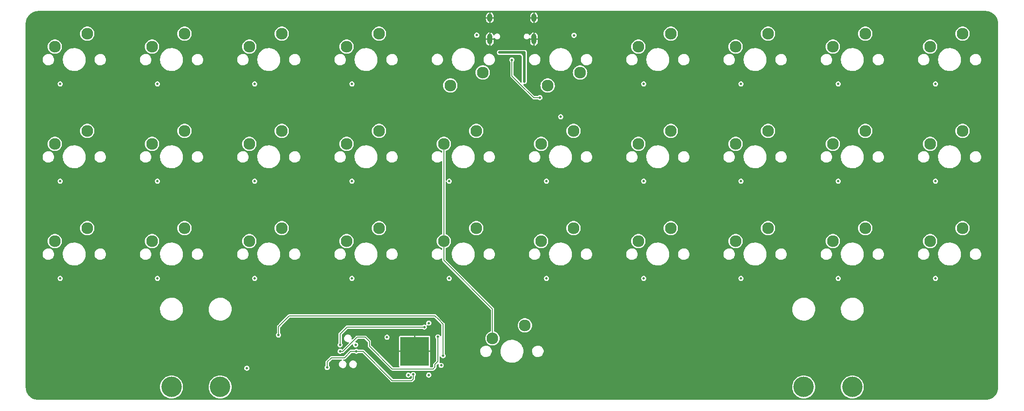
<source format=gbr>
%TF.GenerationSoftware,KiCad,Pcbnew,7.0.7-7.0.7~ubuntu23.04.1*%
%TF.CreationDate,2023-08-22T21:30:14-04:00*%
%TF.ProjectId,KeyboardSpeedrun,4b657962-6f61-4726-9453-706565647275,rev?*%
%TF.SameCoordinates,Original*%
%TF.FileFunction,Copper,L1,Top*%
%TF.FilePolarity,Positive*%
%FSLAX46Y46*%
G04 Gerber Fmt 4.6, Leading zero omitted, Abs format (unit mm)*
G04 Created by KiCad (PCBNEW 7.0.7-7.0.7~ubuntu23.04.1) date 2023-08-22 21:30:14*
%MOMM*%
%LPD*%
G01*
G04 APERTURE LIST*
%TA.AperFunction,ComponentPad*%
%ADD10C,2.300000*%
%TD*%
%TA.AperFunction,ComponentPad*%
%ADD11C,4.000000*%
%TD*%
%TA.AperFunction,ComponentPad*%
%ADD12C,0.500000*%
%TD*%
%TA.AperFunction,SMDPad,CuDef*%
%ADD13R,5.600000X5.600000*%
%TD*%
%TA.AperFunction,ComponentPad*%
%ADD14O,1.000000X1.600000*%
%TD*%
%TA.AperFunction,ComponentPad*%
%ADD15O,1.000000X2.100000*%
%TD*%
%TA.AperFunction,ViaPad*%
%ADD16C,0.500000*%
%TD*%
%TA.AperFunction,Conductor*%
%ADD17C,0.150000*%
%TD*%
%TA.AperFunction,Conductor*%
%ADD18C,0.500000*%
%TD*%
G04 APERTURE END LIST*
D10*
%TO.P,MX1,1,1*%
%TO.N,COLUMN0*%
X79533750Y-56991250D03*
%TO.P,MX1,2,2*%
%TO.N,Net-(D1-A)*%
X85883750Y-54451250D03*
%TD*%
%TO.P,MX28,1,1*%
%TO.N,COLUMN7*%
X212883750Y-95091250D03*
%TO.P,MX28,2,2*%
%TO.N,Net-(D28-A)*%
X219233750Y-92551250D03*
%TD*%
%TO.P,MX13,1,1*%
%TO.N,COLUMN2*%
X117633750Y-76041250D03*
%TO.P,MX13,2,2*%
%TO.N,Net-(D13-A)*%
X123983750Y-73501250D03*
%TD*%
%TO.P,MX24,1,1*%
%TO.N,COLUMN3*%
X136683750Y-95091250D03*
%TO.P,MX24,2,2*%
%TO.N,Net-(D24-A)*%
X143033750Y-92551250D03*
%TD*%
%TO.P,MX9,1,1*%
%TO.N,COLUMN8*%
X231933750Y-56991250D03*
%TO.P,MX9,2,2*%
%TO.N,Net-(D9-A)*%
X238283750Y-54451250D03*
%TD*%
%TO.P,MX22,1,1*%
%TO.N,COLUMN1*%
X98583750Y-95091250D03*
%TO.P,MX22,2,2*%
%TO.N,Net-(D22-A)*%
X104933750Y-92551250D03*
%TD*%
%TO.P,MX11,1,1*%
%TO.N,COLUMN0*%
X79533750Y-76041250D03*
%TO.P,MX11,2,2*%
%TO.N,Net-(D11-A)*%
X85883750Y-73501250D03*
%TD*%
%TO.P,MX12,1,1*%
%TO.N,COLUMN1*%
X98583750Y-76041250D03*
%TO.P,MX12,2,2*%
%TO.N,Net-(D12-A)*%
X104933750Y-73501250D03*
%TD*%
%TO.P,MX8,1,1*%
%TO.N,COLUMN7*%
X212883750Y-56991250D03*
%TO.P,MX8,2,2*%
%TO.N,Net-(D8-A)*%
X219233750Y-54451250D03*
%TD*%
%TO.P,MX31,1,1*%
%TO.N,COLUMN4*%
X165258750Y-114141250D03*
%TO.P,MX31,2,2*%
%TO.N,Net-(D31-A)*%
X171608750Y-111601250D03*
%TD*%
%TO.P,MX19,1,1*%
%TO.N,COLUMN8*%
X231933750Y-76041250D03*
%TO.P,MX19,2,2*%
%TO.N,Net-(D19-A)*%
X238283750Y-73501250D03*
%TD*%
%TO.P,MX5,1,1*%
%TO.N,COLUMN4*%
X163353750Y-62051250D03*
%TO.P,MX5,2,2*%
%TO.N,Net-(D5-A)*%
X157003750Y-64591250D03*
%TD*%
%TO.P,MX10,1,1*%
%TO.N,COLUMN9*%
X250983750Y-56991250D03*
%TO.P,MX10,2,2*%
%TO.N,Net-(D10-A)*%
X257333750Y-54451250D03*
%TD*%
%TO.P,MX18,1,1*%
%TO.N,COLUMN7*%
X212883750Y-76041250D03*
%TO.P,MX18,2,2*%
%TO.N,Net-(D18-A)*%
X219233750Y-73501250D03*
%TD*%
%TO.P,MX30,1,1*%
%TO.N,COLUMN9*%
X250983750Y-95091250D03*
%TO.P,MX30,2,2*%
%TO.N,Net-(D30-A)*%
X257333750Y-92551250D03*
%TD*%
%TO.P,MX23,1,1*%
%TO.N,COLUMN2*%
X117633750Y-95091250D03*
%TO.P,MX23,2,2*%
%TO.N,Net-(D23-A)*%
X123983750Y-92551250D03*
%TD*%
%TO.P,MX14,1,1*%
%TO.N,COLUMN3*%
X136683750Y-76041250D03*
%TO.P,MX14,2,2*%
%TO.N,Net-(D14-A)*%
X143033750Y-73501250D03*
%TD*%
%TO.P,MX16,1,1*%
%TO.N,COLUMN5*%
X174783750Y-76041250D03*
%TO.P,MX16,2,2*%
%TO.N,Net-(D16-A)*%
X181133750Y-73501250D03*
%TD*%
D11*
%TO.P,STAB31,*%
%TO.N,*%
X235743750Y-123666250D03*
X226218750Y-123666250D03*
X111918750Y-123666250D03*
X102393750Y-123666250D03*
%TD*%
D10*
%TO.P,MX25,1,1*%
%TO.N,COLUMN4*%
X155733750Y-95091250D03*
%TO.P,MX25,2,2*%
%TO.N,Net-(D25-A)*%
X162083750Y-92551250D03*
%TD*%
%TO.P,MX29,1,1*%
%TO.N,COLUMN8*%
X231933750Y-95091250D03*
%TO.P,MX29,2,2*%
%TO.N,Net-(D29-A)*%
X238283750Y-92551250D03*
%TD*%
%TO.P,MX2,1,1*%
%TO.N,COLUMN1*%
X98583750Y-56991250D03*
%TO.P,MX2,2,2*%
%TO.N,Net-(D2-A)*%
X104933750Y-54451250D03*
%TD*%
%TO.P,MX7,1,1*%
%TO.N,COLUMN6*%
X193833750Y-56991250D03*
%TO.P,MX7,2,2*%
%TO.N,Net-(D7-A)*%
X200183750Y-54451250D03*
%TD*%
%TO.P,MX20,1,1*%
%TO.N,COLUMN9*%
X250983750Y-76041250D03*
%TO.P,MX20,2,2*%
%TO.N,Net-(D20-A)*%
X257333750Y-73501250D03*
%TD*%
%TO.P,MX17,1,1*%
%TO.N,COLUMN6*%
X193833750Y-76041250D03*
%TO.P,MX17,2,2*%
%TO.N,Net-(D17-A)*%
X200183750Y-73501250D03*
%TD*%
%TO.P,MX15,1,1*%
%TO.N,COLUMN4*%
X155733750Y-76041250D03*
%TO.P,MX15,2,2*%
%TO.N,Net-(D15-A)*%
X162083750Y-73501250D03*
%TD*%
%TO.P,MX21,1,1*%
%TO.N,COLUMN0*%
X79533750Y-95091250D03*
%TO.P,MX21,2,2*%
%TO.N,Net-(D21-A)*%
X85883750Y-92551250D03*
%TD*%
%TO.P,MX6,1,1*%
%TO.N,COLUMN5*%
X182423750Y-62071250D03*
%TO.P,MX6,2,2*%
%TO.N,Net-(D6-A)*%
X176073750Y-64611250D03*
%TD*%
%TO.P,MX27,1,1*%
%TO.N,COLUMN6*%
X193833750Y-95091250D03*
%TO.P,MX27,2,2*%
%TO.N,Net-(D27-A)*%
X200183750Y-92551250D03*
%TD*%
%TO.P,MX4,1,1*%
%TO.N,COLUMN3*%
X136683750Y-56991250D03*
%TO.P,MX4,2,2*%
%TO.N,Net-(D4-A)*%
X143033750Y-54451250D03*
%TD*%
%TO.P,MX26,1,1*%
%TO.N,COLUMN5*%
X174783750Y-95091250D03*
%TO.P,MX26,2,2*%
%TO.N,Net-(D26-A)*%
X181133750Y-92551250D03*
%TD*%
%TO.P,MX3,1,1*%
%TO.N,COLUMN2*%
X117633750Y-56991250D03*
%TO.P,MX3,2,2*%
%TO.N,Net-(D3-A)*%
X123983750Y-54451250D03*
%TD*%
D12*
%TO.P,U1,49,VSS*%
%TO.N,GND*%
X147468750Y-119231250D03*
X148743750Y-119231250D03*
X150018750Y-119231250D03*
X151293750Y-119231250D03*
X152568750Y-119231250D03*
X147468750Y-117956250D03*
X148743750Y-117956250D03*
X150018750Y-117956250D03*
X151293750Y-117956250D03*
X152568750Y-117956250D03*
X147468750Y-116681250D03*
X148743750Y-116681250D03*
X150018750Y-116681250D03*
D13*
X150018750Y-116681250D03*
D12*
X151293750Y-116681250D03*
X152568750Y-116681250D03*
X147468750Y-115406250D03*
X148743750Y-115406250D03*
X150018750Y-115406250D03*
X151293750Y-115406250D03*
X152568750Y-115406250D03*
X147468750Y-114131250D03*
X148743750Y-114131250D03*
X150018750Y-114131250D03*
X151293750Y-114131250D03*
X152568750Y-114131250D03*
%TD*%
D14*
%TO.P,J1,S1,SHIELD*%
%TO.N,GND*%
X164748750Y-51337500D03*
D15*
X164748750Y-55517500D03*
D14*
X173388750Y-51337500D03*
D15*
X173388750Y-55517500D03*
%TD*%
D16*
%TO.N,+3.3V*%
X155198750Y-119436250D03*
X152768750Y-111146250D03*
X117148750Y-119986250D03*
X148768750Y-121336250D03*
X178638750Y-70726250D03*
X152768750Y-121326250D03*
X138445625Y-115416250D03*
X144608750Y-113926250D03*
%TO.N,GND*%
X148768750Y-123776250D03*
X144588750Y-112966250D03*
X138445625Y-117956250D03*
X153728750Y-111146250D03*
X157738750Y-119436250D03*
X152768750Y-123766250D03*
X126678750Y-113576250D03*
X178628750Y-69776250D03*
X169068750Y-64156250D03*
X115118750Y-117876250D03*
X147658750Y-74196250D03*
X176248750Y-67896250D03*
X166568750Y-61736250D03*
X172408750Y-61006250D03*
X170688750Y-59596250D03*
X147738750Y-94866250D03*
X172318750Y-58136250D03*
X165828750Y-58136250D03*
%TO.N,/SWD*%
X151898750Y-111946250D03*
X135405625Y-115416250D03*
%TO.N,/~{RST}*%
X138598750Y-116686250D03*
X132878750Y-119846250D03*
X149768750Y-121216250D03*
%TO.N,/SWCLK*%
X154558750Y-113846250D03*
X135398750Y-116676250D03*
%TO.N,ROW0*%
X252038750Y-64296250D03*
X137738750Y-64296250D03*
X99638750Y-64296250D03*
X194888750Y-64296250D03*
X213938750Y-64296250D03*
X118688750Y-64296250D03*
X181228750Y-54766250D03*
X80588750Y-64296250D03*
X162168750Y-54746250D03*
X232988750Y-64296250D03*
%TO.N,ROW1*%
X156788750Y-83346250D03*
X137738750Y-83346250D03*
X232988750Y-83346250D03*
X194888750Y-83346250D03*
X252038750Y-83346250D03*
X99638750Y-83346250D03*
X80588750Y-83346250D03*
X213938750Y-83346250D03*
X118688750Y-83346250D03*
X175838750Y-83346250D03*
%TO.N,ROW2*%
X118688750Y-102396250D03*
X232988750Y-102396250D03*
X194888750Y-102396250D03*
X80588750Y-102396250D03*
X137738750Y-102396250D03*
X99638750Y-102396250D03*
X213938750Y-102396250D03*
X156788750Y-102396250D03*
X175838750Y-102396250D03*
X252038750Y-102396250D03*
%TO.N,/BOOT0*%
X123358750Y-113486250D03*
X155568750Y-117536250D03*
%TO.N,VBUS*%
X174538750Y-66976250D03*
X169068750Y-59586250D03*
%TO.N,Net-(F1-Pad1)*%
X166618750Y-58136250D03*
X171508750Y-63816250D03*
X171518750Y-58136250D03*
%TD*%
D17*
%TO.N,/SWD*%
X151898750Y-111946250D02*
X136788750Y-111946250D01*
X136788750Y-111946250D02*
X135405625Y-113329375D01*
X135405625Y-113329375D02*
X135405625Y-115416250D01*
%TO.N,/~{RST}*%
X133698750Y-117936250D02*
X132878750Y-118756250D01*
X149768750Y-121216250D02*
X149768750Y-122066250D01*
X137498750Y-116686250D02*
X136248750Y-117936250D01*
X138598750Y-116686250D02*
X137498750Y-116686250D01*
X132878750Y-118756250D02*
X132878750Y-119846250D01*
X145608750Y-122406250D02*
X139888750Y-116686250D01*
X136248750Y-117936250D02*
X133698750Y-117936250D01*
X149428750Y-122406250D02*
X145608750Y-122406250D01*
X149768750Y-122066250D02*
X149428750Y-122406250D01*
X139888750Y-116686250D02*
X138598750Y-116686250D01*
%TO.N,/SWCLK*%
X153968750Y-119266250D02*
X153968750Y-119776250D01*
X153608750Y-120136250D02*
X145618750Y-120136250D01*
X145618750Y-120136250D02*
X141148750Y-115666250D01*
X135968750Y-116676250D02*
X135398750Y-116676250D01*
X153968750Y-119776250D02*
X153608750Y-120136250D01*
X154558750Y-113846250D02*
X154558750Y-118676250D01*
X141148750Y-115666250D02*
X141148750Y-114746250D01*
X138718750Y-113926250D02*
X135968750Y-116676250D01*
X141148750Y-114746250D02*
X140328750Y-113926250D01*
X154558750Y-118676250D02*
X153968750Y-119266250D01*
X140328750Y-113926250D02*
X138718750Y-113926250D01*
%TO.N,COLUMN4*%
X155733750Y-95091250D02*
X155733750Y-98851250D01*
X155733750Y-76041250D02*
X155733750Y-95091250D01*
X165258750Y-108376250D02*
X165258750Y-114141250D01*
X155733750Y-98851250D02*
X165258750Y-108376250D01*
%TO.N,/BOOT0*%
X137158750Y-109736250D02*
X125448750Y-109736250D01*
X123358750Y-111826250D02*
X123358750Y-113486250D01*
X155568750Y-117536250D02*
X155568750Y-111316250D01*
X154688750Y-110436250D02*
X153988750Y-109736250D01*
X123718750Y-111466250D02*
X123358750Y-111826250D01*
X155568750Y-111316250D02*
X154688750Y-110436250D01*
X153988750Y-109736250D02*
X137158750Y-109736250D01*
X125448750Y-109736250D02*
X123718750Y-111466250D01*
%TO.N,VBUS*%
X173318750Y-66976250D02*
X174538750Y-66976250D01*
X169068750Y-62726250D02*
X170418750Y-64076250D01*
X170418750Y-64076250D02*
X173318750Y-66976250D01*
X169068750Y-59586250D02*
X169068750Y-62726250D01*
D18*
%TO.N,Net-(F1-Pad1)*%
X171518750Y-58136250D02*
X171518750Y-58686250D01*
X171518750Y-58686250D02*
X171518750Y-63806250D01*
X171518750Y-63806250D02*
X171508750Y-63816250D01*
X170988750Y-58136250D02*
X171518750Y-58136250D01*
X170988750Y-58136250D02*
X171518750Y-58666250D01*
X171518750Y-58666250D02*
X171518750Y-58686250D01*
X166618750Y-58136250D02*
X170988750Y-58136250D01*
%TD*%
%TA.AperFunction,Conductor*%
%TO.N,GND*%
G36*
X148586789Y-116575935D02*
G01*
X148632544Y-116628739D01*
X148643750Y-116680250D01*
X148643750Y-116682250D01*
X148624065Y-116749289D01*
X148571261Y-116795044D01*
X148519750Y-116806250D01*
X147692750Y-116806250D01*
X147625711Y-116786565D01*
X147579956Y-116733761D01*
X147568750Y-116682250D01*
X147568750Y-116680250D01*
X147588435Y-116613211D01*
X147641239Y-116567456D01*
X147692750Y-116556250D01*
X148519750Y-116556250D01*
X148586789Y-116575935D01*
G37*
%TD.AperFunction*%
%TA.AperFunction,Conductor*%
G36*
X149861789Y-116575935D02*
G01*
X149907544Y-116628739D01*
X149918750Y-116680250D01*
X149918750Y-116682250D01*
X149899065Y-116749289D01*
X149846261Y-116795044D01*
X149794750Y-116806250D01*
X148967750Y-116806250D01*
X148900711Y-116786565D01*
X148854956Y-116733761D01*
X148843750Y-116682250D01*
X148843750Y-116680250D01*
X148863435Y-116613211D01*
X148916239Y-116567456D01*
X148967750Y-116556250D01*
X149794750Y-116556250D01*
X149861789Y-116575935D01*
G37*
%TD.AperFunction*%
%TA.AperFunction,Conductor*%
G36*
X151136789Y-116575935D02*
G01*
X151182544Y-116628739D01*
X151193750Y-116680250D01*
X151193750Y-116682250D01*
X151174065Y-116749289D01*
X151121261Y-116795044D01*
X151069750Y-116806250D01*
X150242750Y-116806250D01*
X150175711Y-116786565D01*
X150129956Y-116733761D01*
X150118750Y-116682250D01*
X150118750Y-116680250D01*
X150138435Y-116613211D01*
X150191239Y-116567456D01*
X150242750Y-116556250D01*
X151069750Y-116556250D01*
X151136789Y-116575935D01*
G37*
%TD.AperFunction*%
%TA.AperFunction,Conductor*%
G36*
X152411789Y-116575935D02*
G01*
X152457544Y-116628739D01*
X152468750Y-116680250D01*
X152468750Y-116682250D01*
X152449065Y-116749289D01*
X152396261Y-116795044D01*
X152344750Y-116806250D01*
X151517750Y-116806250D01*
X151450711Y-116786565D01*
X151404956Y-116733761D01*
X151393750Y-116682250D01*
X151393750Y-116680250D01*
X151413435Y-116613211D01*
X151466239Y-116567456D01*
X151517750Y-116556250D01*
X152344750Y-116556250D01*
X152411789Y-116575935D01*
G37*
%TD.AperFunction*%
%TA.AperFunction,Conductor*%
G36*
X150086789Y-115525935D02*
G01*
X150132544Y-115578739D01*
X150143750Y-115630250D01*
X150143750Y-116457250D01*
X150124065Y-116524289D01*
X150071261Y-116570044D01*
X150019750Y-116581250D01*
X150017750Y-116581250D01*
X149950711Y-116561565D01*
X149904956Y-116508761D01*
X149893750Y-116457250D01*
X149893750Y-115630250D01*
X149913435Y-115563211D01*
X149966239Y-115517456D01*
X150017750Y-115506250D01*
X150019750Y-115506250D01*
X150086789Y-115525935D01*
G37*
%TD.AperFunction*%
%TA.AperFunction,Conductor*%
G36*
X150086789Y-114250935D02*
G01*
X150132544Y-114303739D01*
X150143750Y-114355250D01*
X150143750Y-115182250D01*
X150124065Y-115249289D01*
X150071261Y-115295044D01*
X150019750Y-115306250D01*
X150017750Y-115306250D01*
X149950711Y-115286565D01*
X149904956Y-115233761D01*
X149893750Y-115182250D01*
X149893750Y-114355250D01*
X149913435Y-114288211D01*
X149966239Y-114242456D01*
X150017750Y-114231250D01*
X150019750Y-114231250D01*
X150086789Y-114250935D01*
G37*
%TD.AperFunction*%
%TA.AperFunction,Conductor*%
G36*
X261820618Y-50006862D02*
G01*
X261917686Y-50012732D01*
X262125152Y-50026327D01*
X262132245Y-50027206D01*
X262267999Y-50052082D01*
X262434404Y-50085180D01*
X262440746Y-50086794D01*
X262579891Y-50130151D01*
X262733798Y-50182394D01*
X262739308Y-50184563D01*
X262822187Y-50221863D01*
X262875238Y-50245739D01*
X262926594Y-50271063D01*
X263018612Y-50316441D01*
X263023241Y-50318975D01*
X263151177Y-50396313D01*
X263153498Y-50397790D01*
X263284348Y-50485220D01*
X263288134Y-50487962D01*
X263370034Y-50552126D01*
X263406330Y-50580562D01*
X263408974Y-50582754D01*
X263526833Y-50686114D01*
X263529795Y-50688888D01*
X263636110Y-50795203D01*
X263638884Y-50798165D01*
X263742244Y-50916024D01*
X263744436Y-50918668D01*
X263837031Y-51036857D01*
X263839778Y-51040650D01*
X263927203Y-51171492D01*
X263928699Y-51173845D01*
X263995887Y-51284989D01*
X264006013Y-51301739D01*
X264008562Y-51306395D01*
X264079260Y-51449761D01*
X264140431Y-51585680D01*
X264142604Y-51591200D01*
X264173147Y-51681177D01*
X264194852Y-51745123D01*
X264205972Y-51780807D01*
X264238202Y-51884244D01*
X264239819Y-51890598D01*
X264272923Y-52057030D01*
X264297789Y-52192736D01*
X264298673Y-52199862D01*
X264312267Y-52407310D01*
X264318137Y-52504381D01*
X264318250Y-52508125D01*
X264318250Y-123704374D01*
X264318137Y-123708118D01*
X264312267Y-123805189D01*
X264298673Y-124012636D01*
X264297789Y-124019762D01*
X264272923Y-124155469D01*
X264239819Y-124321900D01*
X264238202Y-124328254D01*
X264194851Y-124467384D01*
X264142604Y-124621298D01*
X264140431Y-124626818D01*
X264079260Y-124762738D01*
X264008562Y-124906104D01*
X264006013Y-124910759D01*
X263928711Y-125038635D01*
X263927203Y-125041006D01*
X263839778Y-125171848D01*
X263837031Y-125175641D01*
X263744436Y-125293830D01*
X263742244Y-125296474D01*
X263638884Y-125414333D01*
X263636110Y-125417295D01*
X263529795Y-125523610D01*
X263526833Y-125526384D01*
X263408974Y-125629744D01*
X263406330Y-125631936D01*
X263288141Y-125724531D01*
X263284348Y-125727278D01*
X263153506Y-125814703D01*
X263151135Y-125816211D01*
X263023259Y-125893513D01*
X263018604Y-125896062D01*
X262875238Y-125966760D01*
X262739318Y-126027931D01*
X262733798Y-126030104D01*
X262596986Y-126076545D01*
X262579875Y-126082353D01*
X262440754Y-126125702D01*
X262434400Y-126127319D01*
X262267969Y-126160423D01*
X262132262Y-126185289D01*
X262125136Y-126186173D01*
X261917689Y-126199767D01*
X261820618Y-126205637D01*
X261816874Y-126205750D01*
X76320626Y-126205750D01*
X76316882Y-126205637D01*
X76219819Y-126199767D01*
X76209571Y-126199096D01*
X76012362Y-126186173D01*
X76005236Y-126185289D01*
X75869530Y-126160423D01*
X75703098Y-126127319D01*
X75696744Y-126125702D01*
X75593307Y-126093472D01*
X75557623Y-126082352D01*
X75507685Y-126065402D01*
X75403700Y-126030104D01*
X75398180Y-126027931D01*
X75262261Y-125966760D01*
X75118895Y-125896062D01*
X75114239Y-125893513D01*
X74986345Y-125816199D01*
X74983992Y-125814703D01*
X74853150Y-125727278D01*
X74849357Y-125724531D01*
X74731168Y-125631936D01*
X74728524Y-125629744D01*
X74610665Y-125526384D01*
X74607703Y-125523610D01*
X74501388Y-125417295D01*
X74498614Y-125414333D01*
X74395254Y-125296474D01*
X74393062Y-125293830D01*
X74367348Y-125261008D01*
X74300462Y-125175634D01*
X74297720Y-125171848D01*
X74210295Y-125041006D01*
X74208813Y-125038677D01*
X74131475Y-124910741D01*
X74128937Y-124906104D01*
X74058239Y-124762738D01*
X74038753Y-124719442D01*
X73997063Y-124626808D01*
X73994894Y-124621298D01*
X73942649Y-124467384D01*
X73899294Y-124328246D01*
X73897679Y-124321900D01*
X73864582Y-124155499D01*
X73839706Y-124019745D01*
X73838827Y-124012652D01*
X73825233Y-123805189D01*
X73819363Y-123708118D01*
X73819250Y-123704375D01*
X73819250Y-123666257D01*
X100138421Y-123666257D01*
X100157714Y-123960613D01*
X100157715Y-123960623D01*
X100157716Y-123960630D01*
X100196471Y-124155469D01*
X100215268Y-124249966D01*
X100215271Y-124249980D01*
X100310099Y-124529330D01*
X100440575Y-124793910D01*
X100440579Y-124793917D01*
X100604475Y-125039205D01*
X100798991Y-125261008D01*
X100973825Y-125414333D01*
X101020793Y-125455523D01*
X101266085Y-125619422D01*
X101530673Y-125749902D01*
X101810028Y-125844731D01*
X102099370Y-125902284D01*
X102127638Y-125904136D01*
X102393743Y-125921579D01*
X102393750Y-125921579D01*
X102393757Y-125921579D01*
X102629425Y-125906131D01*
X102688130Y-125902284D01*
X102977472Y-125844731D01*
X103256827Y-125749902D01*
X103521415Y-125619422D01*
X103766707Y-125455523D01*
X103988508Y-125261008D01*
X104183023Y-125039207D01*
X104346922Y-124793915D01*
X104477402Y-124529327D01*
X104572231Y-124249972D01*
X104629784Y-123960630D01*
X104646335Y-123708118D01*
X104649079Y-123666257D01*
X109663421Y-123666257D01*
X109682714Y-123960613D01*
X109682715Y-123960623D01*
X109682716Y-123960630D01*
X109721471Y-124155469D01*
X109740268Y-124249966D01*
X109740271Y-124249980D01*
X109835099Y-124529330D01*
X109965575Y-124793910D01*
X109965579Y-124793917D01*
X110129475Y-125039205D01*
X110323991Y-125261008D01*
X110498825Y-125414333D01*
X110545793Y-125455523D01*
X110791085Y-125619422D01*
X111055673Y-125749902D01*
X111335028Y-125844731D01*
X111624370Y-125902284D01*
X111652638Y-125904136D01*
X111918743Y-125921579D01*
X111918750Y-125921579D01*
X111918757Y-125921579D01*
X112154425Y-125906131D01*
X112213130Y-125902284D01*
X112502472Y-125844731D01*
X112781827Y-125749902D01*
X113046415Y-125619422D01*
X113291707Y-125455523D01*
X113513508Y-125261008D01*
X113708023Y-125039207D01*
X113871922Y-124793915D01*
X114002402Y-124529327D01*
X114097231Y-124249972D01*
X114154784Y-123960630D01*
X114171335Y-123708118D01*
X114174079Y-123666257D01*
X223963421Y-123666257D01*
X223982714Y-123960613D01*
X223982715Y-123960623D01*
X223982716Y-123960630D01*
X224021471Y-124155469D01*
X224040268Y-124249966D01*
X224040271Y-124249980D01*
X224135099Y-124529330D01*
X224265575Y-124793910D01*
X224265579Y-124793917D01*
X224429475Y-125039205D01*
X224623991Y-125261008D01*
X224798825Y-125414333D01*
X224845793Y-125455523D01*
X225091085Y-125619422D01*
X225355673Y-125749902D01*
X225635028Y-125844731D01*
X225924370Y-125902284D01*
X225952638Y-125904136D01*
X226218743Y-125921579D01*
X226218750Y-125921579D01*
X226218757Y-125921579D01*
X226454425Y-125906131D01*
X226513130Y-125902284D01*
X226802472Y-125844731D01*
X227081827Y-125749902D01*
X227346415Y-125619422D01*
X227591707Y-125455523D01*
X227813508Y-125261008D01*
X228008023Y-125039207D01*
X228171922Y-124793915D01*
X228302402Y-124529327D01*
X228397231Y-124249972D01*
X228454784Y-123960630D01*
X228474079Y-123666257D01*
X233488421Y-123666257D01*
X233507714Y-123960613D01*
X233507715Y-123960623D01*
X233507716Y-123960630D01*
X233546471Y-124155469D01*
X233565268Y-124249966D01*
X233565271Y-124249980D01*
X233660099Y-124529330D01*
X233790575Y-124793910D01*
X233790579Y-124793917D01*
X233954475Y-125039205D01*
X234148991Y-125261008D01*
X234323825Y-125414333D01*
X234370793Y-125455523D01*
X234616085Y-125619422D01*
X234880673Y-125749902D01*
X235160028Y-125844731D01*
X235449370Y-125902284D01*
X235477638Y-125904136D01*
X235743743Y-125921579D01*
X235743750Y-125921579D01*
X235743757Y-125921579D01*
X235979425Y-125906131D01*
X236038130Y-125902284D01*
X236327472Y-125844731D01*
X236606827Y-125749902D01*
X236871415Y-125619422D01*
X237116707Y-125455523D01*
X237338508Y-125261008D01*
X237533023Y-125039207D01*
X237696922Y-124793915D01*
X237827402Y-124529327D01*
X237922231Y-124249972D01*
X237979784Y-123960630D01*
X237999079Y-123666250D01*
X237979784Y-123371870D01*
X237922231Y-123082528D01*
X237827402Y-122803173D01*
X237696922Y-122538586D01*
X237533023Y-122293293D01*
X237444092Y-122191887D01*
X237338508Y-122071491D01*
X237116705Y-121876975D01*
X236871417Y-121713079D01*
X236871410Y-121713075D01*
X236606830Y-121582599D01*
X236327480Y-121487771D01*
X236327474Y-121487769D01*
X236327472Y-121487769D01*
X236038130Y-121430216D01*
X236038123Y-121430215D01*
X236038113Y-121430214D01*
X235743757Y-121410921D01*
X235743743Y-121410921D01*
X235449386Y-121430214D01*
X235449374Y-121430215D01*
X235449370Y-121430216D01*
X235449362Y-121430217D01*
X235449359Y-121430218D01*
X235160033Y-121487768D01*
X235160019Y-121487771D01*
X234880669Y-121582599D01*
X234616084Y-121713078D01*
X234370791Y-121876978D01*
X234148991Y-122071491D01*
X233954478Y-122293291D01*
X233790578Y-122538584D01*
X233660099Y-122803169D01*
X233565271Y-123082519D01*
X233565268Y-123082533D01*
X233507718Y-123371859D01*
X233507714Y-123371886D01*
X233488421Y-123666242D01*
X233488421Y-123666257D01*
X228474079Y-123666257D01*
X228474079Y-123666250D01*
X228454784Y-123371870D01*
X228397231Y-123082528D01*
X228302402Y-122803173D01*
X228171922Y-122538586D01*
X228008023Y-122293293D01*
X227919092Y-122191887D01*
X227813508Y-122071491D01*
X227591705Y-121876975D01*
X227346417Y-121713079D01*
X227346410Y-121713075D01*
X227081830Y-121582599D01*
X226802480Y-121487771D01*
X226802474Y-121487769D01*
X226802472Y-121487769D01*
X226513130Y-121430216D01*
X226513123Y-121430215D01*
X226513113Y-121430214D01*
X226218757Y-121410921D01*
X226218743Y-121410921D01*
X225924386Y-121430214D01*
X225924374Y-121430215D01*
X225924370Y-121430216D01*
X225924362Y-121430217D01*
X225924359Y-121430218D01*
X225635033Y-121487768D01*
X225635019Y-121487771D01*
X225355669Y-121582599D01*
X225091084Y-121713078D01*
X224845791Y-121876978D01*
X224623991Y-122071491D01*
X224429478Y-122293291D01*
X224265578Y-122538584D01*
X224135099Y-122803169D01*
X224040271Y-123082519D01*
X224040268Y-123082533D01*
X223982718Y-123371859D01*
X223982714Y-123371886D01*
X223963421Y-123666242D01*
X223963421Y-123666257D01*
X114174079Y-123666257D01*
X114174079Y-123666242D01*
X114154785Y-123371886D01*
X114154784Y-123371870D01*
X114097231Y-123082528D01*
X114002402Y-122803173D01*
X113871922Y-122538586D01*
X113708023Y-122293293D01*
X113619092Y-122191887D01*
X113513508Y-122071491D01*
X113291705Y-121876975D01*
X113046417Y-121713079D01*
X113046410Y-121713075D01*
X112781830Y-121582599D01*
X112502480Y-121487771D01*
X112502474Y-121487769D01*
X112502472Y-121487769D01*
X112213130Y-121430216D01*
X112213123Y-121430215D01*
X112213113Y-121430214D01*
X111918757Y-121410921D01*
X111918743Y-121410921D01*
X111624386Y-121430214D01*
X111624374Y-121430215D01*
X111624370Y-121430216D01*
X111624362Y-121430217D01*
X111624359Y-121430218D01*
X111335033Y-121487768D01*
X111335019Y-121487771D01*
X111055669Y-121582599D01*
X110791084Y-121713078D01*
X110545791Y-121876978D01*
X110323991Y-122071491D01*
X110129478Y-122293291D01*
X109965578Y-122538584D01*
X109835099Y-122803169D01*
X109740271Y-123082519D01*
X109740268Y-123082533D01*
X109682718Y-123371859D01*
X109682714Y-123371886D01*
X109663421Y-123666242D01*
X109663421Y-123666257D01*
X104649079Y-123666257D01*
X104649079Y-123666242D01*
X104629785Y-123371886D01*
X104629784Y-123371870D01*
X104572231Y-123082528D01*
X104477402Y-122803173D01*
X104346922Y-122538586D01*
X104183023Y-122293293D01*
X104094092Y-122191887D01*
X103988508Y-122071491D01*
X103766705Y-121876975D01*
X103521417Y-121713079D01*
X103521410Y-121713075D01*
X103256830Y-121582599D01*
X102977480Y-121487771D01*
X102977474Y-121487769D01*
X102977472Y-121487769D01*
X102688130Y-121430216D01*
X102688123Y-121430215D01*
X102688113Y-121430214D01*
X102393757Y-121410921D01*
X102393743Y-121410921D01*
X102099386Y-121430214D01*
X102099374Y-121430215D01*
X102099370Y-121430216D01*
X102099362Y-121430217D01*
X102099359Y-121430218D01*
X101810033Y-121487768D01*
X101810019Y-121487771D01*
X101530669Y-121582599D01*
X101266084Y-121713078D01*
X101020791Y-121876978D01*
X100798991Y-122071491D01*
X100604478Y-122293291D01*
X100440578Y-122538584D01*
X100310099Y-122803169D01*
X100215271Y-123082519D01*
X100215268Y-123082533D01*
X100157718Y-123371859D01*
X100157714Y-123371886D01*
X100138421Y-123666242D01*
X100138421Y-123666257D01*
X73819250Y-123666257D01*
X73819250Y-119986249D01*
X116643103Y-119986249D01*
X116663584Y-120128706D01*
X116723372Y-120259621D01*
X116723373Y-120259623D01*
X116817622Y-120368393D01*
X116938697Y-120446203D01*
X116938700Y-120446204D01*
X116938699Y-120446204D01*
X117076786Y-120486749D01*
X117076788Y-120486750D01*
X117076789Y-120486750D01*
X117220712Y-120486750D01*
X117220712Y-120486749D01*
X117332715Y-120453863D01*
X117358800Y-120446204D01*
X117358800Y-120446203D01*
X117358803Y-120446203D01*
X117479878Y-120368393D01*
X117574127Y-120259623D01*
X117633915Y-120128707D01*
X117654397Y-119986250D01*
X117634268Y-119846250D01*
X132373103Y-119846250D01*
X132393584Y-119988706D01*
X132453372Y-120119621D01*
X132453373Y-120119623D01*
X132547622Y-120228393D01*
X132668697Y-120306203D01*
X132668700Y-120306204D01*
X132668699Y-120306204D01*
X132806786Y-120346749D01*
X132806788Y-120346750D01*
X132806789Y-120346750D01*
X132950712Y-120346750D01*
X132950712Y-120346749D01*
X133088803Y-120306203D01*
X133209878Y-120228393D01*
X133304127Y-120119623D01*
X133363915Y-119988707D01*
X133384397Y-119846250D01*
X133363915Y-119703793D01*
X133304127Y-119572877D01*
X133304125Y-119572875D01*
X133304124Y-119572872D01*
X133234537Y-119492564D01*
X133205512Y-119429008D01*
X133204250Y-119411362D01*
X133204250Y-118942437D01*
X133223935Y-118875398D01*
X133240564Y-118854761D01*
X133797256Y-118298069D01*
X133858580Y-118264584D01*
X133884938Y-118261750D01*
X135658268Y-118261750D01*
X135725307Y-118281435D01*
X135771062Y-118334239D01*
X135781006Y-118403397D01*
X135751981Y-118466953D01*
X135700678Y-118502272D01*
X135568883Y-118550241D01*
X135568879Y-118550243D01*
X135423223Y-118646042D01*
X135423222Y-118646043D01*
X135303581Y-118772853D01*
X135303579Y-118772857D01*
X135291172Y-118794347D01*
X135216409Y-118923840D01*
X135166406Y-119090860D01*
X135166405Y-119090866D01*
X135158229Y-119231249D01*
X135156268Y-119264910D01*
X135165332Y-119316315D01*
X135186480Y-119436250D01*
X135186543Y-119436604D01*
X135255596Y-119596688D01*
X135255597Y-119596690D01*
X135255599Y-119596693D01*
X135300572Y-119657101D01*
X135359707Y-119736533D01*
X135493261Y-119848599D01*
X135649060Y-119926844D01*
X135818704Y-119967050D01*
X135818706Y-119967050D01*
X135949304Y-119967050D01*
X135949311Y-119967050D01*
X136079039Y-119951887D01*
X136242868Y-119892258D01*
X136388529Y-119796455D01*
X136508171Y-119669643D01*
X136595342Y-119518657D01*
X136645344Y-119351638D01*
X136650396Y-119264910D01*
X137188268Y-119264910D01*
X137197332Y-119316315D01*
X137218480Y-119436250D01*
X137218543Y-119436604D01*
X137287596Y-119596688D01*
X137287597Y-119596690D01*
X137287599Y-119596693D01*
X137332572Y-119657101D01*
X137391707Y-119736533D01*
X137525261Y-119848599D01*
X137681060Y-119926844D01*
X137850704Y-119967050D01*
X137850706Y-119967050D01*
X137981304Y-119967050D01*
X137981311Y-119967050D01*
X138111039Y-119951887D01*
X138274868Y-119892258D01*
X138420529Y-119796455D01*
X138540171Y-119669643D01*
X138627342Y-119518657D01*
X138677344Y-119351638D01*
X138687482Y-119177590D01*
X138657207Y-119005896D01*
X138588154Y-118845812D01*
X138558671Y-118806210D01*
X138518446Y-118752178D01*
X138484043Y-118705967D01*
X138431688Y-118662036D01*
X138350489Y-118593901D01*
X138350487Y-118593900D01*
X138194693Y-118515657D01*
X138194691Y-118515656D01*
X138194690Y-118515656D01*
X138025046Y-118475450D01*
X137894439Y-118475450D01*
X137780926Y-118488717D01*
X137764710Y-118490613D01*
X137764707Y-118490614D01*
X137600883Y-118550241D01*
X137600879Y-118550243D01*
X137455223Y-118646042D01*
X137455222Y-118646043D01*
X137335581Y-118772853D01*
X137335579Y-118772857D01*
X137323172Y-118794347D01*
X137248409Y-118923840D01*
X137198406Y-119090860D01*
X137198405Y-119090866D01*
X137190229Y-119231249D01*
X137188268Y-119264910D01*
X136650396Y-119264910D01*
X136655482Y-119177590D01*
X136625207Y-119005896D01*
X136556154Y-118845812D01*
X136526671Y-118806210D01*
X136486446Y-118752178D01*
X136452043Y-118705967D01*
X136399688Y-118662036D01*
X136318489Y-118593901D01*
X136318487Y-118593900D01*
X136162693Y-118515657D01*
X136162691Y-118515656D01*
X136162690Y-118515656D01*
X136123667Y-118506407D01*
X136062975Y-118471793D01*
X136030631Y-118409861D01*
X136036904Y-118340273D01*
X136079804Y-118285124D01*
X136145709Y-118261923D01*
X136152264Y-118261750D01*
X136231828Y-118261750D01*
X136237231Y-118261985D01*
X136277557Y-118265514D01*
X136316690Y-118255027D01*
X136321912Y-118253869D01*
X136361795Y-118246838D01*
X136361800Y-118246834D01*
X136366849Y-118244997D01*
X136383574Y-118238069D01*
X136388431Y-118235804D01*
X136388434Y-118235804D01*
X136421591Y-118212585D01*
X136426140Y-118209688D01*
X136461205Y-118189444D01*
X136487231Y-118158426D01*
X136490872Y-118154452D01*
X137597256Y-117048069D01*
X137658580Y-117014584D01*
X137684938Y-117011750D01*
X138161912Y-117011750D01*
X138228951Y-117031435D01*
X138255622Y-117054545D01*
X138267622Y-117068393D01*
X138388697Y-117146203D01*
X138388700Y-117146204D01*
X138388699Y-117146204D01*
X138526786Y-117186749D01*
X138526788Y-117186750D01*
X138526789Y-117186750D01*
X138670712Y-117186750D01*
X138670712Y-117186749D01*
X138792704Y-117150930D01*
X138808800Y-117146204D01*
X138808800Y-117146203D01*
X138808803Y-117146203D01*
X138929878Y-117068393D01*
X138941876Y-117054546D01*
X139000653Y-117016773D01*
X139035588Y-117011750D01*
X139702562Y-117011750D01*
X139769601Y-117031435D01*
X139790243Y-117048069D01*
X145366613Y-122624439D01*
X145370268Y-122628428D01*
X145396291Y-122659440D01*
X145396293Y-122659441D01*
X145396295Y-122659444D01*
X145396297Y-122659445D01*
X145396298Y-122659446D01*
X145431349Y-122679683D01*
X145435912Y-122682589D01*
X145469066Y-122705804D01*
X145469069Y-122705804D01*
X145473926Y-122708070D01*
X145490683Y-122715010D01*
X145495703Y-122716837D01*
X145495705Y-122716838D01*
X145531556Y-122723159D01*
X145535558Y-122723865D01*
X145540830Y-122725033D01*
X145579943Y-122735514D01*
X145620272Y-122731985D01*
X145625674Y-122731750D01*
X149411828Y-122731750D01*
X149417231Y-122731985D01*
X149457557Y-122735514D01*
X149496690Y-122725027D01*
X149501912Y-122723869D01*
X149541795Y-122716838D01*
X149541800Y-122716834D01*
X149546849Y-122714997D01*
X149563574Y-122708069D01*
X149568431Y-122705804D01*
X149568434Y-122705804D01*
X149601591Y-122682585D01*
X149606140Y-122679688D01*
X149641205Y-122659444D01*
X149641209Y-122659440D01*
X149667226Y-122628432D01*
X149670872Y-122624452D01*
X149986954Y-122308370D01*
X149990916Y-122304739D01*
X150021944Y-122278705D01*
X150042188Y-122243640D01*
X150045085Y-122239091D01*
X150068304Y-122205934D01*
X150068304Y-122205931D01*
X150070569Y-122201074D01*
X150077497Y-122184349D01*
X150079334Y-122179300D01*
X150079338Y-122179295D01*
X150086369Y-122139412D01*
X150087527Y-122134190D01*
X150098014Y-122095057D01*
X150094485Y-122054728D01*
X150094250Y-122049325D01*
X150094250Y-121651137D01*
X150113935Y-121584098D01*
X150124532Y-121569939D01*
X150194127Y-121489623D01*
X150253915Y-121358707D01*
X150258582Y-121326249D01*
X152263103Y-121326249D01*
X152283584Y-121468706D01*
X152292290Y-121487769D01*
X152343373Y-121599623D01*
X152437622Y-121708393D01*
X152558697Y-121786203D01*
X152558700Y-121786204D01*
X152558699Y-121786204D01*
X152696786Y-121826749D01*
X152696788Y-121826750D01*
X152696789Y-121826750D01*
X152840712Y-121826750D01*
X152840712Y-121826749D01*
X152978803Y-121786203D01*
X153099878Y-121708393D01*
X153194127Y-121599623D01*
X153253915Y-121468707D01*
X153274397Y-121326250D01*
X153253915Y-121183793D01*
X153194127Y-121052877D01*
X153099878Y-120944107D01*
X152978803Y-120866297D01*
X152978801Y-120866296D01*
X152978799Y-120866295D01*
X152978800Y-120866295D01*
X152840713Y-120825750D01*
X152840711Y-120825750D01*
X152696789Y-120825750D01*
X152696786Y-120825750D01*
X152558699Y-120866295D01*
X152437623Y-120944106D01*
X152343373Y-121052876D01*
X152343372Y-121052878D01*
X152283584Y-121183793D01*
X152263103Y-121326249D01*
X150258582Y-121326249D01*
X150274397Y-121216250D01*
X150253915Y-121073793D01*
X150194127Y-120942877D01*
X150099878Y-120834107D01*
X149978803Y-120756297D01*
X149978801Y-120756296D01*
X149978799Y-120756295D01*
X149978800Y-120756295D01*
X149840713Y-120715750D01*
X149840711Y-120715750D01*
X149696789Y-120715750D01*
X149696786Y-120715750D01*
X149558699Y-120756295D01*
X149437623Y-120834106D01*
X149343373Y-120942876D01*
X149343370Y-120942881D01*
X149336125Y-120958745D01*
X149290369Y-121011547D01*
X149223328Y-121031229D01*
X149156290Y-121011542D01*
X149129622Y-120988433D01*
X149099878Y-120954107D01*
X148978803Y-120876297D01*
X148978801Y-120876296D01*
X148978799Y-120876295D01*
X148978800Y-120876295D01*
X148840713Y-120835750D01*
X148840711Y-120835750D01*
X148696789Y-120835750D01*
X148696786Y-120835750D01*
X148558699Y-120876295D01*
X148437623Y-120954106D01*
X148343373Y-121062876D01*
X148343372Y-121062878D01*
X148283584Y-121193793D01*
X148263103Y-121336250D01*
X148283584Y-121478706D01*
X148338244Y-121598393D01*
X148343373Y-121609623D01*
X148437622Y-121718393D01*
X148558697Y-121796203D01*
X148558700Y-121796204D01*
X148558699Y-121796204D01*
X148700271Y-121837773D01*
X148759050Y-121875547D01*
X148768750Y-121896786D01*
X148778450Y-121875547D01*
X148837228Y-121837773D01*
X148837229Y-121837773D01*
X148978800Y-121796204D01*
X148978800Y-121796203D01*
X148978803Y-121796203D01*
X149099878Y-121718393D01*
X149194127Y-121609623D01*
X149201371Y-121593758D01*
X149247125Y-121540955D01*
X149314164Y-121521270D01*
X149381204Y-121540954D01*
X149407877Y-121564065D01*
X149412961Y-121569932D01*
X149441987Y-121633487D01*
X149443250Y-121651137D01*
X149443250Y-121880060D01*
X149423565Y-121947099D01*
X149406932Y-121967741D01*
X149330243Y-122044431D01*
X149268920Y-122077916D01*
X149242561Y-122080750D01*
X148872163Y-122080750D01*
X148805124Y-122061065D01*
X148768750Y-122019087D01*
X148732377Y-122061065D01*
X148665337Y-122080750D01*
X145794938Y-122080750D01*
X145727899Y-122061065D01*
X145707257Y-122044431D01*
X142921061Y-119258235D01*
X140130869Y-116468043D01*
X140127224Y-116464064D01*
X140101206Y-116433057D01*
X140101205Y-116433056D01*
X140089808Y-116426476D01*
X140066142Y-116412811D01*
X140061581Y-116409905D01*
X140048437Y-116400702D01*
X140028434Y-116386696D01*
X140028431Y-116386695D01*
X140023611Y-116384447D01*
X140006805Y-116377485D01*
X140001793Y-116375661D01*
X139961940Y-116368633D01*
X139956660Y-116367462D01*
X139917558Y-116356985D01*
X139882642Y-116360040D01*
X139877231Y-116360514D01*
X139871828Y-116360750D01*
X139035588Y-116360750D01*
X138968549Y-116341065D01*
X138941877Y-116317954D01*
X138929878Y-116304107D01*
X138808803Y-116226297D01*
X138808801Y-116226296D01*
X138808799Y-116226295D01*
X138808800Y-116226295D01*
X138670713Y-116185750D01*
X138670711Y-116185750D01*
X138526789Y-116185750D01*
X138526786Y-116185750D01*
X138388699Y-116226295D01*
X138267623Y-116304106D01*
X138267622Y-116304106D01*
X138267622Y-116304107D01*
X138255623Y-116317953D01*
X138196847Y-116355727D01*
X138161912Y-116360750D01*
X137515672Y-116360750D01*
X137510268Y-116360514D01*
X137504857Y-116360040D01*
X137469942Y-116356985D01*
X137469941Y-116356985D01*
X137430841Y-116367462D01*
X137425561Y-116368633D01*
X137385709Y-116375660D01*
X137380711Y-116377479D01*
X137363867Y-116384456D01*
X137359063Y-116386696D01*
X137325916Y-116409906D01*
X137321356Y-116412812D01*
X137286298Y-116433054D01*
X137286290Y-116433060D01*
X137260273Y-116464065D01*
X137256618Y-116468054D01*
X136693239Y-117031435D01*
X136150243Y-117574431D01*
X136088920Y-117607916D01*
X136062562Y-117610750D01*
X133715663Y-117610750D01*
X133710261Y-117610514D01*
X133702876Y-117609868D01*
X133669942Y-117606986D01*
X133669941Y-117606986D01*
X133630849Y-117617461D01*
X133625569Y-117618632D01*
X133585704Y-117625662D01*
X133580712Y-117627479D01*
X133563867Y-117634456D01*
X133559063Y-117636696D01*
X133525916Y-117659906D01*
X133521356Y-117662812D01*
X133486298Y-117683054D01*
X133486290Y-117683060D01*
X133460273Y-117714065D01*
X133456619Y-117718054D01*
X132660553Y-118514120D01*
X132656564Y-118517775D01*
X132625555Y-118543795D01*
X132605312Y-118578856D01*
X132602406Y-118583416D01*
X132579196Y-118616563D01*
X132576956Y-118621367D01*
X132569979Y-118638211D01*
X132568160Y-118643209D01*
X132561133Y-118683061D01*
X132559962Y-118688341D01*
X132549485Y-118727441D01*
X132553014Y-118767763D01*
X132553250Y-118773170D01*
X132553250Y-119411362D01*
X132533565Y-119478401D01*
X132522963Y-119492564D01*
X132453375Y-119572872D01*
X132453372Y-119572878D01*
X132393584Y-119703793D01*
X132373103Y-119846250D01*
X117634268Y-119846250D01*
X117633915Y-119843793D01*
X117574127Y-119712877D01*
X117479878Y-119604107D01*
X117358803Y-119526297D01*
X117358801Y-119526296D01*
X117358799Y-119526295D01*
X117358800Y-119526295D01*
X117220713Y-119485750D01*
X117220711Y-119485750D01*
X117076789Y-119485750D01*
X117076786Y-119485750D01*
X116938699Y-119526295D01*
X116817623Y-119604106D01*
X116723373Y-119712876D01*
X116723372Y-119712878D01*
X116663584Y-119843793D01*
X116643103Y-119986249D01*
X73819250Y-119986249D01*
X73819250Y-115416250D01*
X134899978Y-115416250D01*
X134920459Y-115558706D01*
X134963082Y-115652036D01*
X134980248Y-115689623D01*
X135074497Y-115798393D01*
X135195572Y-115876203D01*
X135195575Y-115876204D01*
X135195574Y-115876204D01*
X135292710Y-115904725D01*
X135305161Y-115908381D01*
X135333661Y-115916749D01*
X135333663Y-115916750D01*
X135333664Y-115916750D01*
X135477587Y-115916750D01*
X135477587Y-115916749D01*
X135615678Y-115876203D01*
X135736753Y-115798393D01*
X135831002Y-115689623D01*
X135890790Y-115558707D01*
X135911272Y-115416250D01*
X135890790Y-115273793D01*
X135831002Y-115142877D01*
X135831000Y-115142875D01*
X135830999Y-115142872D01*
X135761412Y-115062564D01*
X135732387Y-114999008D01*
X135731125Y-114981362D01*
X135731125Y-113515563D01*
X135750810Y-113448524D01*
X135767444Y-113427882D01*
X136887257Y-112308069D01*
X136948580Y-112274584D01*
X136974938Y-112271750D01*
X151461912Y-112271750D01*
X151528951Y-112291435D01*
X151555622Y-112314545D01*
X151567622Y-112328393D01*
X151688697Y-112406203D01*
X151688700Y-112406204D01*
X151688699Y-112406204D01*
X151826786Y-112446749D01*
X151826788Y-112446750D01*
X151826789Y-112446750D01*
X151970712Y-112446750D01*
X151970712Y-112446749D01*
X152108803Y-112406203D01*
X152229878Y-112328393D01*
X152324127Y-112219623D01*
X152383915Y-112088707D01*
X152404397Y-111946250D01*
X152383915Y-111803793D01*
X152359016Y-111749273D01*
X152349073Y-111680118D01*
X152378097Y-111616562D01*
X152436875Y-111578787D01*
X152506745Y-111578786D01*
X152538849Y-111593447D01*
X152558697Y-111606203D01*
X152558700Y-111606204D01*
X152558699Y-111606204D01*
X152665857Y-111637667D01*
X152688976Y-111644456D01*
X152696786Y-111646749D01*
X152696788Y-111646750D01*
X152696789Y-111646750D01*
X152840712Y-111646750D01*
X152840712Y-111646749D01*
X152978803Y-111606203D01*
X153099878Y-111528393D01*
X153194127Y-111419623D01*
X153253915Y-111288707D01*
X153274397Y-111146250D01*
X153253915Y-111003793D01*
X153194127Y-110872877D01*
X153099878Y-110764107D01*
X152978803Y-110686297D01*
X152978801Y-110686296D01*
X152978799Y-110686295D01*
X152978800Y-110686295D01*
X152840713Y-110645750D01*
X152840711Y-110645750D01*
X152696789Y-110645750D01*
X152696786Y-110645750D01*
X152558699Y-110686295D01*
X152437623Y-110764106D01*
X152343373Y-110872876D01*
X152343372Y-110872878D01*
X152283584Y-111003793D01*
X152263103Y-111146249D01*
X152283584Y-111288706D01*
X152308482Y-111343223D01*
X152318426Y-111412382D01*
X152289401Y-111475937D01*
X152230623Y-111513712D01*
X152160754Y-111513712D01*
X152128650Y-111499051D01*
X152108803Y-111486297D01*
X152108800Y-111486295D01*
X151970713Y-111445750D01*
X151970711Y-111445750D01*
X151826789Y-111445750D01*
X151826786Y-111445750D01*
X151688699Y-111486295D01*
X151567623Y-111564106D01*
X151567622Y-111564106D01*
X151567622Y-111564107D01*
X151555623Y-111577953D01*
X151496847Y-111615727D01*
X151461912Y-111620750D01*
X136805663Y-111620750D01*
X136800261Y-111620514D01*
X136792876Y-111619868D01*
X136759942Y-111616986D01*
X136759941Y-111616986D01*
X136720849Y-111627461D01*
X136715569Y-111628632D01*
X136675704Y-111635662D01*
X136670712Y-111637479D01*
X136653867Y-111644456D01*
X136649063Y-111646696D01*
X136615916Y-111669906D01*
X136611356Y-111672812D01*
X136576298Y-111693054D01*
X136576290Y-111693060D01*
X136550273Y-111724065D01*
X136546619Y-111728054D01*
X135187428Y-113087245D01*
X135183439Y-113090900D01*
X135152430Y-113116920D01*
X135132187Y-113151981D01*
X135129281Y-113156541D01*
X135106071Y-113189688D01*
X135103831Y-113194492D01*
X135096854Y-113211336D01*
X135095035Y-113216334D01*
X135088008Y-113256186D01*
X135086837Y-113261466D01*
X135076360Y-113300566D01*
X135079889Y-113340888D01*
X135080125Y-113346295D01*
X135080125Y-114981362D01*
X135060440Y-115048401D01*
X135049838Y-115062564D01*
X134980250Y-115142872D01*
X134980247Y-115142878D01*
X134920459Y-115273793D01*
X134899978Y-115416250D01*
X73819250Y-115416250D01*
X73819250Y-113486250D01*
X122853103Y-113486250D01*
X122873584Y-113628706D01*
X122909822Y-113708055D01*
X122933373Y-113759623D01*
X123027622Y-113868393D01*
X123148697Y-113946203D01*
X123148700Y-113946204D01*
X123148699Y-113946204D01*
X123286786Y-113986749D01*
X123286788Y-113986750D01*
X123286789Y-113986750D01*
X123430712Y-113986750D01*
X123430712Y-113986749D01*
X123568803Y-113946203D01*
X123689878Y-113868393D01*
X123784127Y-113759623D01*
X123843915Y-113628707D01*
X123864397Y-113486250D01*
X123843915Y-113343793D01*
X123784127Y-113212877D01*
X123714535Y-113132563D01*
X123685511Y-113069009D01*
X123684249Y-113051375D01*
X123684249Y-112012437D01*
X123703934Y-111945399D01*
X123720563Y-111924761D01*
X123969048Y-111676278D01*
X123969047Y-111676278D01*
X124027616Y-111617709D01*
X125547257Y-110098069D01*
X125608581Y-110064584D01*
X125634939Y-110061750D01*
X137130275Y-110061750D01*
X153802562Y-110061750D01*
X153869601Y-110081435D01*
X153890243Y-110098069D01*
X154480856Y-110688683D01*
X154480877Y-110688703D01*
X155206931Y-111414757D01*
X155240416Y-111476080D01*
X155243250Y-111502438D01*
X155243250Y-113570258D01*
X155223565Y-113637297D01*
X155170761Y-113683052D01*
X155101603Y-113692996D01*
X155038047Y-113663971D01*
X155006456Y-113621770D01*
X154996856Y-113600750D01*
X154984127Y-113572877D01*
X154889878Y-113464107D01*
X154768803Y-113386297D01*
X154768801Y-113386296D01*
X154768799Y-113386295D01*
X154768800Y-113386295D01*
X154630713Y-113345750D01*
X154630711Y-113345750D01*
X154486789Y-113345750D01*
X154486786Y-113345750D01*
X154348699Y-113386295D01*
X154227623Y-113464106D01*
X154133373Y-113572876D01*
X154133372Y-113572878D01*
X154073584Y-113703793D01*
X154053103Y-113846250D01*
X154073584Y-113988706D01*
X154111044Y-114070730D01*
X154133373Y-114119623D01*
X154202963Y-114199935D01*
X154231988Y-114263490D01*
X154233250Y-114281137D01*
X154233250Y-118490061D01*
X154213565Y-118557100D01*
X154196931Y-118577742D01*
X153750552Y-119024120D01*
X153746564Y-119027775D01*
X153715555Y-119053795D01*
X153695312Y-119088856D01*
X153692406Y-119093416D01*
X153669196Y-119126563D01*
X153666956Y-119131367D01*
X153659979Y-119148211D01*
X153658160Y-119153209D01*
X153651133Y-119193061D01*
X153649962Y-119198341D01*
X153639485Y-119237441D01*
X153643014Y-119277763D01*
X153643250Y-119283170D01*
X153643250Y-119590062D01*
X153623565Y-119657101D01*
X153606931Y-119677743D01*
X153510243Y-119774431D01*
X153448920Y-119807916D01*
X153422562Y-119810750D01*
X153131245Y-119810750D01*
X153064206Y-119791065D01*
X153018451Y-119738261D01*
X153008507Y-119669103D01*
X153028143Y-119617859D01*
X153054244Y-119578794D01*
X153054246Y-119578790D01*
X153068749Y-119505878D01*
X153068750Y-119505876D01*
X153068750Y-119275882D01*
X153070012Y-119258235D01*
X153073892Y-119231249D01*
X153070012Y-119204262D01*
X153068750Y-119186616D01*
X153068750Y-118000882D01*
X153070012Y-117983235D01*
X153073892Y-117956249D01*
X153070012Y-117929262D01*
X153068750Y-117911616D01*
X153068750Y-116806250D01*
X152792750Y-116806250D01*
X152725711Y-116786565D01*
X152679956Y-116733761D01*
X152668750Y-116682250D01*
X152668750Y-116680250D01*
X152688435Y-116613211D01*
X152741239Y-116567456D01*
X152792750Y-116556250D01*
X153068750Y-116556250D01*
X153068750Y-115450882D01*
X153070012Y-115433235D01*
X153073892Y-115406249D01*
X153070012Y-115379262D01*
X153068750Y-115361616D01*
X153068750Y-114175882D01*
X153070012Y-114158235D01*
X153073892Y-114131249D01*
X153070012Y-114104262D01*
X153068750Y-114086616D01*
X153068750Y-113856623D01*
X153068749Y-113856621D01*
X153054246Y-113783709D01*
X153054244Y-113783705D01*
X152998989Y-113701010D01*
X152916294Y-113645755D01*
X152916290Y-113645753D01*
X152843377Y-113631250D01*
X150143750Y-113631250D01*
X150143750Y-113907250D01*
X150124065Y-113974289D01*
X150071261Y-114020044D01*
X150019750Y-114031250D01*
X150017750Y-114031250D01*
X149950711Y-114011565D01*
X149904956Y-113958761D01*
X149893750Y-113907250D01*
X149893750Y-113631250D01*
X147194123Y-113631250D01*
X147121209Y-113645753D01*
X147121205Y-113645755D01*
X147038510Y-113701010D01*
X146983255Y-113783705D01*
X146983253Y-113783709D01*
X146968750Y-113856621D01*
X146968750Y-114086616D01*
X146967488Y-114104262D01*
X146963608Y-114131249D01*
X146967488Y-114158235D01*
X146968750Y-114175882D01*
X146968750Y-115361616D01*
X146967488Y-115379262D01*
X146963608Y-115406249D01*
X146967488Y-115433235D01*
X146968750Y-115450882D01*
X146968750Y-116556250D01*
X147244750Y-116556250D01*
X147311789Y-116575935D01*
X147357544Y-116628739D01*
X147368750Y-116680250D01*
X147368750Y-116682250D01*
X147349065Y-116749289D01*
X147296261Y-116795044D01*
X147244750Y-116806250D01*
X146968750Y-116806250D01*
X146968750Y-117911616D01*
X146967488Y-117929262D01*
X146963608Y-117956249D01*
X146967488Y-117983235D01*
X146968750Y-118000882D01*
X146968750Y-119186616D01*
X146967488Y-119204262D01*
X146963608Y-119231249D01*
X146967488Y-119258235D01*
X146968750Y-119275882D01*
X146968750Y-119505878D01*
X146983253Y-119578790D01*
X146983255Y-119578794D01*
X147009357Y-119617859D01*
X147030235Y-119684537D01*
X147011750Y-119751917D01*
X146959771Y-119798607D01*
X146906255Y-119810750D01*
X145804938Y-119810750D01*
X145737899Y-119791065D01*
X145717257Y-119774431D01*
X141510569Y-115567743D01*
X141477084Y-115506420D01*
X141474250Y-115480062D01*
X141474250Y-114763162D01*
X141474486Y-114757756D01*
X141478013Y-114717441D01*
X141467535Y-114678340D01*
X141466368Y-114673080D01*
X141459338Y-114633205D01*
X141459337Y-114633203D01*
X141457510Y-114628183D01*
X141450570Y-114611426D01*
X141448304Y-114606569D01*
X141448304Y-114606566D01*
X141425089Y-114573412D01*
X141422183Y-114568849D01*
X141401946Y-114533798D01*
X141401945Y-114533797D01*
X141401944Y-114533795D01*
X141370927Y-114507768D01*
X141366943Y-114504117D01*
X140982447Y-114119621D01*
X140789076Y-113926250D01*
X144103103Y-113926250D01*
X144123584Y-114068706D01*
X144172531Y-114175882D01*
X144183373Y-114199623D01*
X144277622Y-114308393D01*
X144398697Y-114386203D01*
X144398700Y-114386204D01*
X144398699Y-114386204D01*
X144536786Y-114426749D01*
X144536788Y-114426750D01*
X144536789Y-114426750D01*
X144680712Y-114426750D01*
X144680712Y-114426749D01*
X144818803Y-114386203D01*
X144939878Y-114308393D01*
X145034127Y-114199623D01*
X145093915Y-114068707D01*
X145114397Y-113926250D01*
X145093915Y-113783793D01*
X145034127Y-113652877D01*
X144939878Y-113544107D01*
X144818803Y-113466297D01*
X144818801Y-113466296D01*
X144818799Y-113466295D01*
X144818800Y-113466295D01*
X144680713Y-113425750D01*
X144680711Y-113425750D01*
X144536789Y-113425750D01*
X144536786Y-113425750D01*
X144398699Y-113466295D01*
X144277623Y-113544106D01*
X144183373Y-113652876D01*
X144183372Y-113652878D01*
X144123584Y-113783793D01*
X144103103Y-113926250D01*
X140789076Y-113926250D01*
X140570869Y-113708043D01*
X140567224Y-113704064D01*
X140541206Y-113673057D01*
X140541205Y-113673056D01*
X140525470Y-113663971D01*
X140506142Y-113652811D01*
X140501581Y-113649905D01*
X140483574Y-113637297D01*
X140468434Y-113626696D01*
X140468431Y-113626695D01*
X140463611Y-113624447D01*
X140446805Y-113617485D01*
X140441793Y-113615661D01*
X140401940Y-113608633D01*
X140396660Y-113607462D01*
X140357558Y-113596985D01*
X140322642Y-113600040D01*
X140317231Y-113600514D01*
X140311828Y-113600750D01*
X138735663Y-113600750D01*
X138730261Y-113600514D01*
X138722876Y-113599868D01*
X138689942Y-113596986D01*
X138689941Y-113596986D01*
X138650849Y-113607461D01*
X138645569Y-113608632D01*
X138605704Y-113615662D01*
X138600712Y-113617479D01*
X138583867Y-113624456D01*
X138579063Y-113626696D01*
X138545913Y-113649908D01*
X138541352Y-113652814D01*
X138506298Y-113673054D01*
X138506295Y-113673056D01*
X138506293Y-113673057D01*
X138506292Y-113673059D01*
X138480273Y-113704065D01*
X138476619Y-113708053D01*
X137876196Y-114308475D01*
X137814873Y-114341960D01*
X137745181Y-114336976D01*
X137689248Y-114295104D01*
X137664831Y-114229640D01*
X137664725Y-114213592D01*
X137671482Y-114097590D01*
X137641207Y-113925896D01*
X137572154Y-113765812D01*
X137567546Y-113759623D01*
X137496336Y-113663971D01*
X137468043Y-113625967D01*
X137457927Y-113617479D01*
X137334489Y-113513901D01*
X137334487Y-113513900D01*
X137178693Y-113435657D01*
X137178691Y-113435656D01*
X137178690Y-113435656D01*
X137009046Y-113395450D01*
X136878439Y-113395450D01*
X136764926Y-113408717D01*
X136748710Y-113410613D01*
X136748707Y-113410614D01*
X136584883Y-113470241D01*
X136584879Y-113470243D01*
X136439223Y-113566042D01*
X136439222Y-113566043D01*
X136319581Y-113692853D01*
X136319578Y-113692859D01*
X136232409Y-113843840D01*
X136182406Y-114010860D01*
X136182405Y-114010866D01*
X136174811Y-114141250D01*
X136172268Y-114184910D01*
X136202543Y-114356604D01*
X136271596Y-114516688D01*
X136271597Y-114516690D01*
X136271599Y-114516693D01*
X136338508Y-114606566D01*
X136375707Y-114656533D01*
X136509261Y-114768599D01*
X136665060Y-114846844D01*
X136834704Y-114887050D01*
X136834706Y-114887050D01*
X136965304Y-114887050D01*
X136965311Y-114887050D01*
X136987270Y-114884483D01*
X137056140Y-114896250D01*
X137107716Y-114943384D01*
X137125623Y-115010921D01*
X137104174Y-115077416D01*
X137089347Y-115095325D01*
X135897602Y-116287071D01*
X135836279Y-116320556D01*
X135766587Y-116315572D01*
X135737658Y-116298405D01*
X135737339Y-116298902D01*
X135729876Y-116294106D01*
X135608803Y-116216297D01*
X135608801Y-116216296D01*
X135608799Y-116216295D01*
X135608800Y-116216295D01*
X135470713Y-116175750D01*
X135470711Y-116175750D01*
X135326789Y-116175750D01*
X135326786Y-116175750D01*
X135188699Y-116216295D01*
X135067623Y-116294106D01*
X134973373Y-116402876D01*
X134973372Y-116402878D01*
X134913584Y-116533793D01*
X134893103Y-116676249D01*
X134913584Y-116818706D01*
X134964157Y-116929443D01*
X134973373Y-116949623D01*
X135067622Y-117058393D01*
X135188697Y-117136203D01*
X135188700Y-117136204D01*
X135188699Y-117136204D01*
X135326786Y-117176749D01*
X135326788Y-117176750D01*
X135326789Y-117176750D01*
X135470712Y-117176750D01*
X135470712Y-117176749D01*
X135608803Y-117136203D01*
X135729878Y-117058393D01*
X135741876Y-117044546D01*
X135800653Y-117006773D01*
X135835588Y-117001750D01*
X135951828Y-117001750D01*
X135957231Y-117001985D01*
X135997557Y-117005514D01*
X136036690Y-116995027D01*
X136041912Y-116993869D01*
X136081795Y-116986838D01*
X136081800Y-116986834D01*
X136086849Y-116984997D01*
X136103574Y-116978069D01*
X136108431Y-116975804D01*
X136108434Y-116975804D01*
X136141591Y-116952585D01*
X136146140Y-116949688D01*
X136181205Y-116929444D01*
X136207231Y-116898426D01*
X136210872Y-116894452D01*
X137733275Y-115372050D01*
X137794596Y-115338567D01*
X137864288Y-115343551D01*
X137920221Y-115385423D01*
X137943692Y-115442086D01*
X137960459Y-115558706D01*
X138003082Y-115652036D01*
X138020248Y-115689623D01*
X138114497Y-115798393D01*
X138235572Y-115876203D01*
X138235575Y-115876204D01*
X138235574Y-115876204D01*
X138332710Y-115904725D01*
X138345161Y-115908381D01*
X138373661Y-115916749D01*
X138373663Y-115916750D01*
X138373664Y-115916750D01*
X138517587Y-115916750D01*
X138517587Y-115916749D01*
X138655678Y-115876203D01*
X138776753Y-115798393D01*
X138871002Y-115689623D01*
X138930790Y-115558707D01*
X138951272Y-115416250D01*
X138930790Y-115273793D01*
X138871002Y-115142877D01*
X138776753Y-115034107D01*
X138655678Y-114956297D01*
X138655676Y-114956296D01*
X138655674Y-114956295D01*
X138655675Y-114956295D01*
X138517588Y-114915750D01*
X138517586Y-114915750D01*
X138488939Y-114915750D01*
X138421900Y-114896065D01*
X138376145Y-114843261D01*
X138366201Y-114774103D01*
X138395226Y-114710547D01*
X138401258Y-114704069D01*
X138817258Y-114288069D01*
X138878581Y-114254584D01*
X138904939Y-114251750D01*
X140142562Y-114251750D01*
X140209601Y-114271435D01*
X140230243Y-114288069D01*
X140786931Y-114844757D01*
X140820416Y-114906080D01*
X140823250Y-114932438D01*
X140823250Y-115649328D01*
X140823014Y-115654735D01*
X140819485Y-115695058D01*
X140829962Y-115734160D01*
X140831133Y-115739440D01*
X140838161Y-115779293D01*
X140839985Y-115784305D01*
X140846947Y-115801111D01*
X140849195Y-115805931D01*
X140849196Y-115805934D01*
X140863202Y-115825937D01*
X140872405Y-115839081D01*
X140875311Y-115843642D01*
X140895556Y-115878705D01*
X140926565Y-115904725D01*
X140930555Y-115908381D01*
X145376613Y-120354439D01*
X145380268Y-120358428D01*
X145406291Y-120389440D01*
X145406293Y-120389441D01*
X145406295Y-120389444D01*
X145406297Y-120389445D01*
X145406298Y-120389446D01*
X145441349Y-120409683D01*
X145445912Y-120412589D01*
X145479066Y-120435804D01*
X145479069Y-120435804D01*
X145483926Y-120438070D01*
X145500683Y-120445010D01*
X145505703Y-120446837D01*
X145505705Y-120446838D01*
X145541556Y-120453159D01*
X145545558Y-120453865D01*
X145550830Y-120455033D01*
X145589943Y-120465514D01*
X145630272Y-120461985D01*
X145635674Y-120461750D01*
X153591828Y-120461750D01*
X153597231Y-120461985D01*
X153637557Y-120465514D01*
X153676690Y-120455027D01*
X153681912Y-120453869D01*
X153721795Y-120446838D01*
X153721800Y-120446834D01*
X153726849Y-120444997D01*
X153743574Y-120438069D01*
X153748431Y-120435804D01*
X153748434Y-120435804D01*
X153781591Y-120412585D01*
X153786140Y-120409688D01*
X153821205Y-120389444D01*
X153821209Y-120389440D01*
X153847226Y-120358432D01*
X153850872Y-120354452D01*
X154186954Y-120018370D01*
X154190916Y-120014739D01*
X154221944Y-119988705D01*
X154242188Y-119953640D01*
X154245085Y-119949091D01*
X154268304Y-119915934D01*
X154268304Y-119915931D01*
X154270569Y-119911074D01*
X154277497Y-119894349D01*
X154279334Y-119889300D01*
X154279338Y-119889295D01*
X154286369Y-119849412D01*
X154287527Y-119844190D01*
X154298014Y-119805057D01*
X154294485Y-119764728D01*
X154294250Y-119759325D01*
X154294250Y-119452436D01*
X154313935Y-119385397D01*
X154330564Y-119364760D01*
X154502547Y-119192777D01*
X154563868Y-119159294D01*
X154633560Y-119164278D01*
X154689493Y-119206150D01*
X154713910Y-119271614D01*
X154712964Y-119298106D01*
X154693103Y-119436249D01*
X154713584Y-119578706D01*
X154755116Y-119669646D01*
X154773373Y-119709623D01*
X154867622Y-119818393D01*
X154988697Y-119896203D01*
X154988700Y-119896204D01*
X154988699Y-119896204D01*
X155126786Y-119936749D01*
X155126788Y-119936750D01*
X155126789Y-119936750D01*
X155270712Y-119936750D01*
X155270712Y-119936749D01*
X155408803Y-119896203D01*
X155529878Y-119818393D01*
X155624127Y-119709623D01*
X155683915Y-119578707D01*
X155704397Y-119436250D01*
X155683915Y-119293793D01*
X155624127Y-119162877D01*
X155529878Y-119054107D01*
X155408803Y-118976297D01*
X155408801Y-118976296D01*
X155408799Y-118976295D01*
X155408800Y-118976295D01*
X155270713Y-118935750D01*
X155270711Y-118935750D01*
X155126789Y-118935750D01*
X155126785Y-118935750D01*
X155012387Y-118969340D01*
X154942517Y-118969340D01*
X154883739Y-118931565D01*
X154854715Y-118868009D01*
X154857675Y-118818280D01*
X154857840Y-118817664D01*
X154867498Y-118794347D01*
X154869334Y-118789300D01*
X154869338Y-118789295D01*
X154876369Y-118749412D01*
X154877527Y-118744190D01*
X154888014Y-118705057D01*
X154884485Y-118664731D01*
X154884250Y-118659328D01*
X154884250Y-117812241D01*
X154903935Y-117745202D01*
X154956739Y-117699447D01*
X155025897Y-117689503D01*
X155089453Y-117718528D01*
X155121042Y-117760726D01*
X155143373Y-117809623D01*
X155237622Y-117918393D01*
X155358697Y-117996203D01*
X155358700Y-117996204D01*
X155358699Y-117996204D01*
X155496786Y-118036749D01*
X155496788Y-118036750D01*
X155496789Y-118036750D01*
X155640712Y-118036750D01*
X155640712Y-118036749D01*
X155778803Y-117996203D01*
X155899878Y-117918393D01*
X155994127Y-117809623D01*
X156053915Y-117678707D01*
X156074397Y-117536250D01*
X156053915Y-117393793D01*
X155994127Y-117262877D01*
X155994125Y-117262875D01*
X155994124Y-117262872D01*
X155924537Y-117182564D01*
X155895512Y-117119008D01*
X155894250Y-117101362D01*
X155894250Y-116627452D01*
X162859410Y-116627452D01*
X162869637Y-116842151D01*
X162920313Y-117051041D01*
X162920315Y-117051045D01*
X162982289Y-117186750D01*
X163009604Y-117246560D01*
X163107658Y-117384258D01*
X163134285Y-117421650D01*
X163134290Y-117421656D01*
X163289844Y-117569975D01*
X163289846Y-117569976D01*
X163289847Y-117569977D01*
X163470670Y-117686185D01*
X163670218Y-117766072D01*
X163775748Y-117786411D01*
X163881277Y-117806750D01*
X163881278Y-117806750D01*
X164042362Y-117806750D01*
X164042368Y-117806750D01*
X164202721Y-117791438D01*
X164408959Y-117730881D01*
X164600009Y-117632388D01*
X164768967Y-117499518D01*
X164909726Y-117337074D01*
X165017198Y-117150927D01*
X165087500Y-116947804D01*
X165115017Y-116756417D01*
X166820583Y-116756417D01*
X166850660Y-117055392D01*
X166850661Y-117055399D01*
X166920318Y-117347691D01*
X166920321Y-117347703D01*
X167028316Y-117628103D01*
X167028323Y-117628118D01*
X167172729Y-117891625D01*
X167172733Y-117891631D01*
X167264046Y-118015562D01*
X167350973Y-118133540D01*
X167559871Y-118349539D01*
X167795696Y-118535768D01*
X168054237Y-118688902D01*
X168330883Y-118806210D01*
X168330886Y-118806210D01*
X168330889Y-118806212D01*
X168475432Y-118845806D01*
X168620696Y-118885598D01*
X168918505Y-118925650D01*
X168918510Y-118925650D01*
X169143791Y-118925650D01*
X169307263Y-118914706D01*
X169368569Y-118910602D01*
X169663037Y-118850749D01*
X169946901Y-118752181D01*
X170215093Y-118616657D01*
X170462830Y-118446596D01*
X170685689Y-118245032D01*
X170879693Y-118015562D01*
X171041381Y-117762282D01*
X171167868Y-117489710D01*
X171256896Y-117202712D01*
X171306876Y-116906408D01*
X171316203Y-116627452D01*
X173019410Y-116627452D01*
X173029637Y-116842151D01*
X173080313Y-117051041D01*
X173080315Y-117051045D01*
X173142289Y-117186750D01*
X173169604Y-117246560D01*
X173267658Y-117384258D01*
X173294285Y-117421650D01*
X173294290Y-117421656D01*
X173449844Y-117569975D01*
X173449846Y-117569976D01*
X173449847Y-117569977D01*
X173630670Y-117686185D01*
X173830218Y-117766072D01*
X173935748Y-117786411D01*
X174041277Y-117806750D01*
X174041278Y-117806750D01*
X174202362Y-117806750D01*
X174202368Y-117806750D01*
X174362721Y-117791438D01*
X174568959Y-117730881D01*
X174760009Y-117632388D01*
X174928967Y-117499518D01*
X175069726Y-117337074D01*
X175177198Y-117150927D01*
X175247500Y-116947804D01*
X175278089Y-116735047D01*
X175267862Y-116520346D01*
X175217187Y-116311460D01*
X175127896Y-116115940D01*
X175003216Y-115940851D01*
X175003214Y-115940849D01*
X175003209Y-115940843D01*
X174847655Y-115792524D01*
X174666830Y-115676315D01*
X174467280Y-115596427D01*
X174256223Y-115555750D01*
X174256222Y-115555750D01*
X174095132Y-115555750D01*
X173934778Y-115571061D01*
X173934779Y-115571062D01*
X173934775Y-115571063D01*
X173728543Y-115631618D01*
X173537486Y-115730114D01*
X173368535Y-115862979D01*
X173368532Y-115862983D01*
X173227771Y-116025428D01*
X173120303Y-116211569D01*
X173050001Y-116414692D01*
X173050000Y-116414694D01*
X173019411Y-116627450D01*
X173019410Y-116627452D01*
X171316203Y-116627452D01*
X171316917Y-116606086D01*
X171286839Y-116307105D01*
X171283741Y-116294107D01*
X171267581Y-116226295D01*
X171217180Y-116014801D01*
X171109181Y-115734390D01*
X170964771Y-115470875D01*
X170786527Y-115228960D01*
X170577629Y-115012961D01*
X170577622Y-115012955D01*
X170410621Y-114881076D01*
X170341804Y-114826732D01*
X170083263Y-114673598D01*
X169806617Y-114556290D01*
X169806610Y-114556287D01*
X169516809Y-114476903D01*
X169516806Y-114476902D01*
X169516804Y-114476902D01*
X169218995Y-114436850D01*
X168993717Y-114436850D01*
X168993709Y-114436850D01*
X168768933Y-114451897D01*
X168768924Y-114451899D01*
X168474460Y-114511751D01*
X168190597Y-114610319D01*
X168190594Y-114610321D01*
X167922412Y-114745839D01*
X167674668Y-114915905D01*
X167451812Y-115117466D01*
X167257808Y-115346936D01*
X167257806Y-115346938D01*
X167096116Y-115600222D01*
X166984243Y-115841304D01*
X166969632Y-115872790D01*
X166948522Y-115940843D01*
X166880604Y-116159785D01*
X166834509Y-116433060D01*
X166830624Y-116456092D01*
X166823130Y-116680250D01*
X166820583Y-116756417D01*
X165115017Y-116756417D01*
X165118089Y-116735047D01*
X165107862Y-116520346D01*
X165057187Y-116311460D01*
X164967896Y-116115940D01*
X164843216Y-115940851D01*
X164843214Y-115940849D01*
X164843209Y-115940843D01*
X164687655Y-115792524D01*
X164506830Y-115676315D01*
X164307280Y-115596427D01*
X164096223Y-115555750D01*
X164096222Y-115555750D01*
X163935132Y-115555750D01*
X163774778Y-115571061D01*
X163774779Y-115571062D01*
X163774775Y-115571063D01*
X163568543Y-115631618D01*
X163377486Y-115730114D01*
X163208535Y-115862979D01*
X163208532Y-115862983D01*
X163067771Y-116025428D01*
X162960303Y-116211569D01*
X162890001Y-116414692D01*
X162890000Y-116414694D01*
X162859411Y-116627450D01*
X162859410Y-116627452D01*
X155894250Y-116627452D01*
X155894250Y-111333170D01*
X155894486Y-111327763D01*
X155898014Y-111287443D01*
X155894556Y-111274539D01*
X155887532Y-111248326D01*
X155886366Y-111243068D01*
X155879338Y-111203205D01*
X155879336Y-111203202D01*
X155879336Y-111203200D01*
X155877510Y-111198183D01*
X155870570Y-111181426D01*
X155868304Y-111176569D01*
X155868304Y-111176566D01*
X155845089Y-111143412D01*
X155842183Y-111138849D01*
X155821946Y-111103798D01*
X155821945Y-111103797D01*
X155821944Y-111103795D01*
X155790927Y-111077768D01*
X155786943Y-111074117D01*
X154941203Y-110228377D01*
X154941184Y-110228356D01*
X154349451Y-109636625D01*
X154230869Y-109518043D01*
X154227224Y-109514064D01*
X154201206Y-109483057D01*
X154201205Y-109483056D01*
X154189808Y-109476476D01*
X154166142Y-109462811D01*
X154161581Y-109459905D01*
X154148437Y-109450702D01*
X154128434Y-109436696D01*
X154128431Y-109436695D01*
X154123611Y-109434447D01*
X154106805Y-109427485D01*
X154101793Y-109425661D01*
X154061940Y-109418633D01*
X154056660Y-109417462D01*
X154017558Y-109406985D01*
X153982642Y-109410040D01*
X153977231Y-109410514D01*
X153971828Y-109410750D01*
X125465660Y-109410750D01*
X125460256Y-109410514D01*
X125454743Y-109410031D01*
X125419942Y-109406986D01*
X125380855Y-109417460D01*
X125375575Y-109418631D01*
X125335707Y-109425661D01*
X125330733Y-109427471D01*
X125313868Y-109434457D01*
X125309063Y-109436697D01*
X125275912Y-109459909D01*
X125271353Y-109462813D01*
X125236295Y-109483055D01*
X125210273Y-109514065D01*
X125206619Y-109518053D01*
X123450134Y-111274539D01*
X123140552Y-111584120D01*
X123136564Y-111587775D01*
X123105555Y-111613795D01*
X123085312Y-111648856D01*
X123082406Y-111653416D01*
X123059196Y-111686563D01*
X123056956Y-111691367D01*
X123049979Y-111708211D01*
X123048160Y-111713209D01*
X123041133Y-111753061D01*
X123039962Y-111758341D01*
X123029485Y-111797441D01*
X123033014Y-111837763D01*
X123033250Y-111843170D01*
X123033250Y-113051362D01*
X123013565Y-113118401D01*
X123002963Y-113132564D01*
X122933375Y-113212872D01*
X122933372Y-113212878D01*
X122873584Y-113343793D01*
X122853103Y-113486250D01*
X73819250Y-113486250D01*
X73819250Y-108501417D01*
X100145583Y-108501417D01*
X100175660Y-108800392D01*
X100175661Y-108800399D01*
X100245318Y-109092691D01*
X100245321Y-109092703D01*
X100353316Y-109373103D01*
X100353323Y-109373118D01*
X100497729Y-109636625D01*
X100497733Y-109636631D01*
X100589046Y-109760562D01*
X100675973Y-109878540D01*
X100884871Y-110094539D01*
X101120696Y-110280768D01*
X101379237Y-110433902D01*
X101655883Y-110551210D01*
X101655886Y-110551210D01*
X101655889Y-110551212D01*
X101800789Y-110590904D01*
X101945696Y-110630598D01*
X102243505Y-110670650D01*
X102243510Y-110670650D01*
X102468791Y-110670650D01*
X102632263Y-110659706D01*
X102693569Y-110655602D01*
X102988037Y-110595749D01*
X103271901Y-110497181D01*
X103540093Y-110361657D01*
X103787830Y-110191596D01*
X104010689Y-109990032D01*
X104204693Y-109760562D01*
X104366381Y-109507282D01*
X104492868Y-109234710D01*
X104581896Y-108947712D01*
X104631876Y-108651408D01*
X104636891Y-108501417D01*
X109670583Y-108501417D01*
X109700660Y-108800392D01*
X109700661Y-108800399D01*
X109770318Y-109092691D01*
X109770321Y-109092703D01*
X109878316Y-109373103D01*
X109878323Y-109373118D01*
X110022729Y-109636625D01*
X110022733Y-109636631D01*
X110114046Y-109760562D01*
X110200973Y-109878540D01*
X110409871Y-110094539D01*
X110645696Y-110280768D01*
X110904237Y-110433902D01*
X111180883Y-110551210D01*
X111180886Y-110551210D01*
X111180889Y-110551212D01*
X111325789Y-110590904D01*
X111470696Y-110630598D01*
X111768505Y-110670650D01*
X111768510Y-110670650D01*
X111993791Y-110670650D01*
X112157263Y-110659706D01*
X112218569Y-110655602D01*
X112513037Y-110595749D01*
X112796901Y-110497181D01*
X113065093Y-110361657D01*
X113312830Y-110191596D01*
X113535689Y-109990032D01*
X113729693Y-109760562D01*
X113891381Y-109507282D01*
X114017868Y-109234710D01*
X114106896Y-108947712D01*
X114156876Y-108651408D01*
X114166917Y-108351086D01*
X114136839Y-108052105D01*
X114067180Y-107759801D01*
X113959181Y-107479390D01*
X113814771Y-107215875D01*
X113636527Y-106973960D01*
X113427629Y-106757961D01*
X113427622Y-106757955D01*
X113191805Y-106571733D01*
X113191806Y-106571733D01*
X113191804Y-106571732D01*
X112933263Y-106418598D01*
X112656617Y-106301290D01*
X112656610Y-106301287D01*
X112366809Y-106221903D01*
X112366806Y-106221902D01*
X112366804Y-106221902D01*
X112068995Y-106181850D01*
X111843717Y-106181850D01*
X111843709Y-106181850D01*
X111618933Y-106196897D01*
X111618924Y-106196899D01*
X111324460Y-106256751D01*
X111040597Y-106355319D01*
X111040594Y-106355321D01*
X110772412Y-106490839D01*
X110524668Y-106660905D01*
X110301812Y-106862466D01*
X110107808Y-107091936D01*
X110107806Y-107091938D01*
X109946116Y-107345222D01*
X109819636Y-107617781D01*
X109819632Y-107617790D01*
X109786521Y-107724526D01*
X109730604Y-107904785D01*
X109686915Y-108163794D01*
X109680624Y-108201092D01*
X109677126Y-108305731D01*
X109670583Y-108501417D01*
X104636891Y-108501417D01*
X104641917Y-108351086D01*
X104611839Y-108052105D01*
X104542180Y-107759801D01*
X104434181Y-107479390D01*
X104289771Y-107215875D01*
X104111527Y-106973960D01*
X103902629Y-106757961D01*
X103902622Y-106757955D01*
X103666805Y-106571733D01*
X103666806Y-106571733D01*
X103666804Y-106571732D01*
X103408263Y-106418598D01*
X103131617Y-106301290D01*
X103131610Y-106301287D01*
X102841809Y-106221903D01*
X102841806Y-106221902D01*
X102841804Y-106221902D01*
X102543995Y-106181850D01*
X102318717Y-106181850D01*
X102318709Y-106181850D01*
X102093933Y-106196897D01*
X102093924Y-106196899D01*
X101799460Y-106256751D01*
X101515597Y-106355319D01*
X101515594Y-106355321D01*
X101247412Y-106490839D01*
X100999668Y-106660905D01*
X100776812Y-106862466D01*
X100582808Y-107091936D01*
X100582806Y-107091938D01*
X100421116Y-107345222D01*
X100294636Y-107617781D01*
X100294632Y-107617790D01*
X100261521Y-107724526D01*
X100205604Y-107904785D01*
X100161915Y-108163794D01*
X100155624Y-108201092D01*
X100152126Y-108305731D01*
X100145583Y-108501417D01*
X73819250Y-108501417D01*
X73819250Y-102396249D01*
X80083103Y-102396249D01*
X80103584Y-102538706D01*
X80163372Y-102669621D01*
X80163373Y-102669623D01*
X80257622Y-102778393D01*
X80378697Y-102856203D01*
X80378700Y-102856204D01*
X80378699Y-102856204D01*
X80516786Y-102896749D01*
X80516788Y-102896750D01*
X80516789Y-102896750D01*
X80660712Y-102896750D01*
X80660712Y-102896749D01*
X80798803Y-102856203D01*
X80919878Y-102778393D01*
X81014127Y-102669623D01*
X81073915Y-102538707D01*
X81094397Y-102396250D01*
X99133103Y-102396250D01*
X99153584Y-102538706D01*
X99213372Y-102669621D01*
X99213373Y-102669623D01*
X99307622Y-102778393D01*
X99428697Y-102856203D01*
X99428700Y-102856204D01*
X99428699Y-102856204D01*
X99566786Y-102896749D01*
X99566788Y-102896750D01*
X99566789Y-102896750D01*
X99710712Y-102896750D01*
X99710712Y-102896749D01*
X99848803Y-102856203D01*
X99969878Y-102778393D01*
X100064127Y-102669623D01*
X100123915Y-102538707D01*
X100144397Y-102396250D01*
X118183103Y-102396250D01*
X118203584Y-102538706D01*
X118263372Y-102669621D01*
X118263373Y-102669623D01*
X118357622Y-102778393D01*
X118478697Y-102856203D01*
X118478700Y-102856204D01*
X118478699Y-102856204D01*
X118616786Y-102896749D01*
X118616788Y-102896750D01*
X118616789Y-102896750D01*
X118760712Y-102896750D01*
X118760712Y-102896749D01*
X118898803Y-102856203D01*
X119019878Y-102778393D01*
X119114127Y-102669623D01*
X119173915Y-102538707D01*
X119194397Y-102396250D01*
X119194397Y-102396249D01*
X137233103Y-102396249D01*
X137253584Y-102538706D01*
X137313372Y-102669621D01*
X137313373Y-102669623D01*
X137407622Y-102778393D01*
X137528697Y-102856203D01*
X137528700Y-102856204D01*
X137528699Y-102856204D01*
X137666786Y-102896749D01*
X137666788Y-102896750D01*
X137666789Y-102896750D01*
X137810712Y-102896750D01*
X137810712Y-102896749D01*
X137948803Y-102856203D01*
X138069878Y-102778393D01*
X138164127Y-102669623D01*
X138223915Y-102538707D01*
X138244397Y-102396250D01*
X138244397Y-102396249D01*
X156283103Y-102396249D01*
X156303584Y-102538706D01*
X156363372Y-102669621D01*
X156363373Y-102669623D01*
X156457622Y-102778393D01*
X156578697Y-102856203D01*
X156578700Y-102856204D01*
X156578699Y-102856204D01*
X156716786Y-102896749D01*
X156716788Y-102896750D01*
X156716789Y-102896750D01*
X156860712Y-102896750D01*
X156860712Y-102896749D01*
X156998803Y-102856203D01*
X157119878Y-102778393D01*
X157214127Y-102669623D01*
X157273915Y-102538707D01*
X157294397Y-102396250D01*
X157273915Y-102253793D01*
X157214127Y-102122877D01*
X157119878Y-102014107D01*
X156998803Y-101936297D01*
X156998801Y-101936296D01*
X156998799Y-101936295D01*
X156998800Y-101936295D01*
X156860713Y-101895750D01*
X156860711Y-101895750D01*
X156716789Y-101895750D01*
X156716786Y-101895750D01*
X156578699Y-101936295D01*
X156457623Y-102014106D01*
X156363373Y-102122876D01*
X156363372Y-102122878D01*
X156303584Y-102253793D01*
X156283103Y-102396249D01*
X138244397Y-102396249D01*
X138223915Y-102253793D01*
X138164127Y-102122877D01*
X138069878Y-102014107D01*
X137948803Y-101936297D01*
X137948801Y-101936296D01*
X137948799Y-101936295D01*
X137948800Y-101936295D01*
X137810713Y-101895750D01*
X137810711Y-101895750D01*
X137666789Y-101895750D01*
X137666786Y-101895750D01*
X137528699Y-101936295D01*
X137407623Y-102014106D01*
X137313373Y-102122876D01*
X137313372Y-102122878D01*
X137253584Y-102253793D01*
X137233103Y-102396249D01*
X119194397Y-102396249D01*
X119173915Y-102253793D01*
X119114127Y-102122877D01*
X119019878Y-102014107D01*
X118898803Y-101936297D01*
X118898801Y-101936296D01*
X118898799Y-101936295D01*
X118898800Y-101936295D01*
X118760713Y-101895750D01*
X118760711Y-101895750D01*
X118616789Y-101895750D01*
X118616786Y-101895750D01*
X118478699Y-101936295D01*
X118357623Y-102014106D01*
X118263373Y-102122876D01*
X118263372Y-102122878D01*
X118203584Y-102253793D01*
X118183103Y-102396250D01*
X100144397Y-102396250D01*
X100123915Y-102253793D01*
X100064127Y-102122877D01*
X99969878Y-102014107D01*
X99848803Y-101936297D01*
X99848801Y-101936296D01*
X99848799Y-101936295D01*
X99848800Y-101936295D01*
X99710713Y-101895750D01*
X99710711Y-101895750D01*
X99566789Y-101895750D01*
X99566786Y-101895750D01*
X99428699Y-101936295D01*
X99307623Y-102014106D01*
X99213373Y-102122876D01*
X99213372Y-102122878D01*
X99153584Y-102253793D01*
X99133103Y-102396250D01*
X81094397Y-102396250D01*
X81073915Y-102253793D01*
X81014127Y-102122877D01*
X80919878Y-102014107D01*
X80798803Y-101936297D01*
X80798801Y-101936296D01*
X80798799Y-101936295D01*
X80798800Y-101936295D01*
X80660713Y-101895750D01*
X80660711Y-101895750D01*
X80516789Y-101895750D01*
X80516786Y-101895750D01*
X80378699Y-101936295D01*
X80257623Y-102014106D01*
X80163373Y-102122876D01*
X80163372Y-102122878D01*
X80103584Y-102253793D01*
X80083103Y-102396249D01*
X73819250Y-102396249D01*
X73819250Y-97577452D01*
X77134410Y-97577452D01*
X77144637Y-97792151D01*
X77195313Y-98001041D01*
X77195315Y-98001045D01*
X77197303Y-98005399D01*
X77284604Y-98196560D01*
X77409284Y-98371649D01*
X77409285Y-98371650D01*
X77409290Y-98371656D01*
X77564844Y-98519975D01*
X77564846Y-98519976D01*
X77564847Y-98519977D01*
X77745670Y-98636185D01*
X77945218Y-98716072D01*
X78050748Y-98736410D01*
X78156277Y-98756750D01*
X78156278Y-98756750D01*
X78317362Y-98756750D01*
X78317368Y-98756750D01*
X78477721Y-98741438D01*
X78683959Y-98680881D01*
X78875009Y-98582388D01*
X79043967Y-98449518D01*
X79184726Y-98287074D01*
X79292198Y-98100927D01*
X79362500Y-97897804D01*
X79390017Y-97706417D01*
X81095583Y-97706417D01*
X81125660Y-98005392D01*
X81125661Y-98005399D01*
X81195318Y-98297691D01*
X81195321Y-98297703D01*
X81303316Y-98578103D01*
X81303323Y-98578118D01*
X81447729Y-98841625D01*
X81447733Y-98841631D01*
X81566558Y-99002901D01*
X81625973Y-99083540D01*
X81834871Y-99299539D01*
X82070696Y-99485768D01*
X82329237Y-99638902D01*
X82605883Y-99756210D01*
X82605886Y-99756210D01*
X82605889Y-99756212D01*
X82750789Y-99795904D01*
X82895696Y-99835598D01*
X83193505Y-99875650D01*
X83193510Y-99875650D01*
X83418791Y-99875650D01*
X83582263Y-99864706D01*
X83643569Y-99860602D01*
X83938037Y-99800749D01*
X84221901Y-99702181D01*
X84490093Y-99566657D01*
X84737830Y-99396596D01*
X84960689Y-99195032D01*
X85154693Y-98965562D01*
X85316381Y-98712282D01*
X85442868Y-98439710D01*
X85531896Y-98152712D01*
X85581876Y-97856408D01*
X85591203Y-97577452D01*
X87294410Y-97577452D01*
X87304637Y-97792151D01*
X87355313Y-98001041D01*
X87355315Y-98001045D01*
X87357303Y-98005399D01*
X87444604Y-98196560D01*
X87569284Y-98371649D01*
X87569285Y-98371650D01*
X87569290Y-98371656D01*
X87724844Y-98519975D01*
X87724846Y-98519976D01*
X87724847Y-98519977D01*
X87905670Y-98636185D01*
X88105218Y-98716072D01*
X88210748Y-98736410D01*
X88316277Y-98756750D01*
X88316278Y-98756750D01*
X88477362Y-98756750D01*
X88477368Y-98756750D01*
X88637721Y-98741438D01*
X88843959Y-98680881D01*
X89035009Y-98582388D01*
X89203967Y-98449518D01*
X89344726Y-98287074D01*
X89452198Y-98100927D01*
X89522500Y-97897804D01*
X89553089Y-97685047D01*
X89547964Y-97577452D01*
X96184410Y-97577452D01*
X96194637Y-97792151D01*
X96245313Y-98001041D01*
X96245315Y-98001045D01*
X96247303Y-98005399D01*
X96334604Y-98196560D01*
X96459284Y-98371649D01*
X96459285Y-98371650D01*
X96459290Y-98371656D01*
X96614844Y-98519975D01*
X96614846Y-98519976D01*
X96614847Y-98519977D01*
X96795670Y-98636185D01*
X96995218Y-98716072D01*
X97100747Y-98736410D01*
X97206277Y-98756750D01*
X97206278Y-98756750D01*
X97367362Y-98756750D01*
X97367368Y-98756750D01*
X97527721Y-98741438D01*
X97733959Y-98680881D01*
X97925009Y-98582388D01*
X98093967Y-98449518D01*
X98234726Y-98287074D01*
X98342198Y-98100927D01*
X98412500Y-97897804D01*
X98440017Y-97706417D01*
X100145583Y-97706417D01*
X100175660Y-98005392D01*
X100175661Y-98005399D01*
X100245318Y-98297691D01*
X100245321Y-98297703D01*
X100353316Y-98578103D01*
X100353323Y-98578118D01*
X100497729Y-98841625D01*
X100497733Y-98841631D01*
X100616558Y-99002901D01*
X100675973Y-99083540D01*
X100884871Y-99299539D01*
X101120696Y-99485768D01*
X101379237Y-99638902D01*
X101655883Y-99756210D01*
X101655886Y-99756210D01*
X101655889Y-99756212D01*
X101800789Y-99795904D01*
X101945696Y-99835598D01*
X102243505Y-99875650D01*
X102243510Y-99875650D01*
X102468791Y-99875650D01*
X102632263Y-99864706D01*
X102693569Y-99860602D01*
X102988037Y-99800749D01*
X103271901Y-99702181D01*
X103540093Y-99566657D01*
X103787830Y-99396596D01*
X104010689Y-99195032D01*
X104204693Y-98965562D01*
X104366381Y-98712282D01*
X104492868Y-98439710D01*
X104581896Y-98152712D01*
X104631876Y-97856408D01*
X104641203Y-97577452D01*
X106344410Y-97577452D01*
X106354637Y-97792151D01*
X106405313Y-98001041D01*
X106405315Y-98001045D01*
X106407303Y-98005399D01*
X106494604Y-98196560D01*
X106619284Y-98371649D01*
X106619285Y-98371650D01*
X106619290Y-98371656D01*
X106774844Y-98519975D01*
X106774846Y-98519976D01*
X106774847Y-98519977D01*
X106955670Y-98636185D01*
X107155218Y-98716072D01*
X107260747Y-98736410D01*
X107366277Y-98756750D01*
X107366278Y-98756750D01*
X107527362Y-98756750D01*
X107527368Y-98756750D01*
X107687721Y-98741438D01*
X107893959Y-98680881D01*
X108085009Y-98582388D01*
X108253967Y-98449518D01*
X108394726Y-98287074D01*
X108502198Y-98100927D01*
X108572500Y-97897804D01*
X108603089Y-97685047D01*
X108597964Y-97577452D01*
X115234410Y-97577452D01*
X115244637Y-97792151D01*
X115295313Y-98001041D01*
X115295315Y-98001045D01*
X115297303Y-98005399D01*
X115384604Y-98196560D01*
X115509284Y-98371649D01*
X115509285Y-98371650D01*
X115509290Y-98371656D01*
X115664844Y-98519975D01*
X115664846Y-98519976D01*
X115664847Y-98519977D01*
X115845670Y-98636185D01*
X116045218Y-98716072D01*
X116150748Y-98736410D01*
X116256277Y-98756750D01*
X116256278Y-98756750D01*
X116417362Y-98756750D01*
X116417368Y-98756750D01*
X116577721Y-98741438D01*
X116783959Y-98680881D01*
X116975009Y-98582388D01*
X117143967Y-98449518D01*
X117284726Y-98287074D01*
X117392198Y-98100927D01*
X117462500Y-97897804D01*
X117490017Y-97706417D01*
X119195583Y-97706417D01*
X119225660Y-98005392D01*
X119225661Y-98005399D01*
X119295318Y-98297691D01*
X119295321Y-98297703D01*
X119403316Y-98578103D01*
X119403323Y-98578118D01*
X119547729Y-98841625D01*
X119547733Y-98841631D01*
X119666558Y-99002901D01*
X119725973Y-99083540D01*
X119934871Y-99299539D01*
X120170696Y-99485768D01*
X120429237Y-99638902D01*
X120705883Y-99756210D01*
X120705886Y-99756210D01*
X120705889Y-99756212D01*
X120850789Y-99795904D01*
X120995696Y-99835598D01*
X121293505Y-99875650D01*
X121293510Y-99875650D01*
X121518791Y-99875650D01*
X121682263Y-99864706D01*
X121743569Y-99860602D01*
X122038037Y-99800749D01*
X122321901Y-99702181D01*
X122590093Y-99566657D01*
X122837830Y-99396596D01*
X123060689Y-99195032D01*
X123254693Y-98965562D01*
X123416381Y-98712282D01*
X123542868Y-98439710D01*
X123631896Y-98152712D01*
X123681876Y-97856408D01*
X123691203Y-97577452D01*
X125394410Y-97577452D01*
X125404637Y-97792151D01*
X125455313Y-98001041D01*
X125455315Y-98001045D01*
X125457303Y-98005399D01*
X125544604Y-98196560D01*
X125669284Y-98371649D01*
X125669285Y-98371650D01*
X125669290Y-98371656D01*
X125824844Y-98519975D01*
X125824846Y-98519976D01*
X125824847Y-98519977D01*
X126005670Y-98636185D01*
X126205218Y-98716072D01*
X126310748Y-98736410D01*
X126416277Y-98756750D01*
X126416278Y-98756750D01*
X126577362Y-98756750D01*
X126577368Y-98756750D01*
X126737721Y-98741438D01*
X126943959Y-98680881D01*
X127135009Y-98582388D01*
X127303967Y-98449518D01*
X127444726Y-98287074D01*
X127552198Y-98100927D01*
X127622500Y-97897804D01*
X127653089Y-97685047D01*
X127647964Y-97577452D01*
X134284410Y-97577452D01*
X134294637Y-97792151D01*
X134345313Y-98001041D01*
X134345315Y-98001045D01*
X134347303Y-98005399D01*
X134434604Y-98196560D01*
X134559284Y-98371649D01*
X134559285Y-98371650D01*
X134559290Y-98371656D01*
X134714844Y-98519975D01*
X134714846Y-98519976D01*
X134714847Y-98519977D01*
X134895670Y-98636185D01*
X135095218Y-98716072D01*
X135200747Y-98736410D01*
X135306277Y-98756750D01*
X135306278Y-98756750D01*
X135467362Y-98756750D01*
X135467368Y-98756750D01*
X135627721Y-98741438D01*
X135833959Y-98680881D01*
X136025009Y-98582388D01*
X136193967Y-98449518D01*
X136334726Y-98287074D01*
X136442198Y-98100927D01*
X136512500Y-97897804D01*
X136540017Y-97706417D01*
X138245583Y-97706417D01*
X138275660Y-98005392D01*
X138275661Y-98005399D01*
X138345318Y-98297691D01*
X138345321Y-98297703D01*
X138453316Y-98578103D01*
X138453323Y-98578118D01*
X138597729Y-98841625D01*
X138597733Y-98841631D01*
X138716558Y-99002901D01*
X138775973Y-99083540D01*
X138984871Y-99299539D01*
X139220696Y-99485768D01*
X139479237Y-99638902D01*
X139755883Y-99756210D01*
X139755886Y-99756210D01*
X139755889Y-99756212D01*
X139900789Y-99795904D01*
X140045696Y-99835598D01*
X140343505Y-99875650D01*
X140343510Y-99875650D01*
X140568791Y-99875650D01*
X140732263Y-99864706D01*
X140793569Y-99860602D01*
X141088037Y-99800749D01*
X141371901Y-99702181D01*
X141640093Y-99566657D01*
X141887830Y-99396596D01*
X142110689Y-99195032D01*
X142304693Y-98965562D01*
X142466381Y-98712282D01*
X142592868Y-98439710D01*
X142681896Y-98152712D01*
X142731876Y-97856408D01*
X142741203Y-97577452D01*
X144444410Y-97577452D01*
X144454637Y-97792151D01*
X144505313Y-98001041D01*
X144505315Y-98001045D01*
X144507303Y-98005399D01*
X144594604Y-98196560D01*
X144719284Y-98371649D01*
X144719285Y-98371650D01*
X144719290Y-98371656D01*
X144874844Y-98519975D01*
X144874846Y-98519976D01*
X144874847Y-98519977D01*
X145055670Y-98636185D01*
X145255218Y-98716072D01*
X145360747Y-98736410D01*
X145466277Y-98756750D01*
X145466278Y-98756750D01*
X145627362Y-98756750D01*
X145627368Y-98756750D01*
X145787721Y-98741438D01*
X145993959Y-98680881D01*
X146185009Y-98582388D01*
X146353967Y-98449518D01*
X146494726Y-98287074D01*
X146602198Y-98100927D01*
X146672500Y-97897804D01*
X146703089Y-97685047D01*
X146697964Y-97577452D01*
X153334410Y-97577452D01*
X153344637Y-97792151D01*
X153395313Y-98001041D01*
X153395315Y-98001045D01*
X153397303Y-98005399D01*
X153484604Y-98196560D01*
X153609284Y-98371649D01*
X153609285Y-98371650D01*
X153609290Y-98371656D01*
X153764844Y-98519975D01*
X153764846Y-98519976D01*
X153764847Y-98519977D01*
X153945670Y-98636185D01*
X154145218Y-98716072D01*
X154250747Y-98736410D01*
X154356277Y-98756750D01*
X154356278Y-98756750D01*
X154517362Y-98756750D01*
X154517368Y-98756750D01*
X154677721Y-98741438D01*
X154883959Y-98680881D01*
X155075009Y-98582388D01*
X155207597Y-98478119D01*
X155272463Y-98452151D01*
X155341070Y-98465373D01*
X155391637Y-98513589D01*
X155408250Y-98575589D01*
X155408250Y-98834328D01*
X155408014Y-98839731D01*
X155407848Y-98841631D01*
X155404485Y-98880058D01*
X155414962Y-98919160D01*
X155416133Y-98924440D01*
X155423161Y-98964293D01*
X155424985Y-98969305D01*
X155431947Y-98986111D01*
X155434195Y-98990931D01*
X155434196Y-98990934D01*
X155448202Y-99010937D01*
X155457405Y-99024081D01*
X155460311Y-99028642D01*
X155480556Y-99063705D01*
X155511565Y-99089725D01*
X155515555Y-99093381D01*
X164896931Y-108474757D01*
X164930416Y-108536080D01*
X164933250Y-108562438D01*
X164933249Y-112683729D01*
X164913564Y-112750768D01*
X164860760Y-112796523D01*
X164849512Y-112801010D01*
X164694254Y-112854311D01*
X164694245Y-112854314D01*
X164490121Y-112964781D01*
X164490115Y-112964785D01*
X164306972Y-113107331D01*
X164306969Y-113107334D01*
X164306966Y-113107336D01*
X164306966Y-113107337D01*
X164263715Y-113154320D01*
X164149766Y-113278102D01*
X164022825Y-113472401D01*
X163929592Y-113684949D01*
X163872616Y-113909941D01*
X163872614Y-113909952D01*
X163853450Y-114141243D01*
X163853450Y-114141256D01*
X163872614Y-114372547D01*
X163872616Y-114372558D01*
X163929592Y-114597550D01*
X164022825Y-114810098D01*
X164149766Y-115004397D01*
X164149769Y-115004401D01*
X164149771Y-115004403D01*
X164306966Y-115175163D01*
X164306969Y-115175165D01*
X164306972Y-115175168D01*
X164490115Y-115317714D01*
X164490121Y-115317718D01*
X164490124Y-115317720D01*
X164694247Y-115428186D01*
X164808237Y-115467318D01*
X164913765Y-115503547D01*
X164913767Y-115503547D01*
X164913769Y-115503548D01*
X165142701Y-115541750D01*
X165142702Y-115541750D01*
X165374798Y-115541750D01*
X165374799Y-115541750D01*
X165603731Y-115503548D01*
X165823253Y-115428186D01*
X166027376Y-115317720D01*
X166210534Y-115175163D01*
X166367729Y-115004403D01*
X166494674Y-114810099D01*
X166587907Y-114597550D01*
X166644884Y-114372555D01*
X166650194Y-114308475D01*
X166664050Y-114141256D01*
X166664050Y-114141243D01*
X166644885Y-113909952D01*
X166644883Y-113909941D01*
X166587907Y-113684949D01*
X166494674Y-113472401D01*
X166367733Y-113278102D01*
X166367730Y-113278099D01*
X166367729Y-113278097D01*
X166210534Y-113107337D01*
X166210529Y-113107333D01*
X166210527Y-113107331D01*
X166027384Y-112964785D01*
X166027378Y-112964781D01*
X165823254Y-112854314D01*
X165823245Y-112854311D01*
X165667987Y-112801010D01*
X165610971Y-112760624D01*
X165584841Y-112695825D01*
X165584250Y-112683729D01*
X165584250Y-111601256D01*
X170203450Y-111601256D01*
X170222614Y-111832547D01*
X170222616Y-111832558D01*
X170279592Y-112057550D01*
X170372825Y-112270098D01*
X170499766Y-112464397D01*
X170499769Y-112464401D01*
X170499771Y-112464403D01*
X170656966Y-112635163D01*
X170656969Y-112635165D01*
X170656972Y-112635168D01*
X170840115Y-112777714D01*
X170840121Y-112777718D01*
X170840124Y-112777720D01*
X171044247Y-112888186D01*
X171158237Y-112927318D01*
X171263765Y-112963547D01*
X171263767Y-112963547D01*
X171263769Y-112963548D01*
X171492701Y-113001750D01*
X171492702Y-113001750D01*
X171724798Y-113001750D01*
X171724799Y-113001750D01*
X171953731Y-112963548D01*
X172173253Y-112888186D01*
X172377376Y-112777720D01*
X172560534Y-112635163D01*
X172717729Y-112464403D01*
X172844674Y-112270099D01*
X172937907Y-112057550D01*
X172994884Y-111832555D01*
X172997267Y-111803795D01*
X173014050Y-111601256D01*
X173014050Y-111601243D01*
X172994885Y-111369952D01*
X172994883Y-111369941D01*
X172937907Y-111144949D01*
X172844674Y-110932401D01*
X172717733Y-110738102D01*
X172717730Y-110738099D01*
X172717729Y-110738097D01*
X172560534Y-110567337D01*
X172560529Y-110567333D01*
X172560527Y-110567331D01*
X172377384Y-110424785D01*
X172377378Y-110424781D01*
X172173254Y-110314314D01*
X172173245Y-110314311D01*
X171953734Y-110238952D01*
X171782031Y-110210300D01*
X171724799Y-110200750D01*
X171492701Y-110200750D01*
X171446914Y-110208390D01*
X171263765Y-110238952D01*
X171044254Y-110314311D01*
X171044245Y-110314314D01*
X170840121Y-110424781D01*
X170840115Y-110424785D01*
X170656972Y-110567331D01*
X170656969Y-110567334D01*
X170499766Y-110738102D01*
X170372825Y-110932401D01*
X170279592Y-111144949D01*
X170222616Y-111369941D01*
X170222614Y-111369952D01*
X170203450Y-111601243D01*
X170203450Y-111601256D01*
X165584250Y-111601256D01*
X165584250Y-108501417D01*
X223970583Y-108501417D01*
X224000660Y-108800392D01*
X224000661Y-108800399D01*
X224070318Y-109092691D01*
X224070321Y-109092703D01*
X224178316Y-109373103D01*
X224178323Y-109373118D01*
X224322729Y-109636625D01*
X224322733Y-109636631D01*
X224414046Y-109760562D01*
X224500973Y-109878540D01*
X224709871Y-110094539D01*
X224945696Y-110280768D01*
X225204237Y-110433902D01*
X225480883Y-110551210D01*
X225480886Y-110551210D01*
X225480889Y-110551212D01*
X225625789Y-110590903D01*
X225770696Y-110630598D01*
X226068505Y-110670650D01*
X226068510Y-110670650D01*
X226293791Y-110670650D01*
X226457263Y-110659706D01*
X226518569Y-110655602D01*
X226813037Y-110595749D01*
X227096901Y-110497181D01*
X227365093Y-110361657D01*
X227612830Y-110191596D01*
X227835689Y-109990032D01*
X228029693Y-109760562D01*
X228191381Y-109507282D01*
X228317868Y-109234710D01*
X228406896Y-108947712D01*
X228456876Y-108651408D01*
X228461891Y-108501417D01*
X233495583Y-108501417D01*
X233525660Y-108800392D01*
X233525661Y-108800399D01*
X233595318Y-109092691D01*
X233595321Y-109092703D01*
X233703316Y-109373103D01*
X233703323Y-109373118D01*
X233847729Y-109636625D01*
X233847733Y-109636631D01*
X233939046Y-109760562D01*
X234025973Y-109878540D01*
X234234871Y-110094539D01*
X234470696Y-110280768D01*
X234729237Y-110433902D01*
X235005883Y-110551210D01*
X235005886Y-110551210D01*
X235005889Y-110551212D01*
X235150789Y-110590903D01*
X235295696Y-110630598D01*
X235593505Y-110670650D01*
X235593510Y-110670650D01*
X235818791Y-110670650D01*
X235982263Y-110659706D01*
X236043569Y-110655602D01*
X236338037Y-110595749D01*
X236621901Y-110497181D01*
X236890093Y-110361657D01*
X237137830Y-110191596D01*
X237360689Y-109990032D01*
X237554693Y-109760562D01*
X237716381Y-109507282D01*
X237842868Y-109234710D01*
X237931896Y-108947712D01*
X237981876Y-108651408D01*
X237991917Y-108351086D01*
X237961839Y-108052105D01*
X237892180Y-107759801D01*
X237784181Y-107479390D01*
X237639771Y-107215875D01*
X237461527Y-106973960D01*
X237252629Y-106757961D01*
X237252622Y-106757955D01*
X237016805Y-106571733D01*
X237016806Y-106571733D01*
X237016804Y-106571732D01*
X236758263Y-106418598D01*
X236481617Y-106301290D01*
X236481610Y-106301287D01*
X236191809Y-106221903D01*
X236191806Y-106221902D01*
X236191804Y-106221902D01*
X235893995Y-106181850D01*
X235668717Y-106181850D01*
X235668709Y-106181850D01*
X235443933Y-106196897D01*
X235443924Y-106196899D01*
X235149460Y-106256751D01*
X234865597Y-106355319D01*
X234865594Y-106355321D01*
X234597412Y-106490839D01*
X234349668Y-106660905D01*
X234126812Y-106862466D01*
X233932808Y-107091936D01*
X233932806Y-107091938D01*
X233771116Y-107345222D01*
X233644636Y-107617781D01*
X233644632Y-107617790D01*
X233611521Y-107724526D01*
X233555604Y-107904785D01*
X233511915Y-108163794D01*
X233505624Y-108201092D01*
X233502126Y-108305731D01*
X233495583Y-108501417D01*
X228461891Y-108501417D01*
X228466917Y-108351086D01*
X228436839Y-108052105D01*
X228367180Y-107759801D01*
X228259181Y-107479390D01*
X228114771Y-107215875D01*
X227936527Y-106973960D01*
X227727629Y-106757961D01*
X227727622Y-106757955D01*
X227491805Y-106571733D01*
X227491806Y-106571733D01*
X227491804Y-106571732D01*
X227233263Y-106418598D01*
X226956617Y-106301290D01*
X226956610Y-106301287D01*
X226666809Y-106221903D01*
X226666806Y-106221902D01*
X226666804Y-106221902D01*
X226368995Y-106181850D01*
X226143717Y-106181850D01*
X226143709Y-106181850D01*
X225918933Y-106196897D01*
X225918924Y-106196899D01*
X225624460Y-106256751D01*
X225340597Y-106355319D01*
X225340594Y-106355321D01*
X225072412Y-106490839D01*
X224824668Y-106660905D01*
X224601812Y-106862466D01*
X224407808Y-107091936D01*
X224407806Y-107091938D01*
X224246116Y-107345222D01*
X224119636Y-107617781D01*
X224119632Y-107617790D01*
X224086521Y-107724526D01*
X224030604Y-107904785D01*
X223986915Y-108163794D01*
X223980624Y-108201092D01*
X223977126Y-108305731D01*
X223970583Y-108501417D01*
X165584250Y-108501417D01*
X165584250Y-108393162D01*
X165584486Y-108387756D01*
X165588013Y-108347441D01*
X165577535Y-108308340D01*
X165576368Y-108303080D01*
X165569338Y-108263205D01*
X165569337Y-108263203D01*
X165567510Y-108258183D01*
X165560570Y-108241426D01*
X165558304Y-108236569D01*
X165558304Y-108236566D01*
X165535087Y-108203409D01*
X165532185Y-108198855D01*
X165511944Y-108163795D01*
X165480932Y-108137772D01*
X165476960Y-108134133D01*
X159739077Y-102396250D01*
X175333103Y-102396250D01*
X175353584Y-102538706D01*
X175413372Y-102669621D01*
X175413373Y-102669623D01*
X175507622Y-102778393D01*
X175628697Y-102856203D01*
X175628700Y-102856204D01*
X175628699Y-102856204D01*
X175766786Y-102896749D01*
X175766788Y-102896750D01*
X175766789Y-102896750D01*
X175910712Y-102896750D01*
X175910712Y-102896749D01*
X176048803Y-102856203D01*
X176169878Y-102778393D01*
X176264127Y-102669623D01*
X176323915Y-102538707D01*
X176344397Y-102396250D01*
X194383103Y-102396250D01*
X194403584Y-102538706D01*
X194463372Y-102669621D01*
X194463373Y-102669623D01*
X194557622Y-102778393D01*
X194678697Y-102856203D01*
X194678700Y-102856204D01*
X194678699Y-102856204D01*
X194816786Y-102896749D01*
X194816788Y-102896750D01*
X194816789Y-102896750D01*
X194960712Y-102896750D01*
X194960712Y-102896749D01*
X195098803Y-102856203D01*
X195219878Y-102778393D01*
X195314127Y-102669623D01*
X195373915Y-102538707D01*
X195394397Y-102396250D01*
X195394397Y-102396249D01*
X213433103Y-102396249D01*
X213453584Y-102538706D01*
X213513372Y-102669621D01*
X213513373Y-102669623D01*
X213607622Y-102778393D01*
X213728697Y-102856203D01*
X213728700Y-102856204D01*
X213728699Y-102856204D01*
X213866786Y-102896749D01*
X213866788Y-102896750D01*
X213866789Y-102896750D01*
X214010712Y-102896750D01*
X214010712Y-102896749D01*
X214148803Y-102856203D01*
X214269878Y-102778393D01*
X214364127Y-102669623D01*
X214423915Y-102538707D01*
X214444397Y-102396250D01*
X214444397Y-102396249D01*
X232483103Y-102396249D01*
X232503584Y-102538706D01*
X232563372Y-102669621D01*
X232563373Y-102669623D01*
X232657622Y-102778393D01*
X232778697Y-102856203D01*
X232778700Y-102856204D01*
X232778699Y-102856204D01*
X232916786Y-102896749D01*
X232916788Y-102896750D01*
X232916789Y-102896750D01*
X233060712Y-102896750D01*
X233060712Y-102896749D01*
X233198803Y-102856203D01*
X233319878Y-102778393D01*
X233414127Y-102669623D01*
X233473915Y-102538707D01*
X233494397Y-102396250D01*
X233494397Y-102396249D01*
X251533103Y-102396249D01*
X251553584Y-102538706D01*
X251613372Y-102669621D01*
X251613373Y-102669623D01*
X251707622Y-102778393D01*
X251828697Y-102856203D01*
X251828700Y-102856204D01*
X251828699Y-102856204D01*
X251966786Y-102896749D01*
X251966788Y-102896750D01*
X251966789Y-102896750D01*
X252110712Y-102896750D01*
X252110712Y-102896749D01*
X252248803Y-102856203D01*
X252369878Y-102778393D01*
X252464127Y-102669623D01*
X252523915Y-102538707D01*
X252544397Y-102396250D01*
X252523915Y-102253793D01*
X252464127Y-102122877D01*
X252369878Y-102014107D01*
X252248803Y-101936297D01*
X252248801Y-101936296D01*
X252248799Y-101936295D01*
X252248800Y-101936295D01*
X252110713Y-101895750D01*
X252110711Y-101895750D01*
X251966789Y-101895750D01*
X251966786Y-101895750D01*
X251828699Y-101936295D01*
X251707623Y-102014106D01*
X251613373Y-102122876D01*
X251613372Y-102122878D01*
X251553584Y-102253793D01*
X251533103Y-102396249D01*
X233494397Y-102396249D01*
X233473915Y-102253793D01*
X233414127Y-102122877D01*
X233319878Y-102014107D01*
X233198803Y-101936297D01*
X233198801Y-101936296D01*
X233198799Y-101936295D01*
X233198800Y-101936295D01*
X233060713Y-101895750D01*
X233060711Y-101895750D01*
X232916789Y-101895750D01*
X232916786Y-101895750D01*
X232778699Y-101936295D01*
X232657623Y-102014106D01*
X232563373Y-102122876D01*
X232563372Y-102122878D01*
X232503584Y-102253793D01*
X232483103Y-102396249D01*
X214444397Y-102396249D01*
X214423915Y-102253793D01*
X214364127Y-102122877D01*
X214269878Y-102014107D01*
X214148803Y-101936297D01*
X214148801Y-101936296D01*
X214148799Y-101936295D01*
X214148800Y-101936295D01*
X214010713Y-101895750D01*
X214010711Y-101895750D01*
X213866789Y-101895750D01*
X213866786Y-101895750D01*
X213728699Y-101936295D01*
X213607623Y-102014106D01*
X213513373Y-102122876D01*
X213513372Y-102122878D01*
X213453584Y-102253793D01*
X213433103Y-102396249D01*
X195394397Y-102396249D01*
X195373915Y-102253793D01*
X195314127Y-102122877D01*
X195219878Y-102014107D01*
X195098803Y-101936297D01*
X195098801Y-101936296D01*
X195098799Y-101936295D01*
X195098800Y-101936295D01*
X194960713Y-101895750D01*
X194960711Y-101895750D01*
X194816789Y-101895750D01*
X194816786Y-101895750D01*
X194678699Y-101936295D01*
X194557623Y-102014106D01*
X194463373Y-102122876D01*
X194463372Y-102122878D01*
X194403584Y-102253793D01*
X194383103Y-102396250D01*
X176344397Y-102396250D01*
X176323915Y-102253793D01*
X176264127Y-102122877D01*
X176169878Y-102014107D01*
X176048803Y-101936297D01*
X176048801Y-101936296D01*
X176048799Y-101936295D01*
X176048800Y-101936295D01*
X175910713Y-101895750D01*
X175910711Y-101895750D01*
X175766789Y-101895750D01*
X175766786Y-101895750D01*
X175628699Y-101936295D01*
X175507623Y-102014106D01*
X175413373Y-102122876D01*
X175413372Y-102122878D01*
X175353584Y-102253793D01*
X175333103Y-102396250D01*
X159739077Y-102396250D01*
X156095568Y-98752741D01*
X156062084Y-98691419D01*
X156059250Y-98665061D01*
X156059250Y-97706417D01*
X157295583Y-97706417D01*
X157325660Y-98005392D01*
X157325661Y-98005399D01*
X157395318Y-98297691D01*
X157395321Y-98297703D01*
X157503316Y-98578103D01*
X157503323Y-98578118D01*
X157647729Y-98841625D01*
X157647733Y-98841631D01*
X157766558Y-99002901D01*
X157825973Y-99083540D01*
X158034871Y-99299539D01*
X158270696Y-99485768D01*
X158529237Y-99638902D01*
X158805883Y-99756210D01*
X158805886Y-99756210D01*
X158805889Y-99756212D01*
X158950789Y-99795904D01*
X159095696Y-99835598D01*
X159393505Y-99875650D01*
X159393510Y-99875650D01*
X159618791Y-99875650D01*
X159782263Y-99864706D01*
X159843569Y-99860602D01*
X160138037Y-99800749D01*
X160421901Y-99702181D01*
X160690093Y-99566657D01*
X160937830Y-99396596D01*
X161160689Y-99195032D01*
X161354693Y-98965562D01*
X161516381Y-98712282D01*
X161642868Y-98439710D01*
X161731896Y-98152712D01*
X161781876Y-97856408D01*
X161791203Y-97577452D01*
X163494410Y-97577452D01*
X163504637Y-97792151D01*
X163555313Y-98001041D01*
X163555315Y-98001045D01*
X163557303Y-98005399D01*
X163644604Y-98196560D01*
X163769284Y-98371649D01*
X163769285Y-98371650D01*
X163769290Y-98371656D01*
X163924844Y-98519975D01*
X163924846Y-98519976D01*
X163924847Y-98519977D01*
X164105670Y-98636185D01*
X164305218Y-98716072D01*
X164410747Y-98736410D01*
X164516277Y-98756750D01*
X164516278Y-98756750D01*
X164677362Y-98756750D01*
X164677368Y-98756750D01*
X164837721Y-98741438D01*
X165043959Y-98680881D01*
X165235009Y-98582388D01*
X165403967Y-98449518D01*
X165544726Y-98287074D01*
X165652198Y-98100927D01*
X165722500Y-97897804D01*
X165753089Y-97685047D01*
X165747964Y-97577452D01*
X172384410Y-97577452D01*
X172394637Y-97792151D01*
X172445313Y-98001041D01*
X172445315Y-98001045D01*
X172447303Y-98005399D01*
X172534604Y-98196560D01*
X172659284Y-98371649D01*
X172659285Y-98371650D01*
X172659290Y-98371656D01*
X172814844Y-98519975D01*
X172814846Y-98519976D01*
X172814847Y-98519977D01*
X172995670Y-98636185D01*
X173195218Y-98716072D01*
X173300748Y-98736410D01*
X173406277Y-98756750D01*
X173406278Y-98756750D01*
X173567362Y-98756750D01*
X173567368Y-98756750D01*
X173727721Y-98741438D01*
X173933959Y-98680881D01*
X174125009Y-98582388D01*
X174293967Y-98449518D01*
X174434726Y-98287074D01*
X174542198Y-98100927D01*
X174612500Y-97897804D01*
X174640017Y-97706417D01*
X176345583Y-97706417D01*
X176375660Y-98005392D01*
X176375661Y-98005399D01*
X176445318Y-98297691D01*
X176445321Y-98297703D01*
X176553316Y-98578103D01*
X176553323Y-98578118D01*
X176697729Y-98841625D01*
X176697733Y-98841631D01*
X176816558Y-99002901D01*
X176875973Y-99083540D01*
X177084871Y-99299539D01*
X177320696Y-99485768D01*
X177579237Y-99638902D01*
X177855883Y-99756210D01*
X177855886Y-99756210D01*
X177855889Y-99756212D01*
X178000789Y-99795904D01*
X178145696Y-99835598D01*
X178443505Y-99875650D01*
X178443510Y-99875650D01*
X178668791Y-99875650D01*
X178832263Y-99864706D01*
X178893569Y-99860602D01*
X179188037Y-99800749D01*
X179471901Y-99702181D01*
X179740093Y-99566657D01*
X179987830Y-99396596D01*
X180210689Y-99195032D01*
X180404693Y-98965562D01*
X180566381Y-98712282D01*
X180692868Y-98439710D01*
X180781896Y-98152712D01*
X180831876Y-97856408D01*
X180841203Y-97577452D01*
X182544410Y-97577452D01*
X182554637Y-97792151D01*
X182605313Y-98001041D01*
X182605315Y-98001045D01*
X182607303Y-98005399D01*
X182694604Y-98196560D01*
X182819284Y-98371649D01*
X182819285Y-98371650D01*
X182819290Y-98371656D01*
X182974844Y-98519975D01*
X182974846Y-98519976D01*
X182974847Y-98519977D01*
X183155670Y-98636185D01*
X183355218Y-98716072D01*
X183460748Y-98736410D01*
X183566277Y-98756750D01*
X183566278Y-98756750D01*
X183727362Y-98756750D01*
X183727368Y-98756750D01*
X183887721Y-98741438D01*
X184093959Y-98680881D01*
X184285009Y-98582388D01*
X184453967Y-98449518D01*
X184594726Y-98287074D01*
X184702198Y-98100927D01*
X184772500Y-97897804D01*
X184803089Y-97685047D01*
X184797964Y-97577452D01*
X191434410Y-97577452D01*
X191444637Y-97792151D01*
X191495313Y-98001041D01*
X191495315Y-98001045D01*
X191497303Y-98005399D01*
X191584604Y-98196560D01*
X191709284Y-98371649D01*
X191709285Y-98371650D01*
X191709290Y-98371656D01*
X191864844Y-98519975D01*
X191864846Y-98519976D01*
X191864847Y-98519977D01*
X192045670Y-98636185D01*
X192245218Y-98716072D01*
X192350747Y-98736410D01*
X192456277Y-98756750D01*
X192456278Y-98756750D01*
X192617362Y-98756750D01*
X192617368Y-98756750D01*
X192777721Y-98741438D01*
X192983959Y-98680881D01*
X193175009Y-98582388D01*
X193343967Y-98449518D01*
X193484726Y-98287074D01*
X193592198Y-98100927D01*
X193662500Y-97897804D01*
X193690017Y-97706417D01*
X195395583Y-97706417D01*
X195425660Y-98005392D01*
X195425661Y-98005399D01*
X195495318Y-98297691D01*
X195495321Y-98297703D01*
X195603316Y-98578103D01*
X195603323Y-98578118D01*
X195747729Y-98841625D01*
X195747733Y-98841631D01*
X195866558Y-99002901D01*
X195925973Y-99083540D01*
X196134871Y-99299539D01*
X196370696Y-99485768D01*
X196629237Y-99638902D01*
X196905883Y-99756210D01*
X196905886Y-99756210D01*
X196905889Y-99756212D01*
X197050789Y-99795904D01*
X197195696Y-99835598D01*
X197493505Y-99875650D01*
X197493510Y-99875650D01*
X197718791Y-99875650D01*
X197882263Y-99864706D01*
X197943569Y-99860602D01*
X198238037Y-99800749D01*
X198521901Y-99702181D01*
X198790093Y-99566657D01*
X199037830Y-99396596D01*
X199260689Y-99195032D01*
X199454693Y-98965562D01*
X199616381Y-98712282D01*
X199742868Y-98439710D01*
X199831896Y-98152712D01*
X199881876Y-97856408D01*
X199891203Y-97577452D01*
X201594410Y-97577452D01*
X201604637Y-97792151D01*
X201655313Y-98001041D01*
X201655315Y-98001045D01*
X201657303Y-98005399D01*
X201744604Y-98196560D01*
X201869284Y-98371649D01*
X201869285Y-98371650D01*
X201869290Y-98371656D01*
X202024844Y-98519975D01*
X202024846Y-98519976D01*
X202024847Y-98519977D01*
X202205670Y-98636185D01*
X202405218Y-98716072D01*
X202510747Y-98736410D01*
X202616277Y-98756750D01*
X202616278Y-98756750D01*
X202777362Y-98756750D01*
X202777368Y-98756750D01*
X202937721Y-98741438D01*
X203143959Y-98680881D01*
X203335009Y-98582388D01*
X203503967Y-98449518D01*
X203644726Y-98287074D01*
X203752198Y-98100927D01*
X203822500Y-97897804D01*
X203853089Y-97685047D01*
X203847964Y-97577452D01*
X210484410Y-97577452D01*
X210494637Y-97792151D01*
X210545313Y-98001041D01*
X210545315Y-98001045D01*
X210547303Y-98005399D01*
X210634604Y-98196560D01*
X210759284Y-98371649D01*
X210759285Y-98371650D01*
X210759290Y-98371656D01*
X210914844Y-98519975D01*
X210914846Y-98519976D01*
X210914847Y-98519977D01*
X211095670Y-98636185D01*
X211295218Y-98716072D01*
X211400747Y-98736410D01*
X211506277Y-98756750D01*
X211506278Y-98756750D01*
X211667362Y-98756750D01*
X211667368Y-98756750D01*
X211827721Y-98741438D01*
X212033959Y-98680881D01*
X212225009Y-98582388D01*
X212393967Y-98449518D01*
X212534726Y-98287074D01*
X212642198Y-98100927D01*
X212712500Y-97897804D01*
X212740017Y-97706417D01*
X214445583Y-97706417D01*
X214475660Y-98005392D01*
X214475661Y-98005399D01*
X214545318Y-98297691D01*
X214545321Y-98297703D01*
X214653316Y-98578103D01*
X214653323Y-98578118D01*
X214797729Y-98841625D01*
X214797733Y-98841631D01*
X214916558Y-99002901D01*
X214975973Y-99083540D01*
X215184871Y-99299539D01*
X215420696Y-99485768D01*
X215679237Y-99638902D01*
X215955883Y-99756210D01*
X215955886Y-99756210D01*
X215955889Y-99756212D01*
X216100789Y-99795904D01*
X216245696Y-99835598D01*
X216543505Y-99875650D01*
X216543510Y-99875650D01*
X216768791Y-99875650D01*
X216932263Y-99864706D01*
X216993569Y-99860602D01*
X217288037Y-99800749D01*
X217571901Y-99702181D01*
X217840093Y-99566657D01*
X218087830Y-99396596D01*
X218310689Y-99195032D01*
X218504693Y-98965562D01*
X218666381Y-98712282D01*
X218792868Y-98439710D01*
X218881896Y-98152712D01*
X218931876Y-97856408D01*
X218941203Y-97577452D01*
X220644410Y-97577452D01*
X220654637Y-97792151D01*
X220705313Y-98001041D01*
X220705315Y-98001045D01*
X220707303Y-98005399D01*
X220794604Y-98196560D01*
X220919284Y-98371649D01*
X220919285Y-98371650D01*
X220919290Y-98371656D01*
X221074844Y-98519975D01*
X221074846Y-98519976D01*
X221074847Y-98519977D01*
X221255670Y-98636185D01*
X221455218Y-98716072D01*
X221560747Y-98736410D01*
X221666277Y-98756750D01*
X221666278Y-98756750D01*
X221827362Y-98756750D01*
X221827368Y-98756750D01*
X221987721Y-98741438D01*
X222193959Y-98680881D01*
X222385009Y-98582388D01*
X222553967Y-98449518D01*
X222694726Y-98287074D01*
X222802198Y-98100927D01*
X222872500Y-97897804D01*
X222903089Y-97685047D01*
X222897964Y-97577452D01*
X229534410Y-97577452D01*
X229544637Y-97792151D01*
X229595313Y-98001041D01*
X229595315Y-98001045D01*
X229597303Y-98005399D01*
X229684604Y-98196560D01*
X229809284Y-98371649D01*
X229809285Y-98371650D01*
X229809290Y-98371656D01*
X229964844Y-98519975D01*
X229964846Y-98519976D01*
X229964847Y-98519977D01*
X230145670Y-98636185D01*
X230345218Y-98716072D01*
X230450748Y-98736410D01*
X230556277Y-98756750D01*
X230556278Y-98756750D01*
X230717362Y-98756750D01*
X230717368Y-98756750D01*
X230877721Y-98741438D01*
X231083959Y-98680881D01*
X231275009Y-98582388D01*
X231443967Y-98449518D01*
X231584726Y-98287074D01*
X231692198Y-98100927D01*
X231762500Y-97897804D01*
X231790017Y-97706417D01*
X233495583Y-97706417D01*
X233525660Y-98005392D01*
X233525661Y-98005399D01*
X233595318Y-98297691D01*
X233595321Y-98297703D01*
X233703316Y-98578103D01*
X233703323Y-98578118D01*
X233847729Y-98841625D01*
X233847733Y-98841631D01*
X233966558Y-99002901D01*
X234025973Y-99083540D01*
X234234871Y-99299539D01*
X234470696Y-99485768D01*
X234729237Y-99638902D01*
X235005883Y-99756210D01*
X235005886Y-99756210D01*
X235005889Y-99756212D01*
X235150789Y-99795904D01*
X235295696Y-99835598D01*
X235593505Y-99875650D01*
X235593510Y-99875650D01*
X235818791Y-99875650D01*
X235982263Y-99864706D01*
X236043569Y-99860602D01*
X236338037Y-99800749D01*
X236621901Y-99702181D01*
X236890093Y-99566657D01*
X237137830Y-99396596D01*
X237360689Y-99195032D01*
X237554693Y-98965562D01*
X237716381Y-98712282D01*
X237842868Y-98439710D01*
X237931896Y-98152712D01*
X237981876Y-97856408D01*
X237991203Y-97577452D01*
X239694410Y-97577452D01*
X239704637Y-97792151D01*
X239755313Y-98001041D01*
X239755315Y-98001045D01*
X239757303Y-98005399D01*
X239844604Y-98196560D01*
X239969284Y-98371649D01*
X239969285Y-98371650D01*
X239969290Y-98371656D01*
X240124844Y-98519975D01*
X240124846Y-98519976D01*
X240124847Y-98519977D01*
X240305670Y-98636185D01*
X240505218Y-98716072D01*
X240610748Y-98736410D01*
X240716277Y-98756750D01*
X240716278Y-98756750D01*
X240877362Y-98756750D01*
X240877368Y-98756750D01*
X241037721Y-98741438D01*
X241243959Y-98680881D01*
X241435009Y-98582388D01*
X241603967Y-98449518D01*
X241744726Y-98287074D01*
X241852198Y-98100927D01*
X241922500Y-97897804D01*
X241953089Y-97685047D01*
X241947964Y-97577452D01*
X248584410Y-97577452D01*
X248594637Y-97792151D01*
X248645313Y-98001041D01*
X248645315Y-98001045D01*
X248647303Y-98005399D01*
X248734604Y-98196560D01*
X248859284Y-98371649D01*
X248859285Y-98371650D01*
X248859290Y-98371656D01*
X249014844Y-98519975D01*
X249014846Y-98519976D01*
X249014847Y-98519977D01*
X249195670Y-98636185D01*
X249395218Y-98716072D01*
X249500748Y-98736410D01*
X249606277Y-98756750D01*
X249606278Y-98756750D01*
X249767362Y-98756750D01*
X249767368Y-98756750D01*
X249927721Y-98741438D01*
X250133959Y-98680881D01*
X250325009Y-98582388D01*
X250493967Y-98449518D01*
X250634726Y-98287074D01*
X250742198Y-98100927D01*
X250812500Y-97897804D01*
X250840017Y-97706417D01*
X252545583Y-97706417D01*
X252575660Y-98005392D01*
X252575661Y-98005399D01*
X252645318Y-98297691D01*
X252645321Y-98297703D01*
X252753316Y-98578103D01*
X252753323Y-98578118D01*
X252897729Y-98841625D01*
X252897733Y-98841631D01*
X253016558Y-99002901D01*
X253075973Y-99083540D01*
X253284871Y-99299539D01*
X253520696Y-99485768D01*
X253779237Y-99638902D01*
X254055883Y-99756210D01*
X254055886Y-99756210D01*
X254055889Y-99756212D01*
X254200789Y-99795904D01*
X254345696Y-99835598D01*
X254643505Y-99875650D01*
X254643510Y-99875650D01*
X254868791Y-99875650D01*
X255032263Y-99864706D01*
X255093569Y-99860602D01*
X255388037Y-99800749D01*
X255671901Y-99702181D01*
X255940093Y-99566657D01*
X256187830Y-99396596D01*
X256410689Y-99195032D01*
X256604693Y-98965562D01*
X256766381Y-98712282D01*
X256892868Y-98439710D01*
X256981896Y-98152712D01*
X257031876Y-97856408D01*
X257041203Y-97577452D01*
X258744410Y-97577452D01*
X258754637Y-97792151D01*
X258805313Y-98001041D01*
X258805315Y-98001045D01*
X258807303Y-98005399D01*
X258894604Y-98196560D01*
X259019284Y-98371649D01*
X259019285Y-98371650D01*
X259019290Y-98371656D01*
X259174844Y-98519975D01*
X259174846Y-98519976D01*
X259174847Y-98519977D01*
X259355670Y-98636185D01*
X259555218Y-98716072D01*
X259660748Y-98736410D01*
X259766277Y-98756750D01*
X259766278Y-98756750D01*
X259927362Y-98756750D01*
X259927368Y-98756750D01*
X260087721Y-98741438D01*
X260293959Y-98680881D01*
X260485009Y-98582388D01*
X260653967Y-98449518D01*
X260794726Y-98287074D01*
X260902198Y-98100927D01*
X260972500Y-97897804D01*
X261003089Y-97685047D01*
X260992862Y-97470346D01*
X260942187Y-97261460D01*
X260852896Y-97065940D01*
X260728216Y-96890851D01*
X260728214Y-96890849D01*
X260728209Y-96890843D01*
X260572655Y-96742524D01*
X260391830Y-96626315D01*
X260192280Y-96546427D01*
X259981223Y-96505750D01*
X259981222Y-96505750D01*
X259820132Y-96505750D01*
X259659778Y-96521061D01*
X259659779Y-96521062D01*
X259659775Y-96521063D01*
X259453543Y-96581618D01*
X259262486Y-96680114D01*
X259093535Y-96812979D01*
X259093532Y-96812983D01*
X258952771Y-96975428D01*
X258845303Y-97161569D01*
X258775001Y-97364692D01*
X258775000Y-97364694D01*
X258744411Y-97577450D01*
X258744410Y-97577452D01*
X257041203Y-97577452D01*
X257041917Y-97556086D01*
X257011839Y-97257105D01*
X256942180Y-96964801D01*
X256834181Y-96684390D01*
X256689771Y-96420875D01*
X256511527Y-96178960D01*
X256302629Y-95962961D01*
X256302622Y-95962955D01*
X256066805Y-95776733D01*
X256066806Y-95776733D01*
X256066804Y-95776732D01*
X255808263Y-95623598D01*
X255531617Y-95506290D01*
X255531610Y-95506287D01*
X255241809Y-95426903D01*
X255241806Y-95426902D01*
X255241804Y-95426902D01*
X254943995Y-95386850D01*
X254718717Y-95386850D01*
X254718709Y-95386850D01*
X254493933Y-95401897D01*
X254493924Y-95401899D01*
X254199460Y-95461751D01*
X253915597Y-95560319D01*
X253915594Y-95560321D01*
X253647412Y-95695839D01*
X253399668Y-95865905D01*
X253176812Y-96067466D01*
X252982808Y-96296936D01*
X252982806Y-96296938D01*
X252821116Y-96550222D01*
X252700628Y-96809869D01*
X252694632Y-96822790D01*
X252673522Y-96890843D01*
X252605604Y-97109785D01*
X252555624Y-97406092D01*
X252545583Y-97706417D01*
X250840017Y-97706417D01*
X250843089Y-97685047D01*
X250832862Y-97470346D01*
X250782187Y-97261460D01*
X250692896Y-97065940D01*
X250568216Y-96890851D01*
X250568214Y-96890849D01*
X250568209Y-96890843D01*
X250412655Y-96742524D01*
X250231830Y-96626315D01*
X250032280Y-96546427D01*
X249821223Y-96505750D01*
X249821222Y-96505750D01*
X249660132Y-96505750D01*
X249499778Y-96521061D01*
X249499779Y-96521062D01*
X249499775Y-96521063D01*
X249293543Y-96581618D01*
X249102486Y-96680114D01*
X248933535Y-96812979D01*
X248933532Y-96812983D01*
X248792771Y-96975428D01*
X248685303Y-97161569D01*
X248615001Y-97364692D01*
X248615000Y-97364694D01*
X248584411Y-97577450D01*
X248584410Y-97577452D01*
X241947964Y-97577452D01*
X241942862Y-97470346D01*
X241892187Y-97261460D01*
X241802896Y-97065940D01*
X241678216Y-96890851D01*
X241678214Y-96890849D01*
X241678209Y-96890843D01*
X241522655Y-96742524D01*
X241341830Y-96626315D01*
X241142280Y-96546427D01*
X240931223Y-96505750D01*
X240931222Y-96505750D01*
X240770132Y-96505750D01*
X240609778Y-96521061D01*
X240609779Y-96521062D01*
X240609775Y-96521063D01*
X240403543Y-96581618D01*
X240212486Y-96680114D01*
X240043535Y-96812979D01*
X240043532Y-96812983D01*
X239902771Y-96975428D01*
X239795303Y-97161569D01*
X239725001Y-97364692D01*
X239725000Y-97364694D01*
X239694411Y-97577450D01*
X239694410Y-97577452D01*
X237991203Y-97577452D01*
X237991917Y-97556086D01*
X237961839Y-97257105D01*
X237892180Y-96964801D01*
X237784181Y-96684390D01*
X237639771Y-96420875D01*
X237461527Y-96178960D01*
X237252629Y-95962961D01*
X237252622Y-95962955D01*
X237016805Y-95776733D01*
X237016806Y-95776733D01*
X237016804Y-95776732D01*
X236758263Y-95623598D01*
X236481617Y-95506290D01*
X236481610Y-95506287D01*
X236191809Y-95426903D01*
X236191806Y-95426902D01*
X236191804Y-95426902D01*
X235893995Y-95386850D01*
X235668717Y-95386850D01*
X235668709Y-95386850D01*
X235443933Y-95401897D01*
X235443924Y-95401899D01*
X235149460Y-95461751D01*
X234865597Y-95560319D01*
X234865594Y-95560321D01*
X234597412Y-95695839D01*
X234349668Y-95865905D01*
X234126812Y-96067466D01*
X233932808Y-96296936D01*
X233932806Y-96296938D01*
X233771116Y-96550222D01*
X233650628Y-96809869D01*
X233644632Y-96822790D01*
X233623522Y-96890843D01*
X233555604Y-97109785D01*
X233505624Y-97406092D01*
X233495583Y-97706417D01*
X231790017Y-97706417D01*
X231793089Y-97685047D01*
X231782862Y-97470346D01*
X231732187Y-97261460D01*
X231642896Y-97065940D01*
X231518216Y-96890851D01*
X231518214Y-96890849D01*
X231518209Y-96890843D01*
X231362655Y-96742524D01*
X231181830Y-96626315D01*
X230982280Y-96546427D01*
X230771223Y-96505750D01*
X230771222Y-96505750D01*
X230610132Y-96505750D01*
X230449778Y-96521061D01*
X230449779Y-96521062D01*
X230449775Y-96521063D01*
X230243543Y-96581618D01*
X230052486Y-96680114D01*
X229883535Y-96812979D01*
X229883532Y-96812983D01*
X229742771Y-96975428D01*
X229635303Y-97161569D01*
X229565001Y-97364692D01*
X229565000Y-97364694D01*
X229534411Y-97577450D01*
X229534410Y-97577452D01*
X222897964Y-97577452D01*
X222892862Y-97470346D01*
X222842187Y-97261460D01*
X222752896Y-97065940D01*
X222628216Y-96890851D01*
X222628214Y-96890849D01*
X222628209Y-96890843D01*
X222472655Y-96742524D01*
X222291830Y-96626315D01*
X222092280Y-96546427D01*
X221881223Y-96505750D01*
X221881222Y-96505750D01*
X221720132Y-96505750D01*
X221559778Y-96521061D01*
X221559779Y-96521062D01*
X221559775Y-96521063D01*
X221353543Y-96581618D01*
X221162486Y-96680114D01*
X220993535Y-96812979D01*
X220993532Y-96812983D01*
X220852771Y-96975428D01*
X220745303Y-97161569D01*
X220675001Y-97364692D01*
X220675000Y-97364694D01*
X220644411Y-97577450D01*
X220644410Y-97577452D01*
X218941203Y-97577452D01*
X218941917Y-97556086D01*
X218911839Y-97257105D01*
X218842180Y-96964801D01*
X218734181Y-96684390D01*
X218589771Y-96420875D01*
X218411527Y-96178960D01*
X218202629Y-95962961D01*
X218202622Y-95962955D01*
X217966805Y-95776733D01*
X217966806Y-95776733D01*
X217966804Y-95776732D01*
X217708263Y-95623598D01*
X217431617Y-95506290D01*
X217431610Y-95506287D01*
X217141809Y-95426903D01*
X217141806Y-95426902D01*
X217141804Y-95426902D01*
X216843995Y-95386850D01*
X216618717Y-95386850D01*
X216618709Y-95386850D01*
X216393933Y-95401897D01*
X216393924Y-95401899D01*
X216099460Y-95461751D01*
X215815597Y-95560319D01*
X215815594Y-95560321D01*
X215547412Y-95695839D01*
X215299668Y-95865905D01*
X215076812Y-96067466D01*
X214882808Y-96296936D01*
X214882806Y-96296938D01*
X214721116Y-96550222D01*
X214600628Y-96809869D01*
X214594632Y-96822790D01*
X214573522Y-96890843D01*
X214505604Y-97109785D01*
X214455624Y-97406092D01*
X214445583Y-97706417D01*
X212740017Y-97706417D01*
X212743089Y-97685047D01*
X212732862Y-97470346D01*
X212682187Y-97261460D01*
X212592896Y-97065940D01*
X212468216Y-96890851D01*
X212468214Y-96890849D01*
X212468209Y-96890843D01*
X212312655Y-96742524D01*
X212131830Y-96626315D01*
X211932280Y-96546427D01*
X211721223Y-96505750D01*
X211721222Y-96505750D01*
X211560132Y-96505750D01*
X211399778Y-96521062D01*
X211399779Y-96521062D01*
X211399775Y-96521063D01*
X211193543Y-96581618D01*
X211002486Y-96680114D01*
X210833535Y-96812979D01*
X210833532Y-96812983D01*
X210692771Y-96975428D01*
X210585303Y-97161569D01*
X210515001Y-97364692D01*
X210515000Y-97364694D01*
X210484411Y-97577450D01*
X210484410Y-97577452D01*
X203847964Y-97577452D01*
X203842862Y-97470346D01*
X203792187Y-97261460D01*
X203702896Y-97065940D01*
X203578216Y-96890851D01*
X203578214Y-96890849D01*
X203578209Y-96890843D01*
X203422655Y-96742524D01*
X203241830Y-96626315D01*
X203042280Y-96546427D01*
X202831223Y-96505750D01*
X202831222Y-96505750D01*
X202670132Y-96505750D01*
X202509778Y-96521062D01*
X202509779Y-96521062D01*
X202509775Y-96521063D01*
X202303543Y-96581618D01*
X202112486Y-96680114D01*
X201943535Y-96812979D01*
X201943532Y-96812983D01*
X201802771Y-96975428D01*
X201695303Y-97161569D01*
X201625001Y-97364692D01*
X201625000Y-97364694D01*
X201594411Y-97577450D01*
X201594410Y-97577452D01*
X199891203Y-97577452D01*
X199891917Y-97556086D01*
X199861839Y-97257105D01*
X199792180Y-96964801D01*
X199684181Y-96684390D01*
X199539771Y-96420875D01*
X199361527Y-96178960D01*
X199152629Y-95962961D01*
X199152622Y-95962955D01*
X198916805Y-95776733D01*
X198916806Y-95776733D01*
X198916804Y-95776732D01*
X198658263Y-95623598D01*
X198381617Y-95506290D01*
X198381610Y-95506287D01*
X198091809Y-95426903D01*
X198091806Y-95426902D01*
X198091804Y-95426902D01*
X197793995Y-95386850D01*
X197568717Y-95386850D01*
X197568709Y-95386850D01*
X197343933Y-95401897D01*
X197343924Y-95401899D01*
X197049460Y-95461751D01*
X196765597Y-95560319D01*
X196765594Y-95560321D01*
X196497412Y-95695839D01*
X196249668Y-95865905D01*
X196026812Y-96067466D01*
X195832808Y-96296936D01*
X195832806Y-96296938D01*
X195671116Y-96550222D01*
X195550628Y-96809869D01*
X195544632Y-96822790D01*
X195523522Y-96890843D01*
X195455604Y-97109785D01*
X195405624Y-97406092D01*
X195395583Y-97706417D01*
X193690017Y-97706417D01*
X193693089Y-97685047D01*
X193682862Y-97470346D01*
X193632187Y-97261460D01*
X193542896Y-97065940D01*
X193418216Y-96890851D01*
X193418214Y-96890849D01*
X193418209Y-96890843D01*
X193262655Y-96742524D01*
X193081830Y-96626315D01*
X192882280Y-96546427D01*
X192671223Y-96505750D01*
X192671222Y-96505750D01*
X192510132Y-96505750D01*
X192349778Y-96521062D01*
X192349779Y-96521062D01*
X192349775Y-96521063D01*
X192143543Y-96581618D01*
X191952486Y-96680114D01*
X191783535Y-96812979D01*
X191783532Y-96812983D01*
X191642771Y-96975428D01*
X191535303Y-97161569D01*
X191465001Y-97364692D01*
X191465000Y-97364694D01*
X191434411Y-97577450D01*
X191434410Y-97577452D01*
X184797964Y-97577452D01*
X184792862Y-97470346D01*
X184742187Y-97261460D01*
X184652896Y-97065940D01*
X184528216Y-96890851D01*
X184528214Y-96890849D01*
X184528209Y-96890843D01*
X184372655Y-96742524D01*
X184191830Y-96626315D01*
X183992280Y-96546427D01*
X183781223Y-96505750D01*
X183781222Y-96505750D01*
X183620132Y-96505750D01*
X183459778Y-96521062D01*
X183459779Y-96521062D01*
X183459775Y-96521063D01*
X183253543Y-96581618D01*
X183062486Y-96680114D01*
X182893535Y-96812979D01*
X182893532Y-96812983D01*
X182752771Y-96975428D01*
X182645303Y-97161569D01*
X182575001Y-97364692D01*
X182575000Y-97364694D01*
X182544411Y-97577450D01*
X182544410Y-97577452D01*
X180841203Y-97577452D01*
X180841917Y-97556086D01*
X180811839Y-97257105D01*
X180742180Y-96964801D01*
X180634181Y-96684390D01*
X180489771Y-96420875D01*
X180311527Y-96178960D01*
X180102629Y-95962961D01*
X180102622Y-95962955D01*
X179866805Y-95776733D01*
X179866806Y-95776733D01*
X179866804Y-95776732D01*
X179608263Y-95623598D01*
X179331617Y-95506290D01*
X179331610Y-95506287D01*
X179041809Y-95426903D01*
X179041806Y-95426902D01*
X179041804Y-95426902D01*
X178743995Y-95386850D01*
X178518717Y-95386850D01*
X178518709Y-95386850D01*
X178293933Y-95401897D01*
X178293924Y-95401899D01*
X177999460Y-95461751D01*
X177715597Y-95560319D01*
X177715594Y-95560321D01*
X177447412Y-95695839D01*
X177199668Y-95865905D01*
X176976812Y-96067466D01*
X176782808Y-96296936D01*
X176782806Y-96296938D01*
X176621116Y-96550222D01*
X176500628Y-96809869D01*
X176494632Y-96822790D01*
X176473522Y-96890843D01*
X176405604Y-97109785D01*
X176355624Y-97406092D01*
X176345583Y-97706417D01*
X174640017Y-97706417D01*
X174643089Y-97685047D01*
X174632862Y-97470346D01*
X174582187Y-97261460D01*
X174492896Y-97065940D01*
X174368216Y-96890851D01*
X174368214Y-96890849D01*
X174368209Y-96890843D01*
X174212655Y-96742524D01*
X174031830Y-96626315D01*
X173832280Y-96546427D01*
X173621223Y-96505750D01*
X173621222Y-96505750D01*
X173460132Y-96505750D01*
X173299778Y-96521062D01*
X173299779Y-96521062D01*
X173299775Y-96521063D01*
X173093543Y-96581618D01*
X172902486Y-96680114D01*
X172733535Y-96812979D01*
X172733532Y-96812983D01*
X172592771Y-96975428D01*
X172485303Y-97161569D01*
X172415001Y-97364692D01*
X172415000Y-97364694D01*
X172384411Y-97577450D01*
X172384410Y-97577452D01*
X165747964Y-97577452D01*
X165742862Y-97470346D01*
X165692187Y-97261460D01*
X165602896Y-97065940D01*
X165478216Y-96890851D01*
X165478214Y-96890849D01*
X165478209Y-96890843D01*
X165322655Y-96742524D01*
X165141830Y-96626315D01*
X164942280Y-96546427D01*
X164731223Y-96505750D01*
X164731222Y-96505750D01*
X164570132Y-96505750D01*
X164409778Y-96521062D01*
X164409779Y-96521062D01*
X164409775Y-96521063D01*
X164203543Y-96581618D01*
X164012486Y-96680114D01*
X163843535Y-96812979D01*
X163843532Y-96812983D01*
X163702771Y-96975428D01*
X163595303Y-97161569D01*
X163525001Y-97364692D01*
X163525000Y-97364694D01*
X163494411Y-97577450D01*
X163494410Y-97577452D01*
X161791203Y-97577452D01*
X161791917Y-97556086D01*
X161761839Y-97257105D01*
X161692180Y-96964801D01*
X161584181Y-96684390D01*
X161439771Y-96420875D01*
X161261527Y-96178960D01*
X161052629Y-95962961D01*
X161052622Y-95962955D01*
X160816805Y-95776733D01*
X160816806Y-95776733D01*
X160816804Y-95776732D01*
X160558263Y-95623598D01*
X160281617Y-95506290D01*
X160281610Y-95506287D01*
X159991809Y-95426903D01*
X159991806Y-95426902D01*
X159991804Y-95426902D01*
X159693995Y-95386850D01*
X159468717Y-95386850D01*
X159468709Y-95386850D01*
X159243933Y-95401897D01*
X159243924Y-95401899D01*
X158949460Y-95461751D01*
X158665597Y-95560319D01*
X158665594Y-95560321D01*
X158397412Y-95695839D01*
X158149668Y-95865905D01*
X157926812Y-96067466D01*
X157732808Y-96296936D01*
X157732806Y-96296938D01*
X157571116Y-96550222D01*
X157450628Y-96809869D01*
X157444632Y-96822790D01*
X157423522Y-96890843D01*
X157355604Y-97109785D01*
X157305624Y-97406092D01*
X157295583Y-97706417D01*
X156059250Y-97706417D01*
X156059250Y-96548770D01*
X156078935Y-96481731D01*
X156131739Y-96435976D01*
X156142987Y-96431489D01*
X156173907Y-96420874D01*
X156298253Y-96378186D01*
X156502376Y-96267720D01*
X156685534Y-96125163D01*
X156842729Y-95954403D01*
X156969674Y-95760099D01*
X157062907Y-95547550D01*
X157119884Y-95322555D01*
X157139050Y-95091256D01*
X173378450Y-95091256D01*
X173397614Y-95322547D01*
X173397616Y-95322558D01*
X173454592Y-95547550D01*
X173547825Y-95760098D01*
X173674766Y-95954397D01*
X173674769Y-95954401D01*
X173674771Y-95954403D01*
X173831966Y-96125163D01*
X173831969Y-96125165D01*
X173831972Y-96125168D01*
X174015115Y-96267714D01*
X174015121Y-96267718D01*
X174015124Y-96267720D01*
X174219247Y-96378186D01*
X174333237Y-96417318D01*
X174438765Y-96453547D01*
X174438767Y-96453547D01*
X174438769Y-96453548D01*
X174667701Y-96491750D01*
X174667702Y-96491750D01*
X174899798Y-96491750D01*
X174899799Y-96491750D01*
X175128731Y-96453548D01*
X175348253Y-96378186D01*
X175552376Y-96267720D01*
X175735534Y-96125163D01*
X175892729Y-95954403D01*
X176019674Y-95760099D01*
X176112907Y-95547550D01*
X176169884Y-95322555D01*
X176189050Y-95091256D01*
X192428449Y-95091256D01*
X192447614Y-95322547D01*
X192447616Y-95322558D01*
X192504592Y-95547550D01*
X192597825Y-95760098D01*
X192724766Y-95954397D01*
X192724769Y-95954401D01*
X192724771Y-95954403D01*
X192881966Y-96125163D01*
X192881969Y-96125165D01*
X192881972Y-96125168D01*
X193065115Y-96267714D01*
X193065121Y-96267718D01*
X193065124Y-96267720D01*
X193269247Y-96378186D01*
X193383237Y-96417318D01*
X193488765Y-96453547D01*
X193488767Y-96453547D01*
X193488769Y-96453548D01*
X193717701Y-96491750D01*
X193717702Y-96491750D01*
X193949798Y-96491750D01*
X193949799Y-96491750D01*
X194178731Y-96453548D01*
X194398253Y-96378186D01*
X194602376Y-96267720D01*
X194785534Y-96125163D01*
X194942729Y-95954403D01*
X195069674Y-95760099D01*
X195162907Y-95547550D01*
X195219884Y-95322555D01*
X195239050Y-95091256D01*
X211478449Y-95091256D01*
X211497614Y-95322547D01*
X211497616Y-95322558D01*
X211554592Y-95547550D01*
X211647825Y-95760098D01*
X211774766Y-95954397D01*
X211774769Y-95954401D01*
X211774771Y-95954403D01*
X211931966Y-96125163D01*
X211931969Y-96125165D01*
X211931972Y-96125168D01*
X212115115Y-96267714D01*
X212115121Y-96267718D01*
X212115124Y-96267720D01*
X212319247Y-96378186D01*
X212433237Y-96417318D01*
X212538765Y-96453547D01*
X212538767Y-96453547D01*
X212538769Y-96453548D01*
X212767701Y-96491750D01*
X212767702Y-96491750D01*
X212999798Y-96491750D01*
X212999799Y-96491750D01*
X213228731Y-96453548D01*
X213448253Y-96378186D01*
X213652376Y-96267720D01*
X213835534Y-96125163D01*
X213992729Y-95954403D01*
X214119674Y-95760099D01*
X214212907Y-95547550D01*
X214269884Y-95322555D01*
X214289050Y-95091256D01*
X230528449Y-95091256D01*
X230547614Y-95322547D01*
X230547616Y-95322558D01*
X230604592Y-95547550D01*
X230697825Y-95760098D01*
X230824766Y-95954397D01*
X230824769Y-95954401D01*
X230824771Y-95954403D01*
X230981966Y-96125163D01*
X230981969Y-96125165D01*
X230981972Y-96125168D01*
X231165115Y-96267714D01*
X231165121Y-96267718D01*
X231165124Y-96267720D01*
X231369247Y-96378186D01*
X231483237Y-96417318D01*
X231588765Y-96453547D01*
X231588767Y-96453547D01*
X231588769Y-96453548D01*
X231817701Y-96491750D01*
X231817702Y-96491750D01*
X232049798Y-96491750D01*
X232049799Y-96491750D01*
X232278731Y-96453548D01*
X232498253Y-96378186D01*
X232702376Y-96267720D01*
X232885534Y-96125163D01*
X233042729Y-95954403D01*
X233169674Y-95760099D01*
X233262907Y-95547550D01*
X233319884Y-95322555D01*
X233339050Y-95091256D01*
X249578449Y-95091256D01*
X249597614Y-95322547D01*
X249597616Y-95322558D01*
X249654592Y-95547550D01*
X249747825Y-95760098D01*
X249874766Y-95954397D01*
X249874769Y-95954401D01*
X249874771Y-95954403D01*
X250031966Y-96125163D01*
X250031969Y-96125165D01*
X250031972Y-96125168D01*
X250215115Y-96267714D01*
X250215121Y-96267718D01*
X250215124Y-96267720D01*
X250419247Y-96378186D01*
X250533237Y-96417318D01*
X250638765Y-96453547D01*
X250638767Y-96453547D01*
X250638769Y-96453548D01*
X250867701Y-96491750D01*
X250867702Y-96491750D01*
X251099798Y-96491750D01*
X251099799Y-96491750D01*
X251328731Y-96453548D01*
X251548253Y-96378186D01*
X251752376Y-96267720D01*
X251935534Y-96125163D01*
X252092729Y-95954403D01*
X252219674Y-95760099D01*
X252312907Y-95547550D01*
X252369884Y-95322555D01*
X252389050Y-95091250D01*
X252369884Y-94859945D01*
X252312907Y-94634950D01*
X252219674Y-94422401D01*
X252219673Y-94422401D01*
X252092733Y-94228102D01*
X252092730Y-94228099D01*
X252092729Y-94228097D01*
X251935534Y-94057337D01*
X251935529Y-94057333D01*
X251935527Y-94057331D01*
X251752384Y-93914785D01*
X251752378Y-93914781D01*
X251548254Y-93804314D01*
X251548245Y-93804311D01*
X251328734Y-93728952D01*
X251157031Y-93700300D01*
X251099799Y-93690750D01*
X250867701Y-93690750D01*
X250821914Y-93698390D01*
X250638765Y-93728952D01*
X250419254Y-93804311D01*
X250419245Y-93804314D01*
X250215121Y-93914781D01*
X250215115Y-93914785D01*
X250031972Y-94057331D01*
X250031969Y-94057334D01*
X249874766Y-94228102D01*
X249747825Y-94422401D01*
X249654592Y-94634949D01*
X249597616Y-94859941D01*
X249597614Y-94859952D01*
X249578449Y-95091243D01*
X249578449Y-95091256D01*
X233339050Y-95091256D01*
X233339050Y-95091250D01*
X233319884Y-94859945D01*
X233262907Y-94634950D01*
X233169674Y-94422401D01*
X233042733Y-94228102D01*
X233042730Y-94228099D01*
X233042729Y-94228097D01*
X232885534Y-94057337D01*
X232885529Y-94057333D01*
X232885527Y-94057331D01*
X232702384Y-93914785D01*
X232702378Y-93914781D01*
X232498254Y-93804314D01*
X232498245Y-93804311D01*
X232278734Y-93728952D01*
X232107032Y-93700300D01*
X232049799Y-93690750D01*
X231817701Y-93690750D01*
X231771914Y-93698390D01*
X231588765Y-93728952D01*
X231369254Y-93804311D01*
X231369245Y-93804314D01*
X231165121Y-93914781D01*
X231165115Y-93914785D01*
X230981972Y-94057331D01*
X230981969Y-94057334D01*
X230824766Y-94228102D01*
X230697825Y-94422401D01*
X230604592Y-94634949D01*
X230547616Y-94859941D01*
X230547614Y-94859952D01*
X230528449Y-95091243D01*
X230528449Y-95091256D01*
X214289050Y-95091256D01*
X214289050Y-95091250D01*
X214269884Y-94859945D01*
X214212907Y-94634950D01*
X214119674Y-94422401D01*
X213992733Y-94228102D01*
X213992730Y-94228099D01*
X213992729Y-94228097D01*
X213835534Y-94057337D01*
X213835529Y-94057333D01*
X213835527Y-94057331D01*
X213652384Y-93914785D01*
X213652378Y-93914781D01*
X213448254Y-93804314D01*
X213448245Y-93804311D01*
X213228734Y-93728952D01*
X213057032Y-93700300D01*
X212999799Y-93690750D01*
X212767701Y-93690750D01*
X212721914Y-93698390D01*
X212538765Y-93728952D01*
X212319254Y-93804311D01*
X212319245Y-93804314D01*
X212115121Y-93914781D01*
X212115115Y-93914785D01*
X211931972Y-94057331D01*
X211931969Y-94057334D01*
X211774766Y-94228102D01*
X211647825Y-94422401D01*
X211554592Y-94634949D01*
X211497616Y-94859941D01*
X211497614Y-94859952D01*
X211478449Y-95091243D01*
X211478449Y-95091256D01*
X195239050Y-95091256D01*
X195239050Y-95091250D01*
X195219884Y-94859945D01*
X195162907Y-94634950D01*
X195069674Y-94422401D01*
X194942733Y-94228102D01*
X194942730Y-94228099D01*
X194942729Y-94228097D01*
X194785534Y-94057337D01*
X194785529Y-94057333D01*
X194785527Y-94057331D01*
X194602384Y-93914785D01*
X194602378Y-93914781D01*
X194398254Y-93804314D01*
X194398245Y-93804311D01*
X194178734Y-93728952D01*
X194007031Y-93700300D01*
X193949799Y-93690750D01*
X193717701Y-93690750D01*
X193671914Y-93698390D01*
X193488765Y-93728952D01*
X193269254Y-93804311D01*
X193269245Y-93804314D01*
X193065121Y-93914781D01*
X193065115Y-93914785D01*
X192881972Y-94057331D01*
X192881969Y-94057334D01*
X192724766Y-94228102D01*
X192597825Y-94422401D01*
X192504592Y-94634949D01*
X192447616Y-94859941D01*
X192447614Y-94859952D01*
X192428449Y-95091243D01*
X192428449Y-95091256D01*
X176189050Y-95091256D01*
X176189050Y-95091250D01*
X176169884Y-94859945D01*
X176112907Y-94634950D01*
X176019674Y-94422401D01*
X175892733Y-94228102D01*
X175892730Y-94228099D01*
X175892729Y-94228097D01*
X175735534Y-94057337D01*
X175735529Y-94057333D01*
X175735527Y-94057331D01*
X175552384Y-93914785D01*
X175552378Y-93914781D01*
X175348254Y-93804314D01*
X175348245Y-93804311D01*
X175128734Y-93728952D01*
X174957031Y-93700300D01*
X174899799Y-93690750D01*
X174667701Y-93690750D01*
X174621914Y-93698390D01*
X174438765Y-93728952D01*
X174219254Y-93804311D01*
X174219245Y-93804314D01*
X174015121Y-93914781D01*
X174015115Y-93914785D01*
X173831972Y-94057331D01*
X173831969Y-94057334D01*
X173674766Y-94228102D01*
X173547825Y-94422401D01*
X173454592Y-94634949D01*
X173397616Y-94859941D01*
X173397614Y-94859952D01*
X173378450Y-95091243D01*
X173378450Y-95091256D01*
X157139050Y-95091256D01*
X157139050Y-95091250D01*
X157139050Y-95091243D01*
X157119885Y-94859952D01*
X157119883Y-94859941D01*
X157062907Y-94634949D01*
X156969674Y-94422401D01*
X156842733Y-94228102D01*
X156842730Y-94228099D01*
X156842729Y-94228097D01*
X156685534Y-94057337D01*
X156685529Y-94057333D01*
X156685527Y-94057331D01*
X156502384Y-93914785D01*
X156502378Y-93914781D01*
X156298254Y-93804314D01*
X156298245Y-93804311D01*
X156142987Y-93751010D01*
X156085971Y-93710624D01*
X156059841Y-93645825D01*
X156059250Y-93633729D01*
X156059250Y-92551256D01*
X160678450Y-92551256D01*
X160697614Y-92782547D01*
X160697616Y-92782558D01*
X160754592Y-93007550D01*
X160847825Y-93220098D01*
X160974766Y-93414397D01*
X160974769Y-93414401D01*
X160974771Y-93414403D01*
X161131966Y-93585163D01*
X161131969Y-93585165D01*
X161131972Y-93585168D01*
X161315115Y-93727714D01*
X161315121Y-93727718D01*
X161315124Y-93727720D01*
X161519247Y-93838186D01*
X161633237Y-93877318D01*
X161738765Y-93913547D01*
X161738767Y-93913547D01*
X161738769Y-93913548D01*
X161967701Y-93951750D01*
X161967702Y-93951750D01*
X162199798Y-93951750D01*
X162199799Y-93951750D01*
X162428731Y-93913548D01*
X162648253Y-93838186D01*
X162852376Y-93727720D01*
X163035534Y-93585163D01*
X163192729Y-93414403D01*
X163319674Y-93220099D01*
X163412907Y-93007550D01*
X163469884Y-92782555D01*
X163489050Y-92551256D01*
X179728449Y-92551256D01*
X179747614Y-92782547D01*
X179747616Y-92782558D01*
X179804592Y-93007550D01*
X179897825Y-93220098D01*
X180024766Y-93414397D01*
X180024769Y-93414401D01*
X180024771Y-93414403D01*
X180181966Y-93585163D01*
X180181969Y-93585165D01*
X180181972Y-93585168D01*
X180365115Y-93727714D01*
X180365121Y-93727718D01*
X180365124Y-93727720D01*
X180569247Y-93838186D01*
X180683237Y-93877318D01*
X180788765Y-93913547D01*
X180788767Y-93913547D01*
X180788769Y-93913548D01*
X181017701Y-93951750D01*
X181017702Y-93951750D01*
X181249798Y-93951750D01*
X181249799Y-93951750D01*
X181478731Y-93913548D01*
X181698253Y-93838186D01*
X181902376Y-93727720D01*
X182085534Y-93585163D01*
X182242729Y-93414403D01*
X182369674Y-93220099D01*
X182462907Y-93007550D01*
X182519884Y-92782555D01*
X182539050Y-92551256D01*
X198778449Y-92551256D01*
X198797614Y-92782547D01*
X198797616Y-92782558D01*
X198854592Y-93007550D01*
X198947825Y-93220098D01*
X199074766Y-93414397D01*
X199074769Y-93414401D01*
X199074771Y-93414403D01*
X199231966Y-93585163D01*
X199231969Y-93585165D01*
X199231972Y-93585168D01*
X199415115Y-93727714D01*
X199415121Y-93727718D01*
X199415124Y-93727720D01*
X199619247Y-93838186D01*
X199733237Y-93877318D01*
X199838765Y-93913547D01*
X199838767Y-93913547D01*
X199838769Y-93913548D01*
X200067701Y-93951750D01*
X200067702Y-93951750D01*
X200299798Y-93951750D01*
X200299799Y-93951750D01*
X200528731Y-93913548D01*
X200748253Y-93838186D01*
X200952376Y-93727720D01*
X201135534Y-93585163D01*
X201292729Y-93414403D01*
X201419674Y-93220099D01*
X201512907Y-93007550D01*
X201569884Y-92782555D01*
X201589050Y-92551256D01*
X217828449Y-92551256D01*
X217847614Y-92782547D01*
X217847616Y-92782558D01*
X217904592Y-93007550D01*
X217997825Y-93220098D01*
X218124766Y-93414397D01*
X218124769Y-93414401D01*
X218124771Y-93414403D01*
X218281966Y-93585163D01*
X218281969Y-93585165D01*
X218281972Y-93585168D01*
X218465115Y-93727714D01*
X218465121Y-93727718D01*
X218465124Y-93727720D01*
X218669247Y-93838186D01*
X218783237Y-93877318D01*
X218888765Y-93913547D01*
X218888767Y-93913547D01*
X218888769Y-93913548D01*
X219117701Y-93951750D01*
X219117702Y-93951750D01*
X219349798Y-93951750D01*
X219349799Y-93951750D01*
X219578731Y-93913548D01*
X219798253Y-93838186D01*
X220002376Y-93727720D01*
X220185534Y-93585163D01*
X220342729Y-93414403D01*
X220469674Y-93220099D01*
X220562907Y-93007550D01*
X220619884Y-92782555D01*
X220639050Y-92551256D01*
X236878449Y-92551256D01*
X236897614Y-92782547D01*
X236897616Y-92782558D01*
X236954592Y-93007550D01*
X237047825Y-93220098D01*
X237174766Y-93414397D01*
X237174769Y-93414401D01*
X237174771Y-93414403D01*
X237331966Y-93585163D01*
X237331969Y-93585165D01*
X237331972Y-93585168D01*
X237515115Y-93727714D01*
X237515121Y-93727718D01*
X237515124Y-93727720D01*
X237719247Y-93838186D01*
X237833237Y-93877318D01*
X237938765Y-93913547D01*
X237938767Y-93913547D01*
X237938769Y-93913548D01*
X238167701Y-93951750D01*
X238167702Y-93951750D01*
X238399798Y-93951750D01*
X238399799Y-93951750D01*
X238628731Y-93913548D01*
X238848253Y-93838186D01*
X239052376Y-93727720D01*
X239235534Y-93585163D01*
X239392729Y-93414403D01*
X239519674Y-93220099D01*
X239612907Y-93007550D01*
X239669884Y-92782555D01*
X239689050Y-92551256D01*
X255928449Y-92551256D01*
X255947614Y-92782547D01*
X255947616Y-92782558D01*
X256004592Y-93007550D01*
X256097825Y-93220098D01*
X256224766Y-93414397D01*
X256224769Y-93414401D01*
X256224771Y-93414403D01*
X256381966Y-93585163D01*
X256381969Y-93585165D01*
X256381972Y-93585168D01*
X256565115Y-93727714D01*
X256565121Y-93727718D01*
X256565124Y-93727720D01*
X256769247Y-93838186D01*
X256883237Y-93877318D01*
X256988765Y-93913547D01*
X256988767Y-93913547D01*
X256988769Y-93913548D01*
X257217701Y-93951750D01*
X257217702Y-93951750D01*
X257449798Y-93951750D01*
X257449799Y-93951750D01*
X257678731Y-93913548D01*
X257898253Y-93838186D01*
X258102376Y-93727720D01*
X258285534Y-93585163D01*
X258442729Y-93414403D01*
X258569674Y-93220099D01*
X258662907Y-93007550D01*
X258719884Y-92782555D01*
X258739050Y-92551250D01*
X258719884Y-92319945D01*
X258662907Y-92094950D01*
X258569674Y-91882401D01*
X258569673Y-91882401D01*
X258442733Y-91688102D01*
X258442730Y-91688099D01*
X258442729Y-91688097D01*
X258285534Y-91517337D01*
X258285529Y-91517333D01*
X258285527Y-91517331D01*
X258102384Y-91374785D01*
X258102378Y-91374781D01*
X257898254Y-91264314D01*
X257898245Y-91264311D01*
X257678734Y-91188952D01*
X257507032Y-91160300D01*
X257449799Y-91150750D01*
X257217701Y-91150750D01*
X257171914Y-91158390D01*
X256988765Y-91188952D01*
X256769254Y-91264311D01*
X256769245Y-91264314D01*
X256565121Y-91374781D01*
X256565115Y-91374785D01*
X256381972Y-91517331D01*
X256381969Y-91517334D01*
X256224766Y-91688102D01*
X256097825Y-91882401D01*
X256004592Y-92094949D01*
X255947616Y-92319941D01*
X255947614Y-92319952D01*
X255928449Y-92551243D01*
X255928449Y-92551256D01*
X239689050Y-92551256D01*
X239689050Y-92551250D01*
X239669884Y-92319945D01*
X239612907Y-92094950D01*
X239519674Y-91882401D01*
X239392733Y-91688102D01*
X239392730Y-91688099D01*
X239392729Y-91688097D01*
X239235534Y-91517337D01*
X239235529Y-91517333D01*
X239235527Y-91517331D01*
X239052384Y-91374785D01*
X239052378Y-91374781D01*
X238848254Y-91264314D01*
X238848245Y-91264311D01*
X238628734Y-91188952D01*
X238457032Y-91160300D01*
X238399799Y-91150750D01*
X238167701Y-91150750D01*
X238121914Y-91158390D01*
X237938765Y-91188952D01*
X237719254Y-91264311D01*
X237719245Y-91264314D01*
X237515121Y-91374781D01*
X237515115Y-91374785D01*
X237331972Y-91517331D01*
X237331969Y-91517334D01*
X237174766Y-91688102D01*
X237047825Y-91882401D01*
X236954592Y-92094949D01*
X236897616Y-92319941D01*
X236897614Y-92319952D01*
X236878449Y-92551243D01*
X236878449Y-92551256D01*
X220639050Y-92551256D01*
X220639050Y-92551250D01*
X220619884Y-92319945D01*
X220562907Y-92094950D01*
X220469674Y-91882401D01*
X220342733Y-91688102D01*
X220342730Y-91688099D01*
X220342729Y-91688097D01*
X220185534Y-91517337D01*
X220185529Y-91517333D01*
X220185527Y-91517331D01*
X220002384Y-91374785D01*
X220002378Y-91374781D01*
X219798254Y-91264314D01*
X219798245Y-91264311D01*
X219578734Y-91188952D01*
X219407031Y-91160300D01*
X219349799Y-91150750D01*
X219117701Y-91150750D01*
X219071914Y-91158390D01*
X218888765Y-91188952D01*
X218669254Y-91264311D01*
X218669245Y-91264314D01*
X218465121Y-91374781D01*
X218465115Y-91374785D01*
X218281972Y-91517331D01*
X218281969Y-91517334D01*
X218124766Y-91688102D01*
X217997825Y-91882401D01*
X217904592Y-92094949D01*
X217847616Y-92319941D01*
X217847614Y-92319952D01*
X217828449Y-92551243D01*
X217828449Y-92551256D01*
X201589050Y-92551256D01*
X201589050Y-92551250D01*
X201569884Y-92319945D01*
X201512907Y-92094950D01*
X201419674Y-91882401D01*
X201419673Y-91882401D01*
X201292733Y-91688102D01*
X201292730Y-91688099D01*
X201292729Y-91688097D01*
X201135534Y-91517337D01*
X201135529Y-91517333D01*
X201135527Y-91517331D01*
X200952384Y-91374785D01*
X200952378Y-91374781D01*
X200748254Y-91264314D01*
X200748245Y-91264311D01*
X200528734Y-91188952D01*
X200357031Y-91160300D01*
X200299799Y-91150750D01*
X200067701Y-91150750D01*
X200021914Y-91158390D01*
X199838765Y-91188952D01*
X199619254Y-91264311D01*
X199619245Y-91264314D01*
X199415121Y-91374781D01*
X199415115Y-91374785D01*
X199231972Y-91517331D01*
X199231969Y-91517334D01*
X199074766Y-91688102D01*
X198947825Y-91882401D01*
X198854592Y-92094949D01*
X198797616Y-92319941D01*
X198797614Y-92319952D01*
X198778449Y-92551243D01*
X198778449Y-92551256D01*
X182539050Y-92551256D01*
X182539050Y-92551250D01*
X182519884Y-92319945D01*
X182462907Y-92094950D01*
X182369674Y-91882401D01*
X182242733Y-91688102D01*
X182242730Y-91688099D01*
X182242729Y-91688097D01*
X182085534Y-91517337D01*
X182085529Y-91517333D01*
X182085527Y-91517331D01*
X181902384Y-91374785D01*
X181902378Y-91374781D01*
X181698254Y-91264314D01*
X181698245Y-91264311D01*
X181478734Y-91188952D01*
X181307032Y-91160300D01*
X181249799Y-91150750D01*
X181017701Y-91150750D01*
X180971914Y-91158390D01*
X180788765Y-91188952D01*
X180569254Y-91264311D01*
X180569245Y-91264314D01*
X180365121Y-91374781D01*
X180365115Y-91374785D01*
X180181972Y-91517331D01*
X180181969Y-91517334D01*
X180024766Y-91688102D01*
X179897825Y-91882401D01*
X179804592Y-92094949D01*
X179747616Y-92319941D01*
X179747614Y-92319952D01*
X179728449Y-92551243D01*
X179728449Y-92551256D01*
X163489050Y-92551256D01*
X163489050Y-92551250D01*
X163489050Y-92551243D01*
X163469885Y-92319952D01*
X163469883Y-92319941D01*
X163412907Y-92094949D01*
X163319674Y-91882401D01*
X163192733Y-91688102D01*
X163192730Y-91688099D01*
X163192729Y-91688097D01*
X163035534Y-91517337D01*
X163035529Y-91517333D01*
X163035527Y-91517331D01*
X162852384Y-91374785D01*
X162852378Y-91374781D01*
X162648254Y-91264314D01*
X162648245Y-91264311D01*
X162428734Y-91188952D01*
X162257032Y-91160300D01*
X162199799Y-91150750D01*
X161967701Y-91150750D01*
X161921914Y-91158390D01*
X161738765Y-91188952D01*
X161519254Y-91264311D01*
X161519245Y-91264314D01*
X161315121Y-91374781D01*
X161315115Y-91374785D01*
X161131972Y-91517331D01*
X161131969Y-91517334D01*
X160974766Y-91688102D01*
X160847825Y-91882401D01*
X160754592Y-92094949D01*
X160697616Y-92319941D01*
X160697614Y-92319952D01*
X160678450Y-92551243D01*
X160678450Y-92551256D01*
X156059250Y-92551256D01*
X156059250Y-83519017D01*
X156078935Y-83451978D01*
X156131739Y-83406223D01*
X156200897Y-83396279D01*
X156264453Y-83425304D01*
X156302227Y-83484080D01*
X156303584Y-83488706D01*
X156303585Y-83488707D01*
X156363373Y-83619623D01*
X156457622Y-83728393D01*
X156578697Y-83806203D01*
X156578700Y-83806204D01*
X156578699Y-83806204D01*
X156716786Y-83846749D01*
X156716788Y-83846750D01*
X156716789Y-83846750D01*
X156860712Y-83846750D01*
X156860712Y-83846749D01*
X156998803Y-83806203D01*
X157119878Y-83728393D01*
X157214127Y-83619623D01*
X157273915Y-83488707D01*
X157294397Y-83346250D01*
X175333103Y-83346250D01*
X175353584Y-83488706D01*
X175353586Y-83488710D01*
X175413373Y-83619623D01*
X175507622Y-83728393D01*
X175628697Y-83806203D01*
X175628700Y-83806204D01*
X175628699Y-83806204D01*
X175766786Y-83846749D01*
X175766788Y-83846750D01*
X175766789Y-83846750D01*
X175910712Y-83846750D01*
X175910712Y-83846749D01*
X176048803Y-83806203D01*
X176169878Y-83728393D01*
X176264127Y-83619623D01*
X176323915Y-83488707D01*
X176344397Y-83346250D01*
X176344397Y-83346249D01*
X194383103Y-83346249D01*
X194403584Y-83488706D01*
X194403586Y-83488710D01*
X194463373Y-83619623D01*
X194557622Y-83728393D01*
X194678697Y-83806203D01*
X194678700Y-83806204D01*
X194678699Y-83806204D01*
X194816786Y-83846749D01*
X194816788Y-83846750D01*
X194816789Y-83846750D01*
X194960712Y-83846750D01*
X194960712Y-83846749D01*
X195098803Y-83806203D01*
X195219878Y-83728393D01*
X195314127Y-83619623D01*
X195373915Y-83488707D01*
X195394397Y-83346250D01*
X195394397Y-83346249D01*
X213433103Y-83346249D01*
X213453584Y-83488706D01*
X213453586Y-83488710D01*
X213513373Y-83619623D01*
X213607622Y-83728393D01*
X213728697Y-83806203D01*
X213728700Y-83806204D01*
X213728699Y-83806204D01*
X213866786Y-83846749D01*
X213866788Y-83846750D01*
X213866789Y-83846750D01*
X214010712Y-83846750D01*
X214010712Y-83846749D01*
X214148803Y-83806203D01*
X214269878Y-83728393D01*
X214364127Y-83619623D01*
X214423915Y-83488707D01*
X214444397Y-83346250D01*
X214444397Y-83346249D01*
X232483103Y-83346249D01*
X232503584Y-83488706D01*
X232503586Y-83488710D01*
X232563373Y-83619623D01*
X232657622Y-83728393D01*
X232778697Y-83806203D01*
X232778700Y-83806204D01*
X232778699Y-83806204D01*
X232916786Y-83846749D01*
X232916788Y-83846750D01*
X232916789Y-83846750D01*
X233060712Y-83846750D01*
X233060712Y-83846749D01*
X233198803Y-83806203D01*
X233319878Y-83728393D01*
X233414127Y-83619623D01*
X233473915Y-83488707D01*
X233494397Y-83346250D01*
X233494397Y-83346249D01*
X251533103Y-83346249D01*
X251553584Y-83488706D01*
X251553586Y-83488710D01*
X251613373Y-83619623D01*
X251707622Y-83728393D01*
X251828697Y-83806203D01*
X251828700Y-83806204D01*
X251828699Y-83806204D01*
X251966786Y-83846749D01*
X251966788Y-83846750D01*
X251966789Y-83846750D01*
X252110712Y-83846750D01*
X252110712Y-83846749D01*
X252248803Y-83806203D01*
X252369878Y-83728393D01*
X252464127Y-83619623D01*
X252523915Y-83488707D01*
X252544397Y-83346250D01*
X252523915Y-83203793D01*
X252464127Y-83072877D01*
X252369878Y-82964107D01*
X252248803Y-82886297D01*
X252248801Y-82886296D01*
X252248799Y-82886295D01*
X252248800Y-82886295D01*
X252110713Y-82845750D01*
X252110711Y-82845750D01*
X251966789Y-82845750D01*
X251966786Y-82845750D01*
X251828699Y-82886295D01*
X251707623Y-82964106D01*
X251613373Y-83072876D01*
X251613372Y-83072878D01*
X251553584Y-83203793D01*
X251533103Y-83346249D01*
X233494397Y-83346249D01*
X233473915Y-83203793D01*
X233414127Y-83072877D01*
X233319878Y-82964107D01*
X233198803Y-82886297D01*
X233198801Y-82886296D01*
X233198799Y-82886295D01*
X233198800Y-82886295D01*
X233060713Y-82845750D01*
X233060711Y-82845750D01*
X232916789Y-82845750D01*
X232916786Y-82845750D01*
X232778699Y-82886295D01*
X232657623Y-82964106D01*
X232563373Y-83072876D01*
X232563372Y-83072878D01*
X232503584Y-83203793D01*
X232483103Y-83346249D01*
X214444397Y-83346249D01*
X214423915Y-83203793D01*
X214364127Y-83072877D01*
X214269878Y-82964107D01*
X214148803Y-82886297D01*
X214148801Y-82886296D01*
X214148799Y-82886295D01*
X214148800Y-82886295D01*
X214010713Y-82845750D01*
X214010711Y-82845750D01*
X213866789Y-82845750D01*
X213866786Y-82845750D01*
X213728699Y-82886295D01*
X213607623Y-82964106D01*
X213513373Y-83072876D01*
X213513372Y-83072878D01*
X213453584Y-83203793D01*
X213433103Y-83346249D01*
X195394397Y-83346249D01*
X195373915Y-83203793D01*
X195314127Y-83072877D01*
X195219878Y-82964107D01*
X195098803Y-82886297D01*
X195098801Y-82886296D01*
X195098799Y-82886295D01*
X195098800Y-82886295D01*
X194960713Y-82845750D01*
X194960711Y-82845750D01*
X194816789Y-82845750D01*
X194816786Y-82845750D01*
X194678699Y-82886295D01*
X194557623Y-82964106D01*
X194463373Y-83072876D01*
X194463372Y-83072878D01*
X194403584Y-83203793D01*
X194383103Y-83346249D01*
X176344397Y-83346249D01*
X176323915Y-83203793D01*
X176264127Y-83072877D01*
X176169878Y-82964107D01*
X176048803Y-82886297D01*
X176048801Y-82886296D01*
X176048799Y-82886295D01*
X176048800Y-82886295D01*
X175910713Y-82845750D01*
X175910711Y-82845750D01*
X175766789Y-82845750D01*
X175766786Y-82845750D01*
X175628699Y-82886295D01*
X175507623Y-82964106D01*
X175413373Y-83072876D01*
X175413372Y-83072878D01*
X175353584Y-83203793D01*
X175333103Y-83346250D01*
X157294397Y-83346250D01*
X157273915Y-83203793D01*
X157214127Y-83072877D01*
X157119878Y-82964107D01*
X156998803Y-82886297D01*
X156998801Y-82886296D01*
X156998799Y-82886295D01*
X156998800Y-82886295D01*
X156860713Y-82845750D01*
X156860711Y-82845750D01*
X156716789Y-82845750D01*
X156716786Y-82845750D01*
X156578699Y-82886295D01*
X156457623Y-82964106D01*
X156363373Y-83072876D01*
X156363372Y-83072878D01*
X156303585Y-83203793D01*
X156302226Y-83208421D01*
X156264449Y-83267198D01*
X156200893Y-83296220D01*
X156131735Y-83286275D01*
X156078932Y-83240518D01*
X156059250Y-83173482D01*
X156059250Y-78656417D01*
X157295583Y-78656417D01*
X157325660Y-78955392D01*
X157325661Y-78955399D01*
X157395318Y-79247691D01*
X157395321Y-79247703D01*
X157503316Y-79528103D01*
X157503323Y-79528118D01*
X157647729Y-79791625D01*
X157647733Y-79791631D01*
X157739046Y-79915562D01*
X157825973Y-80033540D01*
X158034871Y-80249539D01*
X158270696Y-80435768D01*
X158529237Y-80588902D01*
X158805883Y-80706210D01*
X158805886Y-80706210D01*
X158805889Y-80706212D01*
X158950789Y-80745904D01*
X159095696Y-80785598D01*
X159393505Y-80825650D01*
X159393510Y-80825650D01*
X159618791Y-80825650D01*
X159782263Y-80814706D01*
X159843569Y-80810602D01*
X160138037Y-80750749D01*
X160421901Y-80652181D01*
X160690093Y-80516657D01*
X160937830Y-80346596D01*
X161160689Y-80145032D01*
X161354693Y-79915562D01*
X161516381Y-79662282D01*
X161642868Y-79389710D01*
X161731896Y-79102712D01*
X161781876Y-78806408D01*
X161791203Y-78527452D01*
X163494410Y-78527452D01*
X163504637Y-78742151D01*
X163555313Y-78951041D01*
X163555315Y-78951045D01*
X163557303Y-78955399D01*
X163644604Y-79146560D01*
X163769284Y-79321649D01*
X163769285Y-79321650D01*
X163769290Y-79321656D01*
X163924844Y-79469975D01*
X163924846Y-79469976D01*
X163924847Y-79469977D01*
X164105670Y-79586185D01*
X164305218Y-79666072D01*
X164410748Y-79686410D01*
X164516277Y-79706750D01*
X164516278Y-79706750D01*
X164677362Y-79706750D01*
X164677368Y-79706750D01*
X164837721Y-79691438D01*
X165043959Y-79630881D01*
X165235009Y-79532388D01*
X165403967Y-79399518D01*
X165544726Y-79237074D01*
X165652198Y-79050927D01*
X165722500Y-78847804D01*
X165753089Y-78635047D01*
X165747964Y-78527452D01*
X172384410Y-78527452D01*
X172394637Y-78742151D01*
X172445313Y-78951041D01*
X172445315Y-78951045D01*
X172447303Y-78955399D01*
X172534604Y-79146560D01*
X172659284Y-79321649D01*
X172659285Y-79321650D01*
X172659290Y-79321656D01*
X172814844Y-79469975D01*
X172814846Y-79469976D01*
X172814847Y-79469977D01*
X172995670Y-79586185D01*
X173195218Y-79666072D01*
X173300747Y-79686410D01*
X173406277Y-79706750D01*
X173406278Y-79706750D01*
X173567362Y-79706750D01*
X173567368Y-79706750D01*
X173727721Y-79691438D01*
X173933959Y-79630881D01*
X174125009Y-79532388D01*
X174293967Y-79399518D01*
X174434726Y-79237074D01*
X174542198Y-79050927D01*
X174612500Y-78847804D01*
X174640017Y-78656417D01*
X176345583Y-78656417D01*
X176375660Y-78955392D01*
X176375661Y-78955399D01*
X176445318Y-79247691D01*
X176445321Y-79247703D01*
X176553316Y-79528103D01*
X176553323Y-79528118D01*
X176697729Y-79791625D01*
X176697733Y-79791631D01*
X176789046Y-79915562D01*
X176875973Y-80033540D01*
X177084871Y-80249539D01*
X177320696Y-80435768D01*
X177579237Y-80588902D01*
X177855883Y-80706210D01*
X177855886Y-80706210D01*
X177855889Y-80706212D01*
X178000789Y-80745904D01*
X178145696Y-80785598D01*
X178443505Y-80825650D01*
X178443510Y-80825650D01*
X178668791Y-80825650D01*
X178832263Y-80814706D01*
X178893569Y-80810602D01*
X179188037Y-80750749D01*
X179471901Y-80652181D01*
X179740093Y-80516657D01*
X179987830Y-80346596D01*
X180210689Y-80145032D01*
X180404693Y-79915562D01*
X180566381Y-79662282D01*
X180692868Y-79389710D01*
X180781896Y-79102712D01*
X180831876Y-78806408D01*
X180841203Y-78527452D01*
X182544410Y-78527452D01*
X182554637Y-78742151D01*
X182605313Y-78951041D01*
X182605315Y-78951045D01*
X182607303Y-78955399D01*
X182694604Y-79146560D01*
X182819284Y-79321649D01*
X182819285Y-79321650D01*
X182819290Y-79321656D01*
X182974844Y-79469975D01*
X182974846Y-79469976D01*
X182974847Y-79469977D01*
X183155670Y-79586185D01*
X183355218Y-79666072D01*
X183460747Y-79686410D01*
X183566277Y-79706750D01*
X183566278Y-79706750D01*
X183727362Y-79706750D01*
X183727368Y-79706750D01*
X183887721Y-79691438D01*
X184093959Y-79630881D01*
X184285009Y-79532388D01*
X184453967Y-79399518D01*
X184594726Y-79237074D01*
X184702198Y-79050927D01*
X184772500Y-78847804D01*
X184803089Y-78635047D01*
X184797964Y-78527452D01*
X191434410Y-78527452D01*
X191444637Y-78742151D01*
X191495313Y-78951041D01*
X191495315Y-78951045D01*
X191497303Y-78955399D01*
X191584604Y-79146560D01*
X191709284Y-79321649D01*
X191709285Y-79321650D01*
X191709290Y-79321656D01*
X191864844Y-79469975D01*
X191864846Y-79469976D01*
X191864847Y-79469977D01*
X192045670Y-79586185D01*
X192245218Y-79666072D01*
X192350747Y-79686410D01*
X192456277Y-79706750D01*
X192456278Y-79706750D01*
X192617362Y-79706750D01*
X192617368Y-79706750D01*
X192777721Y-79691438D01*
X192983959Y-79630881D01*
X193175009Y-79532388D01*
X193343967Y-79399518D01*
X193484726Y-79237074D01*
X193592198Y-79050927D01*
X193662500Y-78847804D01*
X193690017Y-78656417D01*
X195395583Y-78656417D01*
X195425660Y-78955392D01*
X195425661Y-78955399D01*
X195495318Y-79247691D01*
X195495321Y-79247703D01*
X195603316Y-79528103D01*
X195603323Y-79528118D01*
X195747729Y-79791625D01*
X195747733Y-79791631D01*
X195839046Y-79915562D01*
X195925973Y-80033540D01*
X196134871Y-80249539D01*
X196370696Y-80435768D01*
X196629237Y-80588902D01*
X196905883Y-80706210D01*
X196905886Y-80706210D01*
X196905889Y-80706212D01*
X197050789Y-80745904D01*
X197195696Y-80785598D01*
X197493505Y-80825650D01*
X197493510Y-80825650D01*
X197718791Y-80825650D01*
X197882263Y-80814706D01*
X197943569Y-80810602D01*
X198238037Y-80750749D01*
X198521901Y-80652181D01*
X198790093Y-80516657D01*
X199037830Y-80346596D01*
X199260689Y-80145032D01*
X199454693Y-79915562D01*
X199616381Y-79662282D01*
X199742868Y-79389710D01*
X199831896Y-79102712D01*
X199881876Y-78806408D01*
X199891203Y-78527452D01*
X201594410Y-78527452D01*
X201604637Y-78742151D01*
X201655313Y-78951041D01*
X201655315Y-78951045D01*
X201657303Y-78955399D01*
X201744604Y-79146560D01*
X201869284Y-79321649D01*
X201869285Y-79321650D01*
X201869290Y-79321656D01*
X202024844Y-79469975D01*
X202024846Y-79469976D01*
X202024847Y-79469977D01*
X202205670Y-79586185D01*
X202405218Y-79666072D01*
X202510747Y-79686410D01*
X202616277Y-79706750D01*
X202616278Y-79706750D01*
X202777362Y-79706750D01*
X202777368Y-79706750D01*
X202937721Y-79691438D01*
X203143959Y-79630881D01*
X203335009Y-79532388D01*
X203503967Y-79399518D01*
X203644726Y-79237074D01*
X203752198Y-79050927D01*
X203822500Y-78847804D01*
X203853089Y-78635047D01*
X203847964Y-78527452D01*
X210484410Y-78527452D01*
X210494637Y-78742151D01*
X210545313Y-78951041D01*
X210545315Y-78951045D01*
X210547303Y-78955399D01*
X210634604Y-79146560D01*
X210759284Y-79321649D01*
X210759285Y-79321650D01*
X210759290Y-79321656D01*
X210914844Y-79469975D01*
X210914846Y-79469976D01*
X210914847Y-79469977D01*
X211095670Y-79586185D01*
X211295218Y-79666072D01*
X211400747Y-79686410D01*
X211506277Y-79706750D01*
X211506278Y-79706750D01*
X211667362Y-79706750D01*
X211667368Y-79706750D01*
X211827721Y-79691438D01*
X212033959Y-79630881D01*
X212225009Y-79532388D01*
X212393967Y-79399518D01*
X212534726Y-79237074D01*
X212642198Y-79050927D01*
X212712500Y-78847804D01*
X212740017Y-78656417D01*
X214445583Y-78656417D01*
X214475660Y-78955392D01*
X214475661Y-78955399D01*
X214545318Y-79247691D01*
X214545321Y-79247703D01*
X214653316Y-79528103D01*
X214653323Y-79528118D01*
X214797729Y-79791625D01*
X214797733Y-79791631D01*
X214889046Y-79915562D01*
X214975973Y-80033540D01*
X215184871Y-80249539D01*
X215420696Y-80435768D01*
X215679237Y-80588902D01*
X215955883Y-80706210D01*
X215955886Y-80706210D01*
X215955889Y-80706212D01*
X216100789Y-80745904D01*
X216245696Y-80785598D01*
X216543505Y-80825650D01*
X216543510Y-80825650D01*
X216768791Y-80825650D01*
X216932263Y-80814706D01*
X216993569Y-80810602D01*
X217288037Y-80750749D01*
X217571901Y-80652181D01*
X217840093Y-80516657D01*
X218087830Y-80346596D01*
X218310689Y-80145032D01*
X218504693Y-79915562D01*
X218666381Y-79662282D01*
X218792868Y-79389710D01*
X218881896Y-79102712D01*
X218931876Y-78806408D01*
X218941203Y-78527452D01*
X220644410Y-78527452D01*
X220654637Y-78742151D01*
X220705313Y-78951041D01*
X220705315Y-78951045D01*
X220707303Y-78955399D01*
X220794604Y-79146560D01*
X220919284Y-79321649D01*
X220919285Y-79321650D01*
X220919290Y-79321656D01*
X221074844Y-79469975D01*
X221074846Y-79469976D01*
X221074847Y-79469977D01*
X221255670Y-79586185D01*
X221455218Y-79666072D01*
X221560747Y-79686410D01*
X221666277Y-79706750D01*
X221666278Y-79706750D01*
X221827362Y-79706750D01*
X221827368Y-79706750D01*
X221987721Y-79691438D01*
X222193959Y-79630881D01*
X222385009Y-79532388D01*
X222553967Y-79399518D01*
X222694726Y-79237074D01*
X222802198Y-79050927D01*
X222872500Y-78847804D01*
X222903089Y-78635047D01*
X222897964Y-78527452D01*
X229534410Y-78527452D01*
X229544637Y-78742151D01*
X229595313Y-78951041D01*
X229595315Y-78951045D01*
X229597303Y-78955399D01*
X229684604Y-79146560D01*
X229809284Y-79321649D01*
X229809285Y-79321650D01*
X229809290Y-79321656D01*
X229964844Y-79469975D01*
X229964846Y-79469976D01*
X229964847Y-79469977D01*
X230145670Y-79586185D01*
X230345218Y-79666072D01*
X230450748Y-79686410D01*
X230556277Y-79706750D01*
X230556278Y-79706750D01*
X230717362Y-79706750D01*
X230717368Y-79706750D01*
X230877721Y-79691438D01*
X231083959Y-79630881D01*
X231275009Y-79532388D01*
X231443967Y-79399518D01*
X231584726Y-79237074D01*
X231692198Y-79050927D01*
X231762500Y-78847804D01*
X231790017Y-78656417D01*
X233495583Y-78656417D01*
X233525660Y-78955392D01*
X233525661Y-78955399D01*
X233595318Y-79247691D01*
X233595321Y-79247703D01*
X233703316Y-79528103D01*
X233703323Y-79528118D01*
X233847729Y-79791625D01*
X233847733Y-79791631D01*
X233939046Y-79915562D01*
X234025973Y-80033540D01*
X234234871Y-80249539D01*
X234470696Y-80435768D01*
X234729237Y-80588902D01*
X235005883Y-80706210D01*
X235005886Y-80706210D01*
X235005889Y-80706212D01*
X235150789Y-80745904D01*
X235295696Y-80785598D01*
X235593505Y-80825650D01*
X235593510Y-80825650D01*
X235818791Y-80825650D01*
X235982263Y-80814706D01*
X236043569Y-80810602D01*
X236338037Y-80750749D01*
X236621901Y-80652181D01*
X236890093Y-80516657D01*
X237137830Y-80346596D01*
X237360689Y-80145032D01*
X237554693Y-79915562D01*
X237716381Y-79662282D01*
X237842868Y-79389710D01*
X237931896Y-79102712D01*
X237981876Y-78806408D01*
X237991203Y-78527452D01*
X239694410Y-78527452D01*
X239704637Y-78742151D01*
X239755313Y-78951041D01*
X239755315Y-78951045D01*
X239757303Y-78955399D01*
X239844604Y-79146560D01*
X239969284Y-79321649D01*
X239969285Y-79321650D01*
X239969290Y-79321656D01*
X240124844Y-79469975D01*
X240124846Y-79469976D01*
X240124847Y-79469977D01*
X240305670Y-79586185D01*
X240505218Y-79666072D01*
X240610748Y-79686410D01*
X240716277Y-79706750D01*
X240716278Y-79706750D01*
X240877362Y-79706750D01*
X240877368Y-79706750D01*
X241037721Y-79691438D01*
X241243959Y-79630881D01*
X241435009Y-79532388D01*
X241603967Y-79399518D01*
X241744726Y-79237074D01*
X241852198Y-79050927D01*
X241922500Y-78847804D01*
X241953089Y-78635047D01*
X241947964Y-78527452D01*
X248584410Y-78527452D01*
X248594637Y-78742151D01*
X248645313Y-78951041D01*
X248645315Y-78951045D01*
X248647303Y-78955399D01*
X248734604Y-79146560D01*
X248859284Y-79321649D01*
X248859285Y-79321650D01*
X248859290Y-79321656D01*
X249014844Y-79469975D01*
X249014846Y-79469976D01*
X249014847Y-79469977D01*
X249195670Y-79586185D01*
X249395218Y-79666072D01*
X249500747Y-79686410D01*
X249606277Y-79706750D01*
X249606278Y-79706750D01*
X249767362Y-79706750D01*
X249767368Y-79706750D01*
X249927721Y-79691438D01*
X250133959Y-79630881D01*
X250325009Y-79532388D01*
X250493967Y-79399518D01*
X250634726Y-79237074D01*
X250742198Y-79050927D01*
X250812500Y-78847804D01*
X250840017Y-78656417D01*
X252545583Y-78656417D01*
X252575660Y-78955392D01*
X252575661Y-78955399D01*
X252645318Y-79247691D01*
X252645321Y-79247703D01*
X252753316Y-79528103D01*
X252753323Y-79528118D01*
X252897729Y-79791625D01*
X252897733Y-79791631D01*
X252989046Y-79915562D01*
X253075973Y-80033540D01*
X253284871Y-80249539D01*
X253520696Y-80435768D01*
X253779237Y-80588902D01*
X254055883Y-80706210D01*
X254055886Y-80706210D01*
X254055889Y-80706212D01*
X254200789Y-80745904D01*
X254345696Y-80785598D01*
X254643505Y-80825650D01*
X254643510Y-80825650D01*
X254868791Y-80825650D01*
X255032263Y-80814706D01*
X255093569Y-80810602D01*
X255388037Y-80750749D01*
X255671901Y-80652181D01*
X255940093Y-80516657D01*
X256187830Y-80346596D01*
X256410689Y-80145032D01*
X256604693Y-79915562D01*
X256766381Y-79662282D01*
X256892868Y-79389710D01*
X256981896Y-79102712D01*
X257031876Y-78806408D01*
X257041203Y-78527452D01*
X258744410Y-78527452D01*
X258754637Y-78742151D01*
X258805313Y-78951041D01*
X258805315Y-78951045D01*
X258807303Y-78955399D01*
X258894604Y-79146560D01*
X259019284Y-79321649D01*
X259019285Y-79321650D01*
X259019290Y-79321656D01*
X259174844Y-79469975D01*
X259174846Y-79469976D01*
X259174847Y-79469977D01*
X259355670Y-79586185D01*
X259555218Y-79666072D01*
X259660747Y-79686410D01*
X259766277Y-79706750D01*
X259766278Y-79706750D01*
X259927362Y-79706750D01*
X259927368Y-79706750D01*
X260087721Y-79691438D01*
X260293959Y-79630881D01*
X260485009Y-79532388D01*
X260653967Y-79399518D01*
X260794726Y-79237074D01*
X260902198Y-79050927D01*
X260972500Y-78847804D01*
X261003089Y-78635047D01*
X260992862Y-78420346D01*
X260942187Y-78211460D01*
X260852896Y-78015940D01*
X260728216Y-77840851D01*
X260728214Y-77840849D01*
X260728209Y-77840843D01*
X260572655Y-77692524D01*
X260391830Y-77576315D01*
X260192280Y-77496427D01*
X259981223Y-77455750D01*
X259981222Y-77455750D01*
X259820132Y-77455750D01*
X259659779Y-77471062D01*
X259659775Y-77471063D01*
X259453543Y-77531618D01*
X259262486Y-77630114D01*
X259093535Y-77762979D01*
X259093532Y-77762983D01*
X258952771Y-77925428D01*
X258845303Y-78111569D01*
X258775001Y-78314692D01*
X258775000Y-78314694D01*
X258744411Y-78527450D01*
X258744410Y-78527452D01*
X257041203Y-78527452D01*
X257041917Y-78506086D01*
X257011839Y-78207105D01*
X256942180Y-77914801D01*
X256834181Y-77634390D01*
X256689771Y-77370875D01*
X256511527Y-77128960D01*
X256302629Y-76912961D01*
X256302622Y-76912955D01*
X256066805Y-76726733D01*
X256066806Y-76726733D01*
X256066804Y-76726732D01*
X255808263Y-76573598D01*
X255531617Y-76456290D01*
X255531610Y-76456287D01*
X255241809Y-76376903D01*
X255241806Y-76376902D01*
X255241804Y-76376902D01*
X254943995Y-76336850D01*
X254718717Y-76336850D01*
X254718709Y-76336850D01*
X254493933Y-76351897D01*
X254493924Y-76351899D01*
X254199460Y-76411751D01*
X253915597Y-76510319D01*
X253915594Y-76510321D01*
X253647412Y-76645839D01*
X253399668Y-76815905D01*
X253176812Y-77017466D01*
X252982808Y-77246936D01*
X252982806Y-77246938D01*
X252821116Y-77500222D01*
X252700628Y-77759869D01*
X252694632Y-77772790D01*
X252673522Y-77840843D01*
X252605604Y-78059785D01*
X252555624Y-78356092D01*
X252545583Y-78656417D01*
X250840017Y-78656417D01*
X250843089Y-78635047D01*
X250832862Y-78420346D01*
X250782187Y-78211460D01*
X250692896Y-78015940D01*
X250568216Y-77840851D01*
X250568214Y-77840849D01*
X250568209Y-77840843D01*
X250412655Y-77692524D01*
X250231830Y-77576315D01*
X250032280Y-77496427D01*
X249821223Y-77455750D01*
X249821222Y-77455750D01*
X249660132Y-77455750D01*
X249499779Y-77471062D01*
X249499775Y-77471063D01*
X249293543Y-77531618D01*
X249102486Y-77630114D01*
X248933535Y-77762979D01*
X248933532Y-77762983D01*
X248792771Y-77925428D01*
X248685303Y-78111569D01*
X248615001Y-78314692D01*
X248615000Y-78314694D01*
X248584411Y-78527450D01*
X248584410Y-78527452D01*
X241947964Y-78527452D01*
X241942862Y-78420346D01*
X241892187Y-78211460D01*
X241802896Y-78015940D01*
X241678216Y-77840851D01*
X241678214Y-77840849D01*
X241678209Y-77840843D01*
X241522655Y-77692524D01*
X241341830Y-77576315D01*
X241142280Y-77496427D01*
X240931223Y-77455750D01*
X240931222Y-77455750D01*
X240770132Y-77455750D01*
X240609778Y-77471062D01*
X240609779Y-77471062D01*
X240609775Y-77471063D01*
X240403543Y-77531618D01*
X240212486Y-77630114D01*
X240043535Y-77762979D01*
X240043532Y-77762983D01*
X239902771Y-77925428D01*
X239795303Y-78111569D01*
X239725001Y-78314692D01*
X239725000Y-78314694D01*
X239694411Y-78527450D01*
X239694410Y-78527452D01*
X237991203Y-78527452D01*
X237991917Y-78506086D01*
X237961839Y-78207105D01*
X237892180Y-77914801D01*
X237784181Y-77634390D01*
X237639771Y-77370875D01*
X237461527Y-77128960D01*
X237252629Y-76912961D01*
X237252622Y-76912955D01*
X237016805Y-76726733D01*
X237016806Y-76726733D01*
X237016804Y-76726732D01*
X236758263Y-76573598D01*
X236481617Y-76456290D01*
X236481610Y-76456287D01*
X236191809Y-76376903D01*
X236191806Y-76376902D01*
X236191804Y-76376902D01*
X235893995Y-76336850D01*
X235668717Y-76336850D01*
X235668709Y-76336850D01*
X235443933Y-76351897D01*
X235443924Y-76351899D01*
X235149460Y-76411751D01*
X234865597Y-76510319D01*
X234865594Y-76510321D01*
X234597412Y-76645839D01*
X234349668Y-76815905D01*
X234126812Y-77017466D01*
X233932808Y-77246936D01*
X233932806Y-77246938D01*
X233771116Y-77500222D01*
X233650628Y-77759869D01*
X233644632Y-77772790D01*
X233623522Y-77840843D01*
X233555604Y-78059785D01*
X233505624Y-78356092D01*
X233495583Y-78656417D01*
X231790017Y-78656417D01*
X231793089Y-78635047D01*
X231782862Y-78420346D01*
X231732187Y-78211460D01*
X231642896Y-78015940D01*
X231518216Y-77840851D01*
X231518214Y-77840849D01*
X231518209Y-77840843D01*
X231362655Y-77692524D01*
X231181830Y-77576315D01*
X230982280Y-77496427D01*
X230771223Y-77455750D01*
X230771222Y-77455750D01*
X230610132Y-77455750D01*
X230449778Y-77471062D01*
X230449779Y-77471062D01*
X230449775Y-77471063D01*
X230243543Y-77531618D01*
X230052486Y-77630114D01*
X229883535Y-77762979D01*
X229883532Y-77762983D01*
X229742771Y-77925428D01*
X229635303Y-78111569D01*
X229565001Y-78314692D01*
X229565000Y-78314694D01*
X229534411Y-78527450D01*
X229534410Y-78527452D01*
X222897964Y-78527452D01*
X222892862Y-78420346D01*
X222842187Y-78211460D01*
X222752896Y-78015940D01*
X222628216Y-77840851D01*
X222628214Y-77840849D01*
X222628209Y-77840843D01*
X222472655Y-77692524D01*
X222291830Y-77576315D01*
X222092280Y-77496427D01*
X221881223Y-77455750D01*
X221881222Y-77455750D01*
X221720132Y-77455750D01*
X221559779Y-77471062D01*
X221559775Y-77471063D01*
X221353543Y-77531618D01*
X221162486Y-77630114D01*
X220993535Y-77762979D01*
X220993532Y-77762983D01*
X220852771Y-77925428D01*
X220745303Y-78111569D01*
X220675001Y-78314692D01*
X220675000Y-78314694D01*
X220644411Y-78527450D01*
X220644410Y-78527452D01*
X218941203Y-78527452D01*
X218941917Y-78506086D01*
X218911839Y-78207105D01*
X218842180Y-77914801D01*
X218734181Y-77634390D01*
X218589771Y-77370875D01*
X218411527Y-77128960D01*
X218202629Y-76912961D01*
X218202622Y-76912955D01*
X217966805Y-76726733D01*
X217966806Y-76726733D01*
X217966804Y-76726732D01*
X217708263Y-76573598D01*
X217431617Y-76456290D01*
X217431610Y-76456287D01*
X217141809Y-76376903D01*
X217141806Y-76376902D01*
X217141804Y-76376902D01*
X216843995Y-76336850D01*
X216618717Y-76336850D01*
X216618709Y-76336850D01*
X216393933Y-76351897D01*
X216393924Y-76351899D01*
X216099460Y-76411751D01*
X215815597Y-76510319D01*
X215815594Y-76510321D01*
X215547412Y-76645839D01*
X215299668Y-76815905D01*
X215076812Y-77017466D01*
X214882808Y-77246936D01*
X214882806Y-77246938D01*
X214721116Y-77500222D01*
X214600628Y-77759869D01*
X214594632Y-77772790D01*
X214573522Y-77840843D01*
X214505604Y-78059785D01*
X214455624Y-78356092D01*
X214445583Y-78656417D01*
X212740017Y-78656417D01*
X212743089Y-78635047D01*
X212732862Y-78420346D01*
X212682187Y-78211460D01*
X212592896Y-78015940D01*
X212468216Y-77840851D01*
X212468214Y-77840849D01*
X212468209Y-77840843D01*
X212312655Y-77692524D01*
X212131830Y-77576315D01*
X211932280Y-77496427D01*
X211721223Y-77455750D01*
X211721222Y-77455750D01*
X211560132Y-77455750D01*
X211399779Y-77471062D01*
X211399775Y-77471063D01*
X211193543Y-77531618D01*
X211002486Y-77630114D01*
X210833535Y-77762979D01*
X210833532Y-77762983D01*
X210692771Y-77925428D01*
X210585303Y-78111569D01*
X210515001Y-78314692D01*
X210515000Y-78314694D01*
X210484411Y-78527450D01*
X210484410Y-78527452D01*
X203847964Y-78527452D01*
X203842862Y-78420346D01*
X203792187Y-78211460D01*
X203702896Y-78015940D01*
X203578216Y-77840851D01*
X203578214Y-77840849D01*
X203578209Y-77840843D01*
X203422655Y-77692524D01*
X203241830Y-77576315D01*
X203042280Y-77496427D01*
X202831223Y-77455750D01*
X202831222Y-77455750D01*
X202670132Y-77455750D01*
X202509778Y-77471062D01*
X202509779Y-77471062D01*
X202509775Y-77471063D01*
X202303543Y-77531618D01*
X202112486Y-77630114D01*
X201943535Y-77762979D01*
X201943532Y-77762983D01*
X201802771Y-77925428D01*
X201695303Y-78111569D01*
X201625001Y-78314692D01*
X201625000Y-78314694D01*
X201594411Y-78527450D01*
X201594410Y-78527452D01*
X199891203Y-78527452D01*
X199891917Y-78506086D01*
X199861839Y-78207105D01*
X199792180Y-77914801D01*
X199684181Y-77634390D01*
X199539771Y-77370875D01*
X199361527Y-77128960D01*
X199152629Y-76912961D01*
X199152622Y-76912955D01*
X198916805Y-76726733D01*
X198916806Y-76726733D01*
X198916804Y-76726732D01*
X198658263Y-76573598D01*
X198381617Y-76456290D01*
X198381610Y-76456287D01*
X198091809Y-76376903D01*
X198091806Y-76376902D01*
X198091804Y-76376902D01*
X197793995Y-76336850D01*
X197568717Y-76336850D01*
X197568709Y-76336850D01*
X197343933Y-76351897D01*
X197343924Y-76351899D01*
X197049460Y-76411751D01*
X196765597Y-76510319D01*
X196765594Y-76510321D01*
X196497412Y-76645839D01*
X196249668Y-76815905D01*
X196026812Y-77017466D01*
X195832808Y-77246936D01*
X195832806Y-77246938D01*
X195671116Y-77500222D01*
X195550628Y-77759869D01*
X195544632Y-77772790D01*
X195523522Y-77840843D01*
X195455604Y-78059785D01*
X195405624Y-78356092D01*
X195395583Y-78656417D01*
X193690017Y-78656417D01*
X193693089Y-78635047D01*
X193682862Y-78420346D01*
X193632187Y-78211460D01*
X193542896Y-78015940D01*
X193418216Y-77840851D01*
X193418214Y-77840849D01*
X193418209Y-77840843D01*
X193262655Y-77692524D01*
X193081830Y-77576315D01*
X192882280Y-77496427D01*
X192671223Y-77455750D01*
X192671222Y-77455750D01*
X192510132Y-77455750D01*
X192349778Y-77471062D01*
X192349779Y-77471062D01*
X192349775Y-77471063D01*
X192143543Y-77531618D01*
X191952486Y-77630114D01*
X191783535Y-77762979D01*
X191783532Y-77762983D01*
X191642771Y-77925428D01*
X191535303Y-78111569D01*
X191465001Y-78314692D01*
X191465000Y-78314694D01*
X191434411Y-78527450D01*
X191434410Y-78527452D01*
X184797964Y-78527452D01*
X184792862Y-78420346D01*
X184742187Y-78211460D01*
X184652896Y-78015940D01*
X184528216Y-77840851D01*
X184528214Y-77840849D01*
X184528209Y-77840843D01*
X184372655Y-77692524D01*
X184191830Y-77576315D01*
X183992280Y-77496427D01*
X183781223Y-77455750D01*
X183781222Y-77455750D01*
X183620132Y-77455750D01*
X183459779Y-77471062D01*
X183459775Y-77471063D01*
X183253543Y-77531618D01*
X183062486Y-77630114D01*
X182893535Y-77762979D01*
X182893532Y-77762983D01*
X182752771Y-77925428D01*
X182645303Y-78111569D01*
X182575001Y-78314692D01*
X182575000Y-78314694D01*
X182544411Y-78527450D01*
X182544410Y-78527452D01*
X180841203Y-78527452D01*
X180841917Y-78506086D01*
X180811839Y-78207105D01*
X180742180Y-77914801D01*
X180634181Y-77634390D01*
X180489771Y-77370875D01*
X180311527Y-77128960D01*
X180102629Y-76912961D01*
X180102622Y-76912955D01*
X179866805Y-76726733D01*
X179866806Y-76726733D01*
X179866804Y-76726732D01*
X179608263Y-76573598D01*
X179331617Y-76456290D01*
X179331610Y-76456287D01*
X179041809Y-76376903D01*
X179041806Y-76376902D01*
X179041804Y-76376902D01*
X178743995Y-76336850D01*
X178518717Y-76336850D01*
X178518709Y-76336850D01*
X178293933Y-76351897D01*
X178293924Y-76351899D01*
X177999460Y-76411751D01*
X177715597Y-76510319D01*
X177715594Y-76510321D01*
X177447412Y-76645839D01*
X177199668Y-76815905D01*
X176976812Y-77017466D01*
X176782808Y-77246936D01*
X176782806Y-77246938D01*
X176621116Y-77500222D01*
X176500628Y-77759869D01*
X176494632Y-77772790D01*
X176473522Y-77840843D01*
X176405604Y-78059785D01*
X176355624Y-78356092D01*
X176345583Y-78656417D01*
X174640017Y-78656417D01*
X174643089Y-78635047D01*
X174632862Y-78420346D01*
X174582187Y-78211460D01*
X174492896Y-78015940D01*
X174368216Y-77840851D01*
X174368214Y-77840849D01*
X174368209Y-77840843D01*
X174212655Y-77692524D01*
X174031830Y-77576315D01*
X173832280Y-77496427D01*
X173621223Y-77455750D01*
X173621222Y-77455750D01*
X173460132Y-77455750D01*
X173299779Y-77471062D01*
X173299775Y-77471063D01*
X173093543Y-77531618D01*
X172902486Y-77630114D01*
X172733535Y-77762979D01*
X172733532Y-77762983D01*
X172592771Y-77925428D01*
X172485303Y-78111569D01*
X172415001Y-78314692D01*
X172415000Y-78314694D01*
X172384411Y-78527450D01*
X172384410Y-78527452D01*
X165747964Y-78527452D01*
X165742862Y-78420346D01*
X165692187Y-78211460D01*
X165602896Y-78015940D01*
X165478216Y-77840851D01*
X165478214Y-77840849D01*
X165478209Y-77840843D01*
X165322655Y-77692524D01*
X165141830Y-77576315D01*
X164942280Y-77496427D01*
X164731223Y-77455750D01*
X164731222Y-77455750D01*
X164570132Y-77455750D01*
X164409778Y-77471062D01*
X164409779Y-77471062D01*
X164409775Y-77471063D01*
X164203543Y-77531618D01*
X164012486Y-77630114D01*
X163843535Y-77762979D01*
X163843532Y-77762983D01*
X163702771Y-77925428D01*
X163595303Y-78111569D01*
X163525001Y-78314692D01*
X163525000Y-78314694D01*
X163494411Y-78527450D01*
X163494410Y-78527452D01*
X161791203Y-78527452D01*
X161791917Y-78506086D01*
X161761839Y-78207105D01*
X161692180Y-77914801D01*
X161584181Y-77634390D01*
X161439771Y-77370875D01*
X161261527Y-77128960D01*
X161052629Y-76912961D01*
X161052622Y-76912955D01*
X160816805Y-76726733D01*
X160816806Y-76726733D01*
X160816804Y-76726732D01*
X160558263Y-76573598D01*
X160281617Y-76456290D01*
X160281610Y-76456287D01*
X159991809Y-76376903D01*
X159991806Y-76376902D01*
X159991804Y-76376902D01*
X159693995Y-76336850D01*
X159468717Y-76336850D01*
X159468709Y-76336850D01*
X159243933Y-76351897D01*
X159243924Y-76351899D01*
X158949460Y-76411751D01*
X158665597Y-76510319D01*
X158665594Y-76510321D01*
X158397412Y-76645839D01*
X158149668Y-76815905D01*
X157926812Y-77017466D01*
X157732808Y-77246936D01*
X157732806Y-77246938D01*
X157571116Y-77500222D01*
X157450628Y-77759869D01*
X157444632Y-77772790D01*
X157423522Y-77840843D01*
X157355604Y-78059785D01*
X157305624Y-78356092D01*
X157295583Y-78656417D01*
X156059250Y-78656417D01*
X156059250Y-77498770D01*
X156078935Y-77431731D01*
X156131739Y-77385976D01*
X156142987Y-77381489D01*
X156173907Y-77370874D01*
X156298253Y-77328186D01*
X156502376Y-77217720D01*
X156685534Y-77075163D01*
X156842729Y-76904403D01*
X156969674Y-76710099D01*
X157062907Y-76497550D01*
X157119884Y-76272555D01*
X157139050Y-76041256D01*
X173378450Y-76041256D01*
X173397614Y-76272547D01*
X173397616Y-76272558D01*
X173454592Y-76497550D01*
X173547825Y-76710098D01*
X173674766Y-76904397D01*
X173674769Y-76904401D01*
X173674771Y-76904403D01*
X173831966Y-77075163D01*
X173831969Y-77075165D01*
X173831972Y-77075168D01*
X174015115Y-77217714D01*
X174015121Y-77217718D01*
X174015124Y-77217720D01*
X174219247Y-77328186D01*
X174333237Y-77367318D01*
X174438765Y-77403547D01*
X174438767Y-77403547D01*
X174438769Y-77403548D01*
X174667701Y-77441750D01*
X174667702Y-77441750D01*
X174899798Y-77441750D01*
X174899799Y-77441750D01*
X175128731Y-77403548D01*
X175348253Y-77328186D01*
X175552376Y-77217720D01*
X175735534Y-77075163D01*
X175892729Y-76904403D01*
X176019674Y-76710099D01*
X176112907Y-76497550D01*
X176169884Y-76272555D01*
X176189050Y-76041256D01*
X192428449Y-76041256D01*
X192447614Y-76272547D01*
X192447616Y-76272558D01*
X192504592Y-76497550D01*
X192597825Y-76710098D01*
X192724766Y-76904397D01*
X192724769Y-76904401D01*
X192724771Y-76904403D01*
X192881966Y-77075163D01*
X192881969Y-77075165D01*
X192881972Y-77075168D01*
X193065115Y-77217714D01*
X193065121Y-77217718D01*
X193065124Y-77217720D01*
X193269247Y-77328186D01*
X193383237Y-77367318D01*
X193488765Y-77403547D01*
X193488767Y-77403547D01*
X193488769Y-77403548D01*
X193717701Y-77441750D01*
X193717702Y-77441750D01*
X193949798Y-77441750D01*
X193949799Y-77441750D01*
X194178731Y-77403548D01*
X194398253Y-77328186D01*
X194602376Y-77217720D01*
X194785534Y-77075163D01*
X194942729Y-76904403D01*
X195069674Y-76710099D01*
X195162907Y-76497550D01*
X195219884Y-76272555D01*
X195239050Y-76041256D01*
X211478449Y-76041256D01*
X211497614Y-76272547D01*
X211497616Y-76272558D01*
X211554592Y-76497550D01*
X211647825Y-76710098D01*
X211774766Y-76904397D01*
X211774769Y-76904401D01*
X211774771Y-76904403D01*
X211931966Y-77075163D01*
X211931969Y-77075165D01*
X211931972Y-77075168D01*
X212115115Y-77217714D01*
X212115121Y-77217718D01*
X212115124Y-77217720D01*
X212319247Y-77328186D01*
X212433237Y-77367318D01*
X212538765Y-77403547D01*
X212538767Y-77403547D01*
X212538769Y-77403548D01*
X212767701Y-77441750D01*
X212767702Y-77441750D01*
X212999798Y-77441750D01*
X212999799Y-77441750D01*
X213228731Y-77403548D01*
X213448253Y-77328186D01*
X213652376Y-77217720D01*
X213835534Y-77075163D01*
X213992729Y-76904403D01*
X214119674Y-76710099D01*
X214212907Y-76497550D01*
X214269884Y-76272555D01*
X214289050Y-76041256D01*
X230528449Y-76041256D01*
X230547614Y-76272547D01*
X230547616Y-76272558D01*
X230604592Y-76497550D01*
X230697825Y-76710098D01*
X230824766Y-76904397D01*
X230824769Y-76904401D01*
X230824771Y-76904403D01*
X230981966Y-77075163D01*
X230981969Y-77075165D01*
X230981972Y-77075168D01*
X231165115Y-77217714D01*
X231165121Y-77217718D01*
X231165124Y-77217720D01*
X231369247Y-77328186D01*
X231483237Y-77367318D01*
X231588765Y-77403547D01*
X231588767Y-77403547D01*
X231588769Y-77403548D01*
X231817701Y-77441750D01*
X231817702Y-77441750D01*
X232049798Y-77441750D01*
X232049799Y-77441750D01*
X232278731Y-77403548D01*
X232498253Y-77328186D01*
X232702376Y-77217720D01*
X232885534Y-77075163D01*
X233042729Y-76904403D01*
X233169674Y-76710099D01*
X233262907Y-76497550D01*
X233319884Y-76272555D01*
X233339050Y-76041256D01*
X249578449Y-76041256D01*
X249597614Y-76272547D01*
X249597616Y-76272558D01*
X249654592Y-76497550D01*
X249747825Y-76710098D01*
X249874766Y-76904397D01*
X249874769Y-76904401D01*
X249874771Y-76904403D01*
X250031966Y-77075163D01*
X250031969Y-77075165D01*
X250031972Y-77075168D01*
X250215115Y-77217714D01*
X250215121Y-77217718D01*
X250215124Y-77217720D01*
X250419247Y-77328186D01*
X250533237Y-77367318D01*
X250638765Y-77403547D01*
X250638767Y-77403547D01*
X250638769Y-77403548D01*
X250867701Y-77441750D01*
X250867702Y-77441750D01*
X251099798Y-77441750D01*
X251099799Y-77441750D01*
X251328731Y-77403548D01*
X251548253Y-77328186D01*
X251752376Y-77217720D01*
X251935534Y-77075163D01*
X252092729Y-76904403D01*
X252219674Y-76710099D01*
X252312907Y-76497550D01*
X252369884Y-76272555D01*
X252389050Y-76041250D01*
X252369884Y-75809945D01*
X252312907Y-75584950D01*
X252219674Y-75372401D01*
X252092733Y-75178102D01*
X252092730Y-75178099D01*
X252092729Y-75178097D01*
X251935534Y-75007337D01*
X251935529Y-75007333D01*
X251935527Y-75007331D01*
X251752384Y-74864785D01*
X251752378Y-74864781D01*
X251548254Y-74754314D01*
X251548245Y-74754311D01*
X251328734Y-74678952D01*
X251157031Y-74650300D01*
X251099799Y-74640750D01*
X250867701Y-74640750D01*
X250821914Y-74648390D01*
X250638765Y-74678952D01*
X250419254Y-74754311D01*
X250419245Y-74754314D01*
X250215121Y-74864781D01*
X250215115Y-74864785D01*
X250031972Y-75007331D01*
X250031969Y-75007334D01*
X249874766Y-75178102D01*
X249747825Y-75372401D01*
X249654592Y-75584949D01*
X249597616Y-75809941D01*
X249597614Y-75809952D01*
X249578449Y-76041243D01*
X249578449Y-76041256D01*
X233339050Y-76041256D01*
X233339050Y-76041250D01*
X233319884Y-75809945D01*
X233262907Y-75584950D01*
X233169674Y-75372401D01*
X233042733Y-75178102D01*
X233042730Y-75178099D01*
X233042729Y-75178097D01*
X232885534Y-75007337D01*
X232885529Y-75007333D01*
X232885527Y-75007331D01*
X232702384Y-74864785D01*
X232702378Y-74864781D01*
X232498254Y-74754314D01*
X232498245Y-74754311D01*
X232278734Y-74678952D01*
X232107031Y-74650300D01*
X232049799Y-74640750D01*
X231817701Y-74640750D01*
X231771914Y-74648390D01*
X231588765Y-74678952D01*
X231369254Y-74754311D01*
X231369245Y-74754314D01*
X231165121Y-74864781D01*
X231165115Y-74864785D01*
X230981972Y-75007331D01*
X230981969Y-75007334D01*
X230824766Y-75178102D01*
X230697825Y-75372401D01*
X230604592Y-75584949D01*
X230547616Y-75809941D01*
X230547614Y-75809952D01*
X230528449Y-76041243D01*
X230528449Y-76041256D01*
X214289050Y-76041256D01*
X214289050Y-76041250D01*
X214269884Y-75809945D01*
X214212907Y-75584950D01*
X214119674Y-75372401D01*
X213992733Y-75178102D01*
X213992730Y-75178099D01*
X213992729Y-75178097D01*
X213835534Y-75007337D01*
X213835529Y-75007333D01*
X213835527Y-75007331D01*
X213652384Y-74864785D01*
X213652378Y-74864781D01*
X213448254Y-74754314D01*
X213448245Y-74754311D01*
X213228734Y-74678952D01*
X213057031Y-74650300D01*
X212999799Y-74640750D01*
X212767701Y-74640750D01*
X212721914Y-74648390D01*
X212538765Y-74678952D01*
X212319254Y-74754311D01*
X212319245Y-74754314D01*
X212115121Y-74864781D01*
X212115115Y-74864785D01*
X211931972Y-75007331D01*
X211931969Y-75007334D01*
X211774766Y-75178102D01*
X211647825Y-75372401D01*
X211554592Y-75584949D01*
X211497616Y-75809941D01*
X211497614Y-75809952D01*
X211478449Y-76041243D01*
X211478449Y-76041256D01*
X195239050Y-76041256D01*
X195239050Y-76041250D01*
X195219884Y-75809945D01*
X195162907Y-75584950D01*
X195069674Y-75372401D01*
X194942733Y-75178102D01*
X194942730Y-75178099D01*
X194942729Y-75178097D01*
X194785534Y-75007337D01*
X194785529Y-75007333D01*
X194785527Y-75007331D01*
X194602384Y-74864785D01*
X194602378Y-74864781D01*
X194398254Y-74754314D01*
X194398245Y-74754311D01*
X194178734Y-74678952D01*
X194007031Y-74650300D01*
X193949799Y-74640750D01*
X193717701Y-74640750D01*
X193671914Y-74648390D01*
X193488765Y-74678952D01*
X193269254Y-74754311D01*
X193269245Y-74754314D01*
X193065121Y-74864781D01*
X193065115Y-74864785D01*
X192881972Y-75007331D01*
X192881969Y-75007334D01*
X192724766Y-75178102D01*
X192597825Y-75372401D01*
X192504592Y-75584949D01*
X192447616Y-75809941D01*
X192447614Y-75809952D01*
X192428449Y-76041243D01*
X192428449Y-76041256D01*
X176189050Y-76041256D01*
X176189050Y-76041250D01*
X176169884Y-75809945D01*
X176112907Y-75584950D01*
X176019674Y-75372401D01*
X175892733Y-75178102D01*
X175892730Y-75178099D01*
X175892729Y-75178097D01*
X175735534Y-75007337D01*
X175735529Y-75007333D01*
X175735527Y-75007331D01*
X175552384Y-74864785D01*
X175552378Y-74864781D01*
X175348254Y-74754314D01*
X175348245Y-74754311D01*
X175128734Y-74678952D01*
X174957031Y-74650300D01*
X174899799Y-74640750D01*
X174667701Y-74640750D01*
X174621914Y-74648390D01*
X174438765Y-74678952D01*
X174219254Y-74754311D01*
X174219245Y-74754314D01*
X174015121Y-74864781D01*
X174015115Y-74864785D01*
X173831972Y-75007331D01*
X173831969Y-75007334D01*
X173674766Y-75178102D01*
X173547825Y-75372401D01*
X173454592Y-75584949D01*
X173397616Y-75809941D01*
X173397614Y-75809952D01*
X173378450Y-76041243D01*
X173378450Y-76041256D01*
X157139050Y-76041256D01*
X157139050Y-76041250D01*
X157139050Y-76041243D01*
X157119885Y-75809952D01*
X157119883Y-75809941D01*
X157062907Y-75584949D01*
X156969674Y-75372401D01*
X156842733Y-75178102D01*
X156842730Y-75178099D01*
X156842729Y-75178097D01*
X156685534Y-75007337D01*
X156685529Y-75007333D01*
X156685527Y-75007331D01*
X156502384Y-74864785D01*
X156502378Y-74864781D01*
X156298254Y-74754314D01*
X156298245Y-74754311D01*
X156078734Y-74678952D01*
X155907032Y-74650300D01*
X155849799Y-74640750D01*
X155617701Y-74640750D01*
X155571914Y-74648390D01*
X155388765Y-74678952D01*
X155169254Y-74754311D01*
X155169245Y-74754314D01*
X154965121Y-74864781D01*
X154965115Y-74864785D01*
X154781972Y-75007331D01*
X154781969Y-75007334D01*
X154624766Y-75178102D01*
X154497825Y-75372401D01*
X154404592Y-75584949D01*
X154347616Y-75809941D01*
X154347614Y-75809952D01*
X154328450Y-76041243D01*
X154328450Y-76041256D01*
X154347614Y-76272547D01*
X154347616Y-76272558D01*
X154404592Y-76497550D01*
X154497825Y-76710098D01*
X154624766Y-76904397D01*
X154624769Y-76904401D01*
X154624771Y-76904403D01*
X154781966Y-77075163D01*
X154781969Y-77075165D01*
X154781972Y-77075168D01*
X154965115Y-77217714D01*
X154965121Y-77217718D01*
X154965124Y-77217720D01*
X155169247Y-77328186D01*
X155290446Y-77369793D01*
X155324513Y-77381489D01*
X155381528Y-77421874D01*
X155407659Y-77486674D01*
X155408250Y-77498770D01*
X155408250Y-77637131D01*
X155388565Y-77704170D01*
X155335761Y-77749925D01*
X155266603Y-77759869D01*
X155203047Y-77730844D01*
X155198681Y-77726875D01*
X155162652Y-77692522D01*
X154981830Y-77576315D01*
X154782280Y-77496427D01*
X154571223Y-77455750D01*
X154571222Y-77455750D01*
X154410132Y-77455750D01*
X154249778Y-77471062D01*
X154249779Y-77471062D01*
X154249775Y-77471063D01*
X154043543Y-77531618D01*
X153852486Y-77630114D01*
X153683535Y-77762979D01*
X153683532Y-77762983D01*
X153542771Y-77925428D01*
X153435303Y-78111569D01*
X153365001Y-78314692D01*
X153365000Y-78314694D01*
X153334411Y-78527450D01*
X153334410Y-78527452D01*
X153344637Y-78742151D01*
X153395313Y-78951041D01*
X153395315Y-78951045D01*
X153397303Y-78955399D01*
X153484604Y-79146560D01*
X153609284Y-79321649D01*
X153609285Y-79321650D01*
X153609290Y-79321656D01*
X153764844Y-79469975D01*
X153764846Y-79469976D01*
X153764847Y-79469977D01*
X153945670Y-79586185D01*
X154145218Y-79666072D01*
X154250748Y-79686410D01*
X154356277Y-79706750D01*
X154356278Y-79706750D01*
X154517362Y-79706750D01*
X154517368Y-79706750D01*
X154677721Y-79691438D01*
X154883959Y-79630881D01*
X155075009Y-79532388D01*
X155207597Y-79428119D01*
X155272463Y-79402151D01*
X155341070Y-79415373D01*
X155391637Y-79463589D01*
X155408250Y-79525589D01*
X155408250Y-93633729D01*
X155388565Y-93700768D01*
X155335761Y-93746523D01*
X155324513Y-93751010D01*
X155169254Y-93804311D01*
X155169245Y-93804314D01*
X154965121Y-93914781D01*
X154965115Y-93914785D01*
X154781972Y-94057331D01*
X154781969Y-94057334D01*
X154624766Y-94228102D01*
X154497825Y-94422401D01*
X154404592Y-94634949D01*
X154347616Y-94859941D01*
X154347614Y-94859952D01*
X154328450Y-95091243D01*
X154328450Y-95091256D01*
X154347614Y-95322547D01*
X154347616Y-95322558D01*
X154404592Y-95547550D01*
X154497825Y-95760098D01*
X154624766Y-95954397D01*
X154624769Y-95954401D01*
X154624771Y-95954403D01*
X154781966Y-96125163D01*
X154781969Y-96125165D01*
X154781972Y-96125168D01*
X154965115Y-96267714D01*
X154965121Y-96267718D01*
X154965124Y-96267720D01*
X155169247Y-96378186D01*
X155290446Y-96419793D01*
X155324513Y-96431489D01*
X155381528Y-96471874D01*
X155407659Y-96536674D01*
X155408250Y-96548770D01*
X155408250Y-96687131D01*
X155388565Y-96754170D01*
X155335761Y-96799925D01*
X155266603Y-96809869D01*
X155203047Y-96780844D01*
X155198681Y-96776875D01*
X155162652Y-96742522D01*
X154981830Y-96626315D01*
X154782280Y-96546427D01*
X154571223Y-96505750D01*
X154571222Y-96505750D01*
X154410132Y-96505750D01*
X154249778Y-96521062D01*
X154249779Y-96521062D01*
X154249775Y-96521063D01*
X154043543Y-96581618D01*
X153852486Y-96680114D01*
X153683535Y-96812979D01*
X153683532Y-96812983D01*
X153542771Y-96975428D01*
X153435303Y-97161569D01*
X153365001Y-97364692D01*
X153365000Y-97364694D01*
X153334411Y-97577450D01*
X153334410Y-97577452D01*
X146697964Y-97577452D01*
X146692862Y-97470346D01*
X146642187Y-97261460D01*
X146552896Y-97065940D01*
X146428216Y-96890851D01*
X146428214Y-96890849D01*
X146428209Y-96890843D01*
X146272655Y-96742524D01*
X146091830Y-96626315D01*
X145892280Y-96546427D01*
X145681223Y-96505750D01*
X145681222Y-96505750D01*
X145520132Y-96505750D01*
X145359778Y-96521062D01*
X145359779Y-96521062D01*
X145359775Y-96521063D01*
X145153543Y-96581618D01*
X144962486Y-96680114D01*
X144793535Y-96812979D01*
X144793532Y-96812983D01*
X144652771Y-96975428D01*
X144545303Y-97161569D01*
X144475001Y-97364692D01*
X144475000Y-97364694D01*
X144444411Y-97577450D01*
X144444410Y-97577452D01*
X142741203Y-97577452D01*
X142741917Y-97556086D01*
X142711839Y-97257105D01*
X142642180Y-96964801D01*
X142534181Y-96684390D01*
X142389771Y-96420875D01*
X142211527Y-96178960D01*
X142002629Y-95962961D01*
X142002622Y-95962955D01*
X141766805Y-95776733D01*
X141766806Y-95776733D01*
X141766804Y-95776732D01*
X141508263Y-95623598D01*
X141231617Y-95506290D01*
X141231610Y-95506287D01*
X140941809Y-95426903D01*
X140941806Y-95426902D01*
X140941804Y-95426902D01*
X140643995Y-95386850D01*
X140418717Y-95386850D01*
X140418709Y-95386850D01*
X140193933Y-95401897D01*
X140193924Y-95401899D01*
X139899460Y-95461751D01*
X139615597Y-95560319D01*
X139615594Y-95560321D01*
X139347412Y-95695839D01*
X139099668Y-95865905D01*
X138876812Y-96067466D01*
X138682808Y-96296936D01*
X138682806Y-96296938D01*
X138521116Y-96550222D01*
X138400628Y-96809869D01*
X138394632Y-96822790D01*
X138373522Y-96890843D01*
X138305604Y-97109785D01*
X138255624Y-97406092D01*
X138245583Y-97706417D01*
X136540017Y-97706417D01*
X136543089Y-97685047D01*
X136532862Y-97470346D01*
X136482187Y-97261460D01*
X136392896Y-97065940D01*
X136268216Y-96890851D01*
X136268214Y-96890849D01*
X136268209Y-96890843D01*
X136112655Y-96742524D01*
X135931830Y-96626315D01*
X135732280Y-96546427D01*
X135521223Y-96505750D01*
X135521222Y-96505750D01*
X135360132Y-96505750D01*
X135199778Y-96521062D01*
X135199779Y-96521062D01*
X135199775Y-96521063D01*
X134993543Y-96581618D01*
X134802486Y-96680114D01*
X134633535Y-96812979D01*
X134633532Y-96812983D01*
X134492771Y-96975428D01*
X134385303Y-97161569D01*
X134315001Y-97364692D01*
X134315000Y-97364694D01*
X134284411Y-97577450D01*
X134284410Y-97577452D01*
X127647964Y-97577452D01*
X127642862Y-97470346D01*
X127592187Y-97261460D01*
X127502896Y-97065940D01*
X127378216Y-96890851D01*
X127378214Y-96890849D01*
X127378209Y-96890843D01*
X127222655Y-96742524D01*
X127041830Y-96626315D01*
X126842280Y-96546427D01*
X126631223Y-96505750D01*
X126631222Y-96505750D01*
X126470132Y-96505750D01*
X126309778Y-96521062D01*
X126309779Y-96521062D01*
X126309775Y-96521063D01*
X126103543Y-96581618D01*
X125912486Y-96680114D01*
X125743535Y-96812979D01*
X125743532Y-96812983D01*
X125602771Y-96975428D01*
X125495303Y-97161569D01*
X125425001Y-97364692D01*
X125425000Y-97364694D01*
X125394411Y-97577450D01*
X125394410Y-97577452D01*
X123691203Y-97577452D01*
X123691917Y-97556086D01*
X123661839Y-97257105D01*
X123592180Y-96964801D01*
X123484181Y-96684390D01*
X123339771Y-96420875D01*
X123161527Y-96178960D01*
X122952629Y-95962961D01*
X122952622Y-95962955D01*
X122716805Y-95776733D01*
X122716806Y-95776733D01*
X122716804Y-95776732D01*
X122458263Y-95623598D01*
X122181617Y-95506290D01*
X122181610Y-95506287D01*
X121891809Y-95426903D01*
X121891806Y-95426902D01*
X121891804Y-95426902D01*
X121593995Y-95386850D01*
X121368717Y-95386850D01*
X121368709Y-95386850D01*
X121143933Y-95401897D01*
X121143924Y-95401899D01*
X120849460Y-95461751D01*
X120565597Y-95560319D01*
X120565594Y-95560321D01*
X120297412Y-95695839D01*
X120049668Y-95865905D01*
X119826812Y-96067466D01*
X119632808Y-96296936D01*
X119632806Y-96296938D01*
X119471116Y-96550222D01*
X119350628Y-96809869D01*
X119344632Y-96822790D01*
X119323522Y-96890843D01*
X119255604Y-97109785D01*
X119205624Y-97406092D01*
X119195583Y-97706417D01*
X117490017Y-97706417D01*
X117493089Y-97685047D01*
X117482862Y-97470346D01*
X117432187Y-97261460D01*
X117342896Y-97065940D01*
X117218216Y-96890851D01*
X117218214Y-96890849D01*
X117218209Y-96890843D01*
X117062655Y-96742524D01*
X116881830Y-96626315D01*
X116682280Y-96546427D01*
X116471223Y-96505750D01*
X116471222Y-96505750D01*
X116310132Y-96505750D01*
X116149778Y-96521062D01*
X116149779Y-96521062D01*
X116149775Y-96521063D01*
X115943543Y-96581618D01*
X115752486Y-96680114D01*
X115583535Y-96812979D01*
X115583532Y-96812983D01*
X115442771Y-96975428D01*
X115335303Y-97161569D01*
X115265001Y-97364692D01*
X115265000Y-97364694D01*
X115234411Y-97577450D01*
X115234410Y-97577452D01*
X108597964Y-97577452D01*
X108592862Y-97470346D01*
X108542187Y-97261460D01*
X108452896Y-97065940D01*
X108328216Y-96890851D01*
X108328214Y-96890849D01*
X108328209Y-96890843D01*
X108172655Y-96742524D01*
X107991830Y-96626315D01*
X107792280Y-96546427D01*
X107581223Y-96505750D01*
X107581222Y-96505750D01*
X107420132Y-96505750D01*
X107259778Y-96521062D01*
X107259779Y-96521062D01*
X107259775Y-96521063D01*
X107053543Y-96581618D01*
X106862486Y-96680114D01*
X106693535Y-96812979D01*
X106693532Y-96812983D01*
X106552771Y-96975428D01*
X106445303Y-97161569D01*
X106375001Y-97364692D01*
X106375000Y-97364694D01*
X106344411Y-97577450D01*
X106344410Y-97577452D01*
X104641203Y-97577452D01*
X104641917Y-97556086D01*
X104611839Y-97257105D01*
X104542180Y-96964801D01*
X104434181Y-96684390D01*
X104289771Y-96420875D01*
X104111527Y-96178960D01*
X103902629Y-95962961D01*
X103902622Y-95962955D01*
X103666805Y-95776733D01*
X103666806Y-95776733D01*
X103666804Y-95776732D01*
X103408263Y-95623598D01*
X103131617Y-95506290D01*
X103131610Y-95506287D01*
X102841809Y-95426903D01*
X102841806Y-95426902D01*
X102841804Y-95426902D01*
X102543995Y-95386850D01*
X102318717Y-95386850D01*
X102318709Y-95386850D01*
X102093933Y-95401897D01*
X102093924Y-95401899D01*
X101799460Y-95461751D01*
X101515597Y-95560319D01*
X101515594Y-95560321D01*
X101247412Y-95695839D01*
X100999668Y-95865905D01*
X100776812Y-96067466D01*
X100582808Y-96296936D01*
X100582806Y-96296938D01*
X100421116Y-96550222D01*
X100300628Y-96809869D01*
X100294632Y-96822790D01*
X100273522Y-96890843D01*
X100205604Y-97109785D01*
X100155624Y-97406092D01*
X100145583Y-97706417D01*
X98440017Y-97706417D01*
X98443089Y-97685047D01*
X98432862Y-97470346D01*
X98382187Y-97261460D01*
X98292896Y-97065940D01*
X98168216Y-96890851D01*
X98168214Y-96890849D01*
X98168209Y-96890843D01*
X98012655Y-96742524D01*
X97831830Y-96626315D01*
X97632280Y-96546427D01*
X97421223Y-96505750D01*
X97421222Y-96505750D01*
X97260132Y-96505750D01*
X97099778Y-96521062D01*
X97099779Y-96521062D01*
X97099775Y-96521063D01*
X96893543Y-96581618D01*
X96702486Y-96680114D01*
X96533535Y-96812979D01*
X96533532Y-96812983D01*
X96392771Y-96975428D01*
X96285303Y-97161569D01*
X96215001Y-97364692D01*
X96215000Y-97364694D01*
X96184411Y-97577450D01*
X96184410Y-97577452D01*
X89547964Y-97577452D01*
X89542862Y-97470346D01*
X89492187Y-97261460D01*
X89402896Y-97065940D01*
X89278216Y-96890851D01*
X89278214Y-96890849D01*
X89278209Y-96890843D01*
X89122655Y-96742524D01*
X88941830Y-96626315D01*
X88742280Y-96546427D01*
X88531223Y-96505750D01*
X88531222Y-96505750D01*
X88370132Y-96505750D01*
X88209778Y-96521062D01*
X88209779Y-96521062D01*
X88209775Y-96521063D01*
X88003543Y-96581618D01*
X87812486Y-96680114D01*
X87643535Y-96812979D01*
X87643532Y-96812983D01*
X87502771Y-96975428D01*
X87395303Y-97161569D01*
X87325001Y-97364692D01*
X87325000Y-97364694D01*
X87294411Y-97577450D01*
X87294410Y-97577452D01*
X85591203Y-97577452D01*
X85591917Y-97556086D01*
X85561839Y-97257105D01*
X85492180Y-96964801D01*
X85384181Y-96684390D01*
X85239771Y-96420875D01*
X85061527Y-96178960D01*
X84852629Y-95962961D01*
X84852622Y-95962955D01*
X84616805Y-95776733D01*
X84616806Y-95776733D01*
X84616804Y-95776732D01*
X84358263Y-95623598D01*
X84081617Y-95506290D01*
X84081610Y-95506287D01*
X83791809Y-95426903D01*
X83791806Y-95426902D01*
X83791804Y-95426902D01*
X83493995Y-95386850D01*
X83268717Y-95386850D01*
X83268709Y-95386850D01*
X83043933Y-95401897D01*
X83043924Y-95401899D01*
X82749460Y-95461751D01*
X82465597Y-95560319D01*
X82465594Y-95560321D01*
X82197412Y-95695839D01*
X81949668Y-95865905D01*
X81726812Y-96067466D01*
X81532808Y-96296936D01*
X81532806Y-96296938D01*
X81371116Y-96550222D01*
X81250628Y-96809869D01*
X81244632Y-96822790D01*
X81223522Y-96890843D01*
X81155604Y-97109785D01*
X81105624Y-97406092D01*
X81095583Y-97706417D01*
X79390017Y-97706417D01*
X79393089Y-97685047D01*
X79382862Y-97470346D01*
X79332187Y-97261460D01*
X79242896Y-97065940D01*
X79118216Y-96890851D01*
X79118214Y-96890849D01*
X79118209Y-96890843D01*
X78962655Y-96742524D01*
X78781830Y-96626315D01*
X78582280Y-96546427D01*
X78371223Y-96505750D01*
X78371222Y-96505750D01*
X78210132Y-96505750D01*
X78049778Y-96521062D01*
X78049779Y-96521062D01*
X78049775Y-96521063D01*
X77843543Y-96581618D01*
X77652486Y-96680114D01*
X77483535Y-96812979D01*
X77483532Y-96812983D01*
X77342771Y-96975428D01*
X77235303Y-97161569D01*
X77165001Y-97364692D01*
X77165000Y-97364694D01*
X77134411Y-97577450D01*
X77134410Y-97577452D01*
X73819250Y-97577452D01*
X73819250Y-95091256D01*
X78128450Y-95091256D01*
X78147614Y-95322547D01*
X78147616Y-95322558D01*
X78204592Y-95547550D01*
X78297825Y-95760098D01*
X78424766Y-95954397D01*
X78424769Y-95954401D01*
X78424771Y-95954403D01*
X78581966Y-96125163D01*
X78581969Y-96125165D01*
X78581972Y-96125168D01*
X78765115Y-96267714D01*
X78765121Y-96267718D01*
X78765124Y-96267720D01*
X78969247Y-96378186D01*
X79083237Y-96417318D01*
X79188765Y-96453547D01*
X79188767Y-96453547D01*
X79188769Y-96453548D01*
X79417701Y-96491750D01*
X79417702Y-96491750D01*
X79649798Y-96491750D01*
X79649799Y-96491750D01*
X79878731Y-96453548D01*
X80098253Y-96378186D01*
X80302376Y-96267720D01*
X80485534Y-96125163D01*
X80642729Y-95954403D01*
X80769674Y-95760099D01*
X80862907Y-95547550D01*
X80919884Y-95322555D01*
X80939050Y-95091256D01*
X97178450Y-95091256D01*
X97197614Y-95322547D01*
X97197616Y-95322558D01*
X97254592Y-95547550D01*
X97347825Y-95760098D01*
X97474766Y-95954397D01*
X97474769Y-95954401D01*
X97474771Y-95954403D01*
X97631966Y-96125163D01*
X97631969Y-96125165D01*
X97631972Y-96125168D01*
X97815115Y-96267714D01*
X97815121Y-96267718D01*
X97815124Y-96267720D01*
X98019247Y-96378186D01*
X98133237Y-96417318D01*
X98238765Y-96453547D01*
X98238767Y-96453547D01*
X98238769Y-96453548D01*
X98467701Y-96491750D01*
X98467702Y-96491750D01*
X98699798Y-96491750D01*
X98699799Y-96491750D01*
X98928731Y-96453548D01*
X99148253Y-96378186D01*
X99352376Y-96267720D01*
X99535534Y-96125163D01*
X99692729Y-95954403D01*
X99819674Y-95760099D01*
X99912907Y-95547550D01*
X99969884Y-95322555D01*
X99989050Y-95091256D01*
X116228450Y-95091256D01*
X116247614Y-95322547D01*
X116247616Y-95322558D01*
X116304592Y-95547550D01*
X116397825Y-95760098D01*
X116524766Y-95954397D01*
X116524769Y-95954401D01*
X116524771Y-95954403D01*
X116681966Y-96125163D01*
X116681969Y-96125165D01*
X116681972Y-96125168D01*
X116865115Y-96267714D01*
X116865121Y-96267718D01*
X116865124Y-96267720D01*
X117069247Y-96378186D01*
X117183237Y-96417318D01*
X117288765Y-96453547D01*
X117288767Y-96453547D01*
X117288769Y-96453548D01*
X117517701Y-96491750D01*
X117517702Y-96491750D01*
X117749798Y-96491750D01*
X117749799Y-96491750D01*
X117978731Y-96453548D01*
X118198253Y-96378186D01*
X118402376Y-96267720D01*
X118585534Y-96125163D01*
X118742729Y-95954403D01*
X118869674Y-95760099D01*
X118962907Y-95547550D01*
X119019884Y-95322555D01*
X119039050Y-95091256D01*
X135278450Y-95091256D01*
X135297614Y-95322547D01*
X135297616Y-95322558D01*
X135354592Y-95547550D01*
X135447825Y-95760098D01*
X135574766Y-95954397D01*
X135574769Y-95954401D01*
X135574771Y-95954403D01*
X135731966Y-96125163D01*
X135731969Y-96125165D01*
X135731972Y-96125168D01*
X135915115Y-96267714D01*
X135915121Y-96267718D01*
X135915124Y-96267720D01*
X136119247Y-96378186D01*
X136233237Y-96417318D01*
X136338765Y-96453547D01*
X136338767Y-96453547D01*
X136338769Y-96453548D01*
X136567701Y-96491750D01*
X136567702Y-96491750D01*
X136799798Y-96491750D01*
X136799799Y-96491750D01*
X137028731Y-96453548D01*
X137248253Y-96378186D01*
X137452376Y-96267720D01*
X137635534Y-96125163D01*
X137792729Y-95954403D01*
X137919674Y-95760099D01*
X138012907Y-95547550D01*
X138069884Y-95322555D01*
X138089050Y-95091250D01*
X138089050Y-95091243D01*
X138069885Y-94859952D01*
X138069883Y-94859941D01*
X138012907Y-94634949D01*
X137919674Y-94422401D01*
X137792733Y-94228102D01*
X137792730Y-94228099D01*
X137792729Y-94228097D01*
X137635534Y-94057337D01*
X137635529Y-94057333D01*
X137635527Y-94057331D01*
X137452384Y-93914785D01*
X137452378Y-93914781D01*
X137248254Y-93804314D01*
X137248245Y-93804311D01*
X137028734Y-93728952D01*
X136857032Y-93700300D01*
X136799799Y-93690750D01*
X136567701Y-93690750D01*
X136521914Y-93698390D01*
X136338765Y-93728952D01*
X136119254Y-93804311D01*
X136119245Y-93804314D01*
X135915121Y-93914781D01*
X135915115Y-93914785D01*
X135731972Y-94057331D01*
X135731969Y-94057334D01*
X135574766Y-94228102D01*
X135447825Y-94422401D01*
X135354592Y-94634949D01*
X135297616Y-94859941D01*
X135297614Y-94859952D01*
X135278450Y-95091243D01*
X135278450Y-95091256D01*
X119039050Y-95091256D01*
X119039050Y-95091250D01*
X119039050Y-95091243D01*
X119019885Y-94859952D01*
X119019883Y-94859941D01*
X118962907Y-94634949D01*
X118869674Y-94422401D01*
X118742733Y-94228102D01*
X118742730Y-94228099D01*
X118742729Y-94228097D01*
X118585534Y-94057337D01*
X118585529Y-94057333D01*
X118585527Y-94057331D01*
X118402384Y-93914785D01*
X118402378Y-93914781D01*
X118198254Y-93804314D01*
X118198245Y-93804311D01*
X117978734Y-93728952D01*
X117807031Y-93700300D01*
X117749799Y-93690750D01*
X117517701Y-93690750D01*
X117471914Y-93698390D01*
X117288765Y-93728952D01*
X117069254Y-93804311D01*
X117069245Y-93804314D01*
X116865121Y-93914781D01*
X116865115Y-93914785D01*
X116681972Y-94057331D01*
X116681969Y-94057334D01*
X116524766Y-94228102D01*
X116397825Y-94422401D01*
X116304592Y-94634949D01*
X116247616Y-94859941D01*
X116247614Y-94859952D01*
X116228450Y-95091243D01*
X116228450Y-95091256D01*
X99989050Y-95091256D01*
X99989050Y-95091250D01*
X99989050Y-95091243D01*
X99969885Y-94859952D01*
X99969883Y-94859941D01*
X99912907Y-94634949D01*
X99819674Y-94422401D01*
X99692733Y-94228102D01*
X99692730Y-94228099D01*
X99692729Y-94228097D01*
X99535534Y-94057337D01*
X99535529Y-94057333D01*
X99535527Y-94057331D01*
X99352384Y-93914785D01*
X99352378Y-93914781D01*
X99148254Y-93804314D01*
X99148245Y-93804311D01*
X98928734Y-93728952D01*
X98757031Y-93700300D01*
X98699799Y-93690750D01*
X98467701Y-93690750D01*
X98421914Y-93698390D01*
X98238765Y-93728952D01*
X98019254Y-93804311D01*
X98019245Y-93804314D01*
X97815121Y-93914781D01*
X97815115Y-93914785D01*
X97631972Y-94057331D01*
X97631969Y-94057334D01*
X97474766Y-94228102D01*
X97347825Y-94422401D01*
X97254592Y-94634949D01*
X97197616Y-94859941D01*
X97197614Y-94859952D01*
X97178450Y-95091243D01*
X97178450Y-95091256D01*
X80939050Y-95091256D01*
X80939050Y-95091250D01*
X80939050Y-95091243D01*
X80919885Y-94859952D01*
X80919883Y-94859941D01*
X80862907Y-94634949D01*
X80769674Y-94422401D01*
X80642733Y-94228102D01*
X80642730Y-94228099D01*
X80642729Y-94228097D01*
X80485534Y-94057337D01*
X80485529Y-94057333D01*
X80485527Y-94057331D01*
X80302384Y-93914785D01*
X80302378Y-93914781D01*
X80098254Y-93804314D01*
X80098245Y-93804311D01*
X79878734Y-93728952D01*
X79707032Y-93700300D01*
X79649799Y-93690750D01*
X79417701Y-93690750D
... [161491 chars truncated]
</source>
